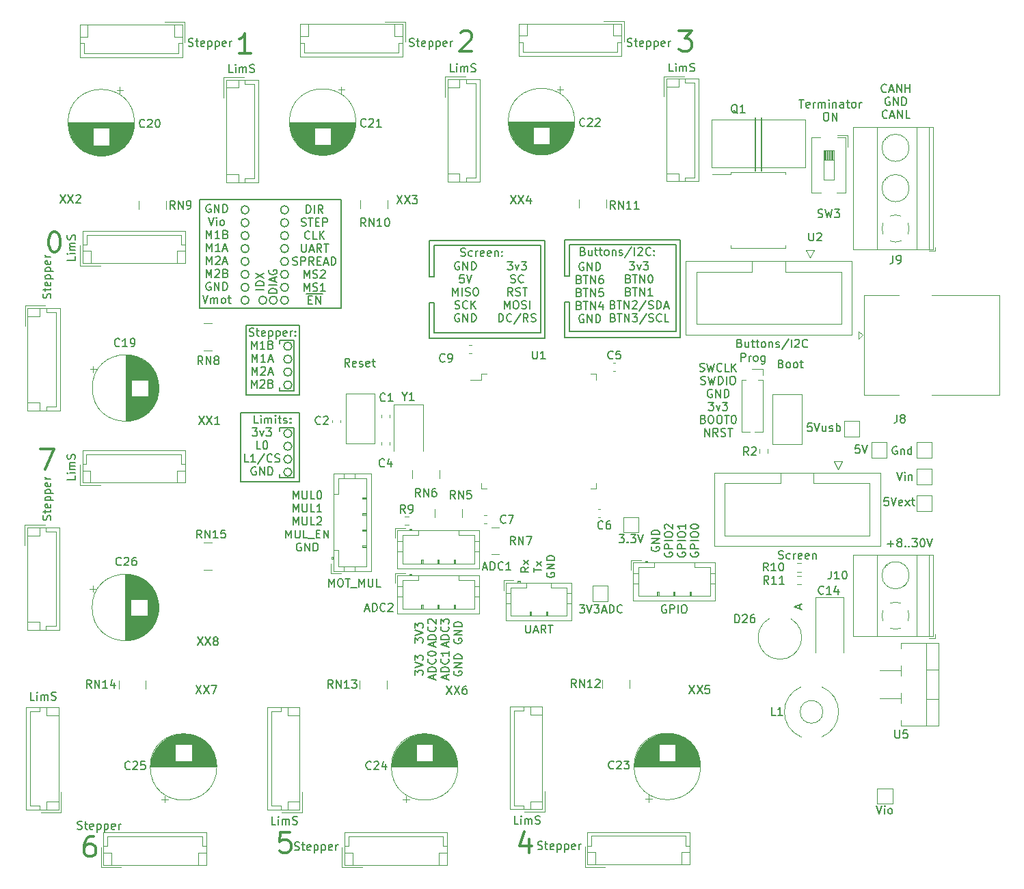
<source format=gbr>
%TF.GenerationSoftware,KiCad,Pcbnew,6.0.5*%
%TF.CreationDate,2022-11-27T13:32:37+03:00*%
%TF.ProjectId,multistepper,6d756c74-6973-4746-9570-7065722e6b69,rev?*%
%TF.SameCoordinates,Original*%
%TF.FileFunction,Legend,Top*%
%TF.FilePolarity,Positive*%
%FSLAX46Y46*%
G04 Gerber Fmt 4.6, Leading zero omitted, Abs format (unit mm)*
G04 Created by KiCad (PCBNEW 6.0.5) date 2022-11-27 13:32:37*
%MOMM*%
%LPD*%
G01*
G04 APERTURE LIST*
%ADD10C,0.350000*%
%ADD11C,0.150000*%
%ADD12C,0.120000*%
G04 APERTURE END LIST*
D10*
X57666666Y-91830952D02*
X59333333Y-91830952D01*
X58261904Y-94330952D01*
X64276190Y-139830952D02*
X63800000Y-139830952D01*
X63561904Y-139950000D01*
X63442857Y-140069047D01*
X63204761Y-140426190D01*
X63085714Y-140902380D01*
X63085714Y-141854761D01*
X63204761Y-142092857D01*
X63323809Y-142211904D01*
X63561904Y-142330952D01*
X64038095Y-142330952D01*
X64276190Y-142211904D01*
X64395238Y-142092857D01*
X64514285Y-141854761D01*
X64514285Y-141259523D01*
X64395238Y-141021428D01*
X64276190Y-140902380D01*
X64038095Y-140783333D01*
X63561904Y-140783333D01*
X63323809Y-140902380D01*
X63204761Y-141021428D01*
X63085714Y-141259523D01*
X88595238Y-139330952D02*
X87404761Y-139330952D01*
X87285714Y-140521428D01*
X87404761Y-140402380D01*
X87642857Y-140283333D01*
X88238095Y-140283333D01*
X88476190Y-140402380D01*
X88595238Y-140521428D01*
X88714285Y-140759523D01*
X88714285Y-141354761D01*
X88595238Y-141592857D01*
X88476190Y-141711904D01*
X88238095Y-141830952D01*
X87642857Y-141830952D01*
X87404761Y-141711904D01*
X87285714Y-141592857D01*
X118176190Y-140164285D02*
X118176190Y-141830952D01*
X117580952Y-139211904D02*
X116985714Y-140997619D01*
X118533333Y-140997619D01*
X136766666Y-40030952D02*
X138314285Y-40030952D01*
X137480952Y-40983333D01*
X137838095Y-40983333D01*
X138076190Y-41102380D01*
X138195238Y-41221428D01*
X138314285Y-41459523D01*
X138314285Y-42054761D01*
X138195238Y-42292857D01*
X138076190Y-42411904D01*
X137838095Y-42530952D01*
X137123809Y-42530952D01*
X136885714Y-42411904D01*
X136766666Y-42292857D01*
X109685714Y-40269047D02*
X109804761Y-40150000D01*
X110042857Y-40030952D01*
X110638095Y-40030952D01*
X110876190Y-40150000D01*
X110995238Y-40269047D01*
X111114285Y-40507142D01*
X111114285Y-40745238D01*
X110995238Y-41102380D01*
X109566666Y-42530952D01*
X111114285Y-42530952D01*
X59280952Y-64930952D02*
X59519047Y-64930952D01*
X59757142Y-65050000D01*
X59876190Y-65169047D01*
X59995238Y-65407142D01*
X60114285Y-65883333D01*
X60114285Y-66478571D01*
X59995238Y-66954761D01*
X59876190Y-67192857D01*
X59757142Y-67311904D01*
X59519047Y-67430952D01*
X59280952Y-67430952D01*
X59042857Y-67311904D01*
X58923809Y-67192857D01*
X58804761Y-66954761D01*
X58685714Y-66478571D01*
X58685714Y-65883333D01*
X58804761Y-65407142D01*
X58923809Y-65169047D01*
X59042857Y-65050000D01*
X59280952Y-64930952D01*
X83714285Y-42830952D02*
X82285714Y-42830952D01*
X83000000Y-42830952D02*
X83000000Y-40330952D01*
X82761904Y-40688095D01*
X82523809Y-40926190D01*
X82285714Y-41045238D01*
D11*
X162585714Y-103571428D02*
X163347619Y-103571428D01*
X162966666Y-103952380D02*
X162966666Y-103190476D01*
X163966666Y-103380952D02*
X163871428Y-103333333D01*
X163823809Y-103285714D01*
X163776190Y-103190476D01*
X163776190Y-103142857D01*
X163823809Y-103047619D01*
X163871428Y-103000000D01*
X163966666Y-102952380D01*
X164157142Y-102952380D01*
X164252380Y-103000000D01*
X164300000Y-103047619D01*
X164347619Y-103142857D01*
X164347619Y-103190476D01*
X164300000Y-103285714D01*
X164252380Y-103333333D01*
X164157142Y-103380952D01*
X163966666Y-103380952D01*
X163871428Y-103428571D01*
X163823809Y-103476190D01*
X163776190Y-103571428D01*
X163776190Y-103761904D01*
X163823809Y-103857142D01*
X163871428Y-103904761D01*
X163966666Y-103952380D01*
X164157142Y-103952380D01*
X164252380Y-103904761D01*
X164300000Y-103857142D01*
X164347619Y-103761904D01*
X164347619Y-103571428D01*
X164300000Y-103476190D01*
X164252380Y-103428571D01*
X164157142Y-103380952D01*
X164776190Y-103857142D02*
X164823809Y-103904761D01*
X164776190Y-103952380D01*
X164728571Y-103904761D01*
X164776190Y-103857142D01*
X164776190Y-103952380D01*
X165252380Y-103857142D02*
X165300000Y-103904761D01*
X165252380Y-103952380D01*
X165204761Y-103904761D01*
X165252380Y-103857142D01*
X165252380Y-103952380D01*
X165633333Y-102952380D02*
X166252380Y-102952380D01*
X165919047Y-103333333D01*
X166061904Y-103333333D01*
X166157142Y-103380952D01*
X166204761Y-103428571D01*
X166252380Y-103523809D01*
X166252380Y-103761904D01*
X166204761Y-103857142D01*
X166157142Y-103904761D01*
X166061904Y-103952380D01*
X165776190Y-103952380D01*
X165680952Y-103904761D01*
X165633333Y-103857142D01*
X166871428Y-102952380D02*
X166966666Y-102952380D01*
X167061904Y-103000000D01*
X167109523Y-103047619D01*
X167157142Y-103142857D01*
X167204761Y-103333333D01*
X167204761Y-103571428D01*
X167157142Y-103761904D01*
X167109523Y-103857142D01*
X167061904Y-103904761D01*
X166966666Y-103952380D01*
X166871428Y-103952380D01*
X166776190Y-103904761D01*
X166728571Y-103857142D01*
X166680952Y-103761904D01*
X166633333Y-103571428D01*
X166633333Y-103333333D01*
X166680952Y-103142857D01*
X166728571Y-103047619D01*
X166776190Y-103000000D01*
X166871428Y-102952380D01*
X167490476Y-102952380D02*
X167823809Y-103952380D01*
X168157142Y-102952380D01*
X120100000Y-66000000D02*
X120100000Y-78100000D01*
X120100000Y-78100000D02*
X105800000Y-78100000D01*
X119600000Y-77400000D02*
X106400000Y-77400000D01*
X106400000Y-66600000D02*
X119600000Y-66600000D01*
X105800000Y-70500000D02*
X105800000Y-66000000D01*
X106400000Y-70500000D02*
X106400000Y-66600000D01*
X105800000Y-66000000D02*
X120100000Y-66000000D01*
X106400000Y-77400000D02*
X106400000Y-73700000D01*
X119600000Y-66600000D02*
X119600000Y-77400000D01*
X109728571Y-67904761D02*
X109871428Y-67952380D01*
X110109523Y-67952380D01*
X110204761Y-67904761D01*
X110252380Y-67857142D01*
X110300000Y-67761904D01*
X110300000Y-67666666D01*
X110252380Y-67571428D01*
X110204761Y-67523809D01*
X110109523Y-67476190D01*
X109919047Y-67428571D01*
X109823809Y-67380952D01*
X109776190Y-67333333D01*
X109728571Y-67238095D01*
X109728571Y-67142857D01*
X109776190Y-67047619D01*
X109823809Y-67000000D01*
X109919047Y-66952380D01*
X110157142Y-66952380D01*
X110300000Y-67000000D01*
X111157142Y-67904761D02*
X111061904Y-67952380D01*
X110871428Y-67952380D01*
X110776190Y-67904761D01*
X110728571Y-67857142D01*
X110680952Y-67761904D01*
X110680952Y-67476190D01*
X110728571Y-67380952D01*
X110776190Y-67333333D01*
X110871428Y-67285714D01*
X111061904Y-67285714D01*
X111157142Y-67333333D01*
X111585714Y-67952380D02*
X111585714Y-67285714D01*
X111585714Y-67476190D02*
X111633333Y-67380952D01*
X111680952Y-67333333D01*
X111776190Y-67285714D01*
X111871428Y-67285714D01*
X112585714Y-67904761D02*
X112490476Y-67952380D01*
X112300000Y-67952380D01*
X112204761Y-67904761D01*
X112157142Y-67809523D01*
X112157142Y-67428571D01*
X112204761Y-67333333D01*
X112300000Y-67285714D01*
X112490476Y-67285714D01*
X112585714Y-67333333D01*
X112633333Y-67428571D01*
X112633333Y-67523809D01*
X112157142Y-67619047D01*
X113442857Y-67904761D02*
X113347619Y-67952380D01*
X113157142Y-67952380D01*
X113061904Y-67904761D01*
X113014285Y-67809523D01*
X113014285Y-67428571D01*
X113061904Y-67333333D01*
X113157142Y-67285714D01*
X113347619Y-67285714D01*
X113442857Y-67333333D01*
X113490476Y-67428571D01*
X113490476Y-67523809D01*
X113014285Y-67619047D01*
X113919047Y-67285714D02*
X113919047Y-67952380D01*
X113919047Y-67380952D02*
X113966666Y-67333333D01*
X114061904Y-67285714D01*
X114204761Y-67285714D01*
X114300000Y-67333333D01*
X114347619Y-67428571D01*
X114347619Y-67952380D01*
X114823809Y-67857142D02*
X114871428Y-67904761D01*
X114823809Y-67952380D01*
X114776190Y-67904761D01*
X114823809Y-67857142D01*
X114823809Y-67952380D01*
X114823809Y-67333333D02*
X114871428Y-67380952D01*
X114823809Y-67428571D01*
X114776190Y-67380952D01*
X114823809Y-67333333D01*
X114823809Y-67428571D01*
X115509523Y-68632380D02*
X116128571Y-68632380D01*
X115795238Y-69013333D01*
X115938095Y-69013333D01*
X116033333Y-69060952D01*
X116080952Y-69108571D01*
X116128571Y-69203809D01*
X116128571Y-69441904D01*
X116080952Y-69537142D01*
X116033333Y-69584761D01*
X115938095Y-69632380D01*
X115652380Y-69632380D01*
X115557142Y-69584761D01*
X115509523Y-69537142D01*
X116461904Y-68965714D02*
X116700000Y-69632380D01*
X116938095Y-68965714D01*
X117223809Y-68632380D02*
X117842857Y-68632380D01*
X117509523Y-69013333D01*
X117652380Y-69013333D01*
X117747619Y-69060952D01*
X117795238Y-69108571D01*
X117842857Y-69203809D01*
X117842857Y-69441904D01*
X117795238Y-69537142D01*
X117747619Y-69584761D01*
X117652380Y-69632380D01*
X117366666Y-69632380D01*
X117271428Y-69584761D01*
X117223809Y-69537142D01*
X115914285Y-71194761D02*
X116057142Y-71242380D01*
X116295238Y-71242380D01*
X116390476Y-71194761D01*
X116438095Y-71147142D01*
X116485714Y-71051904D01*
X116485714Y-70956666D01*
X116438095Y-70861428D01*
X116390476Y-70813809D01*
X116295238Y-70766190D01*
X116104761Y-70718571D01*
X116009523Y-70670952D01*
X115961904Y-70623333D01*
X115914285Y-70528095D01*
X115914285Y-70432857D01*
X115961904Y-70337619D01*
X116009523Y-70290000D01*
X116104761Y-70242380D01*
X116342857Y-70242380D01*
X116485714Y-70290000D01*
X117485714Y-71147142D02*
X117438095Y-71194761D01*
X117295238Y-71242380D01*
X117200000Y-71242380D01*
X117057142Y-71194761D01*
X116961904Y-71099523D01*
X116914285Y-71004285D01*
X116866666Y-70813809D01*
X116866666Y-70670952D01*
X116914285Y-70480476D01*
X116961904Y-70385238D01*
X117057142Y-70290000D01*
X117200000Y-70242380D01*
X117295238Y-70242380D01*
X117438095Y-70290000D01*
X117485714Y-70337619D01*
X116152380Y-72852380D02*
X115819047Y-72376190D01*
X115580952Y-72852380D02*
X115580952Y-71852380D01*
X115961904Y-71852380D01*
X116057142Y-71900000D01*
X116104761Y-71947619D01*
X116152380Y-72042857D01*
X116152380Y-72185714D01*
X116104761Y-72280952D01*
X116057142Y-72328571D01*
X115961904Y-72376190D01*
X115580952Y-72376190D01*
X116533333Y-72804761D02*
X116676190Y-72852380D01*
X116914285Y-72852380D01*
X117009523Y-72804761D01*
X117057142Y-72757142D01*
X117104761Y-72661904D01*
X117104761Y-72566666D01*
X117057142Y-72471428D01*
X117009523Y-72423809D01*
X116914285Y-72376190D01*
X116723809Y-72328571D01*
X116628571Y-72280952D01*
X116580952Y-72233333D01*
X116533333Y-72138095D01*
X116533333Y-72042857D01*
X116580952Y-71947619D01*
X116628571Y-71900000D01*
X116723809Y-71852380D01*
X116961904Y-71852380D01*
X117104761Y-71900000D01*
X117390476Y-71852380D02*
X117961904Y-71852380D01*
X117676190Y-72852380D02*
X117676190Y-71852380D01*
X115128571Y-74462380D02*
X115128571Y-73462380D01*
X115461904Y-74176666D01*
X115795238Y-73462380D01*
X115795238Y-74462380D01*
X116461904Y-73462380D02*
X116652380Y-73462380D01*
X116747619Y-73510000D01*
X116842857Y-73605238D01*
X116890476Y-73795714D01*
X116890476Y-74129047D01*
X116842857Y-74319523D01*
X116747619Y-74414761D01*
X116652380Y-74462380D01*
X116461904Y-74462380D01*
X116366666Y-74414761D01*
X116271428Y-74319523D01*
X116223809Y-74129047D01*
X116223809Y-73795714D01*
X116271428Y-73605238D01*
X116366666Y-73510000D01*
X116461904Y-73462380D01*
X117271428Y-74414761D02*
X117414285Y-74462380D01*
X117652380Y-74462380D01*
X117747619Y-74414761D01*
X117795238Y-74367142D01*
X117842857Y-74271904D01*
X117842857Y-74176666D01*
X117795238Y-74081428D01*
X117747619Y-74033809D01*
X117652380Y-73986190D01*
X117461904Y-73938571D01*
X117366666Y-73890952D01*
X117319047Y-73843333D01*
X117271428Y-73748095D01*
X117271428Y-73652857D01*
X117319047Y-73557619D01*
X117366666Y-73510000D01*
X117461904Y-73462380D01*
X117700000Y-73462380D01*
X117842857Y-73510000D01*
X118271428Y-74462380D02*
X118271428Y-73462380D01*
X114438095Y-76072380D02*
X114438095Y-75072380D01*
X114676190Y-75072380D01*
X114819047Y-75120000D01*
X114914285Y-75215238D01*
X114961904Y-75310476D01*
X115009523Y-75500952D01*
X115009523Y-75643809D01*
X114961904Y-75834285D01*
X114914285Y-75929523D01*
X114819047Y-76024761D01*
X114676190Y-76072380D01*
X114438095Y-76072380D01*
X116009523Y-75977142D02*
X115961904Y-76024761D01*
X115819047Y-76072380D01*
X115723809Y-76072380D01*
X115580952Y-76024761D01*
X115485714Y-75929523D01*
X115438095Y-75834285D01*
X115390476Y-75643809D01*
X115390476Y-75500952D01*
X115438095Y-75310476D01*
X115485714Y-75215238D01*
X115580952Y-75120000D01*
X115723809Y-75072380D01*
X115819047Y-75072380D01*
X115961904Y-75120000D01*
X116009523Y-75167619D01*
X117152380Y-75024761D02*
X116295238Y-76310476D01*
X118057142Y-76072380D02*
X117723809Y-75596190D01*
X117485714Y-76072380D02*
X117485714Y-75072380D01*
X117866666Y-75072380D01*
X117961904Y-75120000D01*
X118009523Y-75167619D01*
X118057142Y-75262857D01*
X118057142Y-75405714D01*
X118009523Y-75500952D01*
X117961904Y-75548571D01*
X117866666Y-75596190D01*
X117485714Y-75596190D01*
X118438095Y-76024761D02*
X118580952Y-76072380D01*
X118819047Y-76072380D01*
X118914285Y-76024761D01*
X118961904Y-75977142D01*
X119009523Y-75881904D01*
X119009523Y-75786666D01*
X118961904Y-75691428D01*
X118914285Y-75643809D01*
X118819047Y-75596190D01*
X118628571Y-75548571D01*
X118533333Y-75500952D01*
X118485714Y-75453333D01*
X118438095Y-75358095D01*
X118438095Y-75262857D01*
X118485714Y-75167619D01*
X118533333Y-75120000D01*
X118628571Y-75072380D01*
X118866666Y-75072380D01*
X119009523Y-75120000D01*
X109538095Y-68680000D02*
X109442857Y-68632380D01*
X109300000Y-68632380D01*
X109157142Y-68680000D01*
X109061904Y-68775238D01*
X109014285Y-68870476D01*
X108966666Y-69060952D01*
X108966666Y-69203809D01*
X109014285Y-69394285D01*
X109061904Y-69489523D01*
X109157142Y-69584761D01*
X109300000Y-69632380D01*
X109395238Y-69632380D01*
X109538095Y-69584761D01*
X109585714Y-69537142D01*
X109585714Y-69203809D01*
X109395238Y-69203809D01*
X110014285Y-69632380D02*
X110014285Y-68632380D01*
X110585714Y-69632380D01*
X110585714Y-68632380D01*
X111061904Y-69632380D02*
X111061904Y-68632380D01*
X111300000Y-68632380D01*
X111442857Y-68680000D01*
X111538095Y-68775238D01*
X111585714Y-68870476D01*
X111633333Y-69060952D01*
X111633333Y-69203809D01*
X111585714Y-69394285D01*
X111538095Y-69489523D01*
X111442857Y-69584761D01*
X111300000Y-69632380D01*
X111061904Y-69632380D01*
X110109523Y-70242380D02*
X109633333Y-70242380D01*
X109585714Y-70718571D01*
X109633333Y-70670952D01*
X109728571Y-70623333D01*
X109966666Y-70623333D01*
X110061904Y-70670952D01*
X110109523Y-70718571D01*
X110157142Y-70813809D01*
X110157142Y-71051904D01*
X110109523Y-71147142D01*
X110061904Y-71194761D01*
X109966666Y-71242380D01*
X109728571Y-71242380D01*
X109633333Y-71194761D01*
X109585714Y-71147142D01*
X110442857Y-70242380D02*
X110776190Y-71242380D01*
X111109523Y-70242380D01*
X108728571Y-72852380D02*
X108728571Y-71852380D01*
X109061904Y-72566666D01*
X109395238Y-71852380D01*
X109395238Y-72852380D01*
X109871428Y-72852380D02*
X109871428Y-71852380D01*
X110300000Y-72804761D02*
X110442857Y-72852380D01*
X110680952Y-72852380D01*
X110776190Y-72804761D01*
X110823809Y-72757142D01*
X110871428Y-72661904D01*
X110871428Y-72566666D01*
X110823809Y-72471428D01*
X110776190Y-72423809D01*
X110680952Y-72376190D01*
X110490476Y-72328571D01*
X110395238Y-72280952D01*
X110347619Y-72233333D01*
X110300000Y-72138095D01*
X110300000Y-72042857D01*
X110347619Y-71947619D01*
X110395238Y-71900000D01*
X110490476Y-71852380D01*
X110728571Y-71852380D01*
X110871428Y-71900000D01*
X111490476Y-71852380D02*
X111680952Y-71852380D01*
X111776190Y-71900000D01*
X111871428Y-71995238D01*
X111919047Y-72185714D01*
X111919047Y-72519047D01*
X111871428Y-72709523D01*
X111776190Y-72804761D01*
X111680952Y-72852380D01*
X111490476Y-72852380D01*
X111395238Y-72804761D01*
X111300000Y-72709523D01*
X111252380Y-72519047D01*
X111252380Y-72185714D01*
X111300000Y-71995238D01*
X111395238Y-71900000D01*
X111490476Y-71852380D01*
X109014285Y-74414761D02*
X109157142Y-74462380D01*
X109395238Y-74462380D01*
X109490476Y-74414761D01*
X109538095Y-74367142D01*
X109585714Y-74271904D01*
X109585714Y-74176666D01*
X109538095Y-74081428D01*
X109490476Y-74033809D01*
X109395238Y-73986190D01*
X109204761Y-73938571D01*
X109109523Y-73890952D01*
X109061904Y-73843333D01*
X109014285Y-73748095D01*
X109014285Y-73652857D01*
X109061904Y-73557619D01*
X109109523Y-73510000D01*
X109204761Y-73462380D01*
X109442857Y-73462380D01*
X109585714Y-73510000D01*
X110585714Y-74367142D02*
X110538095Y-74414761D01*
X110395238Y-74462380D01*
X110300000Y-74462380D01*
X110157142Y-74414761D01*
X110061904Y-74319523D01*
X110014285Y-74224285D01*
X109966666Y-74033809D01*
X109966666Y-73890952D01*
X110014285Y-73700476D01*
X110061904Y-73605238D01*
X110157142Y-73510000D01*
X110300000Y-73462380D01*
X110395238Y-73462380D01*
X110538095Y-73510000D01*
X110585714Y-73557619D01*
X111014285Y-74462380D02*
X111014285Y-73462380D01*
X111585714Y-74462380D02*
X111157142Y-73890952D01*
X111585714Y-73462380D02*
X111014285Y-74033809D01*
X109538095Y-75120000D02*
X109442857Y-75072380D01*
X109300000Y-75072380D01*
X109157142Y-75120000D01*
X109061904Y-75215238D01*
X109014285Y-75310476D01*
X108966666Y-75500952D01*
X108966666Y-75643809D01*
X109014285Y-75834285D01*
X109061904Y-75929523D01*
X109157142Y-76024761D01*
X109300000Y-76072380D01*
X109395238Y-76072380D01*
X109538095Y-76024761D01*
X109585714Y-75977142D01*
X109585714Y-75643809D01*
X109395238Y-75643809D01*
X110014285Y-76072380D02*
X110014285Y-75072380D01*
X110585714Y-76072380D01*
X110585714Y-75072380D01*
X111061904Y-76072380D02*
X111061904Y-75072380D01*
X111300000Y-75072380D01*
X111442857Y-75120000D01*
X111538095Y-75215238D01*
X111585714Y-75310476D01*
X111633333Y-75500952D01*
X111633333Y-75643809D01*
X111585714Y-75834285D01*
X111538095Y-75929523D01*
X111442857Y-76024761D01*
X111300000Y-76072380D01*
X111061904Y-76072380D01*
X105800000Y-73700000D02*
X106400000Y-73700000D01*
X106400000Y-70500000D02*
X105800000Y-70500000D01*
X105800000Y-78100000D02*
X105800000Y-73700000D01*
X122600000Y-73600000D02*
X123200000Y-73600000D01*
X122600000Y-78000000D02*
X122600000Y-73600000D01*
X136900000Y-78000000D02*
X122600000Y-78000000D01*
X136900000Y-65900000D02*
X136900000Y-78000000D01*
X122600000Y-65900000D02*
X136900000Y-65900000D01*
X122600000Y-70400000D02*
X122600000Y-65900000D01*
X123200000Y-70400000D02*
X122600000Y-70400000D01*
X123200000Y-77300000D02*
X123200000Y-73600000D01*
X136400000Y-77300000D02*
X123200000Y-77300000D01*
X136400000Y-66500000D02*
X136400000Y-77300000D01*
X123200000Y-66500000D02*
X136400000Y-66500000D01*
X123200000Y-70400000D02*
X123200000Y-66500000D01*
X124861904Y-67328571D02*
X125004761Y-67376190D01*
X125052380Y-67423809D01*
X125100000Y-67519047D01*
X125100000Y-67661904D01*
X125052380Y-67757142D01*
X125004761Y-67804761D01*
X124909523Y-67852380D01*
X124528571Y-67852380D01*
X124528571Y-66852380D01*
X124861904Y-66852380D01*
X124957142Y-66900000D01*
X125004761Y-66947619D01*
X125052380Y-67042857D01*
X125052380Y-67138095D01*
X125004761Y-67233333D01*
X124957142Y-67280952D01*
X124861904Y-67328571D01*
X124528571Y-67328571D01*
X125957142Y-67185714D02*
X125957142Y-67852380D01*
X125528571Y-67185714D02*
X125528571Y-67709523D01*
X125576190Y-67804761D01*
X125671428Y-67852380D01*
X125814285Y-67852380D01*
X125909523Y-67804761D01*
X125957142Y-67757142D01*
X126290476Y-67185714D02*
X126671428Y-67185714D01*
X126433333Y-66852380D02*
X126433333Y-67709523D01*
X126480952Y-67804761D01*
X126576190Y-67852380D01*
X126671428Y-67852380D01*
X126861904Y-67185714D02*
X127242857Y-67185714D01*
X127004761Y-66852380D02*
X127004761Y-67709523D01*
X127052380Y-67804761D01*
X127147619Y-67852380D01*
X127242857Y-67852380D01*
X127719047Y-67852380D02*
X127623809Y-67804761D01*
X127576190Y-67757142D01*
X127528571Y-67661904D01*
X127528571Y-67376190D01*
X127576190Y-67280952D01*
X127623809Y-67233333D01*
X127719047Y-67185714D01*
X127861904Y-67185714D01*
X127957142Y-67233333D01*
X128004761Y-67280952D01*
X128052380Y-67376190D01*
X128052380Y-67661904D01*
X128004761Y-67757142D01*
X127957142Y-67804761D01*
X127861904Y-67852380D01*
X127719047Y-67852380D01*
X128480952Y-67185714D02*
X128480952Y-67852380D01*
X128480952Y-67280952D02*
X128528571Y-67233333D01*
X128623809Y-67185714D01*
X128766666Y-67185714D01*
X128861904Y-67233333D01*
X128909523Y-67328571D01*
X128909523Y-67852380D01*
X129338095Y-67804761D02*
X129433333Y-67852380D01*
X129623809Y-67852380D01*
X129719047Y-67804761D01*
X129766666Y-67709523D01*
X129766666Y-67661904D01*
X129719047Y-67566666D01*
X129623809Y-67519047D01*
X129480952Y-67519047D01*
X129385714Y-67471428D01*
X129338095Y-67376190D01*
X129338095Y-67328571D01*
X129385714Y-67233333D01*
X129480952Y-67185714D01*
X129623809Y-67185714D01*
X129719047Y-67233333D01*
X130909523Y-66804761D02*
X130052380Y-68090476D01*
X131242857Y-67852380D02*
X131242857Y-66852380D01*
X131671428Y-66947619D02*
X131719047Y-66900000D01*
X131814285Y-66852380D01*
X132052380Y-66852380D01*
X132147619Y-66900000D01*
X132195238Y-66947619D01*
X132242857Y-67042857D01*
X132242857Y-67138095D01*
X132195238Y-67280952D01*
X131623809Y-67852380D01*
X132242857Y-67852380D01*
X133242857Y-67757142D02*
X133195238Y-67804761D01*
X133052380Y-67852380D01*
X132957142Y-67852380D01*
X132814285Y-67804761D01*
X132719047Y-67709523D01*
X132671428Y-67614285D01*
X132623809Y-67423809D01*
X132623809Y-67280952D01*
X132671428Y-67090476D01*
X132719047Y-66995238D01*
X132814285Y-66900000D01*
X132957142Y-66852380D01*
X133052380Y-66852380D01*
X133195238Y-66900000D01*
X133242857Y-66947619D01*
X133671428Y-67757142D02*
X133719047Y-67804761D01*
X133671428Y-67852380D01*
X133623809Y-67804761D01*
X133671428Y-67757142D01*
X133671428Y-67852380D01*
X133671428Y-67233333D02*
X133719047Y-67280952D01*
X133671428Y-67328571D01*
X133623809Y-67280952D01*
X133671428Y-67233333D01*
X133671428Y-67328571D01*
X130609523Y-68632380D02*
X131228571Y-68632380D01*
X130895238Y-69013333D01*
X131038095Y-69013333D01*
X131133333Y-69060952D01*
X131180952Y-69108571D01*
X131228571Y-69203809D01*
X131228571Y-69441904D01*
X131180952Y-69537142D01*
X131133333Y-69584761D01*
X131038095Y-69632380D01*
X130752380Y-69632380D01*
X130657142Y-69584761D01*
X130609523Y-69537142D01*
X131561904Y-68965714D02*
X131800000Y-69632380D01*
X132038095Y-68965714D01*
X132323809Y-68632380D02*
X132942857Y-68632380D01*
X132609523Y-69013333D01*
X132752380Y-69013333D01*
X132847619Y-69060952D01*
X132895238Y-69108571D01*
X132942857Y-69203809D01*
X132942857Y-69441904D01*
X132895238Y-69537142D01*
X132847619Y-69584761D01*
X132752380Y-69632380D01*
X132466666Y-69632380D01*
X132371428Y-69584761D01*
X132323809Y-69537142D01*
X130490476Y-70718571D02*
X130633333Y-70766190D01*
X130680952Y-70813809D01*
X130728571Y-70909047D01*
X130728571Y-71051904D01*
X130680952Y-71147142D01*
X130633333Y-71194761D01*
X130538095Y-71242380D01*
X130157142Y-71242380D01*
X130157142Y-70242380D01*
X130490476Y-70242380D01*
X130585714Y-70290000D01*
X130633333Y-70337619D01*
X130680952Y-70432857D01*
X130680952Y-70528095D01*
X130633333Y-70623333D01*
X130585714Y-70670952D01*
X130490476Y-70718571D01*
X130157142Y-70718571D01*
X131014285Y-70242380D02*
X131585714Y-70242380D01*
X131300000Y-71242380D02*
X131300000Y-70242380D01*
X131919047Y-71242380D02*
X131919047Y-70242380D01*
X132490476Y-71242380D01*
X132490476Y-70242380D01*
X133157142Y-70242380D02*
X133252380Y-70242380D01*
X133347619Y-70290000D01*
X133395238Y-70337619D01*
X133442857Y-70432857D01*
X133490476Y-70623333D01*
X133490476Y-70861428D01*
X133442857Y-71051904D01*
X133395238Y-71147142D01*
X133347619Y-71194761D01*
X133252380Y-71242380D01*
X133157142Y-71242380D01*
X133061904Y-71194761D01*
X133014285Y-71147142D01*
X132966666Y-71051904D01*
X132919047Y-70861428D01*
X132919047Y-70623333D01*
X132966666Y-70432857D01*
X133014285Y-70337619D01*
X133061904Y-70290000D01*
X133157142Y-70242380D01*
X130490476Y-72328571D02*
X130633333Y-72376190D01*
X130680952Y-72423809D01*
X130728571Y-72519047D01*
X130728571Y-72661904D01*
X130680952Y-72757142D01*
X130633333Y-72804761D01*
X130538095Y-72852380D01*
X130157142Y-72852380D01*
X130157142Y-71852380D01*
X130490476Y-71852380D01*
X130585714Y-71900000D01*
X130633333Y-71947619D01*
X130680952Y-72042857D01*
X130680952Y-72138095D01*
X130633333Y-72233333D01*
X130585714Y-72280952D01*
X130490476Y-72328571D01*
X130157142Y-72328571D01*
X131014285Y-71852380D02*
X131585714Y-71852380D01*
X131300000Y-72852380D02*
X131300000Y-71852380D01*
X131919047Y-72852380D02*
X131919047Y-71852380D01*
X132490476Y-72852380D01*
X132490476Y-71852380D01*
X133490476Y-72852380D02*
X132919047Y-72852380D01*
X133204761Y-72852380D02*
X133204761Y-71852380D01*
X133109523Y-71995238D01*
X133014285Y-72090476D01*
X132919047Y-72138095D01*
X128561904Y-73938571D02*
X128704761Y-73986190D01*
X128752380Y-74033809D01*
X128800000Y-74129047D01*
X128800000Y-74271904D01*
X128752380Y-74367142D01*
X128704761Y-74414761D01*
X128609523Y-74462380D01*
X128228571Y-74462380D01*
X128228571Y-73462380D01*
X128561904Y-73462380D01*
X128657142Y-73510000D01*
X128704761Y-73557619D01*
X128752380Y-73652857D01*
X128752380Y-73748095D01*
X128704761Y-73843333D01*
X128657142Y-73890952D01*
X128561904Y-73938571D01*
X128228571Y-73938571D01*
X129085714Y-73462380D02*
X129657142Y-73462380D01*
X129371428Y-74462380D02*
X129371428Y-73462380D01*
X129990476Y-74462380D02*
X129990476Y-73462380D01*
X130561904Y-74462380D01*
X130561904Y-73462380D01*
X130990476Y-73557619D02*
X131038095Y-73510000D01*
X131133333Y-73462380D01*
X131371428Y-73462380D01*
X131466666Y-73510000D01*
X131514285Y-73557619D01*
X131561904Y-73652857D01*
X131561904Y-73748095D01*
X131514285Y-73890952D01*
X130942857Y-74462380D01*
X131561904Y-74462380D01*
X132704761Y-73414761D02*
X131847619Y-74700476D01*
X132990476Y-74414761D02*
X133133333Y-74462380D01*
X133371428Y-74462380D01*
X133466666Y-74414761D01*
X133514285Y-74367142D01*
X133561904Y-74271904D01*
X133561904Y-74176666D01*
X133514285Y-74081428D01*
X133466666Y-74033809D01*
X133371428Y-73986190D01*
X133180952Y-73938571D01*
X133085714Y-73890952D01*
X133038095Y-73843333D01*
X132990476Y-73748095D01*
X132990476Y-73652857D01*
X133038095Y-73557619D01*
X133085714Y-73510000D01*
X133180952Y-73462380D01*
X133419047Y-73462380D01*
X133561904Y-73510000D01*
X133990476Y-74462380D02*
X133990476Y-73462380D01*
X134228571Y-73462380D01*
X134371428Y-73510000D01*
X134466666Y-73605238D01*
X134514285Y-73700476D01*
X134561904Y-73890952D01*
X134561904Y-74033809D01*
X134514285Y-74224285D01*
X134466666Y-74319523D01*
X134371428Y-74414761D01*
X134228571Y-74462380D01*
X133990476Y-74462380D01*
X134942857Y-74176666D02*
X135419047Y-74176666D01*
X134847619Y-74462380D02*
X135180952Y-73462380D01*
X135514285Y-74462380D01*
X128585714Y-75548571D02*
X128728571Y-75596190D01*
X128776190Y-75643809D01*
X128823809Y-75739047D01*
X128823809Y-75881904D01*
X128776190Y-75977142D01*
X128728571Y-76024761D01*
X128633333Y-76072380D01*
X128252380Y-76072380D01*
X128252380Y-75072380D01*
X128585714Y-75072380D01*
X128680952Y-75120000D01*
X128728571Y-75167619D01*
X128776190Y-75262857D01*
X128776190Y-75358095D01*
X128728571Y-75453333D01*
X128680952Y-75500952D01*
X128585714Y-75548571D01*
X128252380Y-75548571D01*
X129109523Y-75072380D02*
X129680952Y-75072380D01*
X129395238Y-76072380D02*
X129395238Y-75072380D01*
X130014285Y-76072380D02*
X130014285Y-75072380D01*
X130585714Y-76072380D01*
X130585714Y-75072380D01*
X130966666Y-75072380D02*
X131585714Y-75072380D01*
X131252380Y-75453333D01*
X131395238Y-75453333D01*
X131490476Y-75500952D01*
X131538095Y-75548571D01*
X131585714Y-75643809D01*
X131585714Y-75881904D01*
X131538095Y-75977142D01*
X131490476Y-76024761D01*
X131395238Y-76072380D01*
X131109523Y-76072380D01*
X131014285Y-76024761D01*
X130966666Y-75977142D01*
X132728571Y-75024761D02*
X131871428Y-76310476D01*
X133014285Y-76024761D02*
X133157142Y-76072380D01*
X133395238Y-76072380D01*
X133490476Y-76024761D01*
X133538095Y-75977142D01*
X133585714Y-75881904D01*
X133585714Y-75786666D01*
X133538095Y-75691428D01*
X133490476Y-75643809D01*
X133395238Y-75596190D01*
X133204761Y-75548571D01*
X133109523Y-75500952D01*
X133061904Y-75453333D01*
X133014285Y-75358095D01*
X133014285Y-75262857D01*
X133061904Y-75167619D01*
X133109523Y-75120000D01*
X133204761Y-75072380D01*
X133442857Y-75072380D01*
X133585714Y-75120000D01*
X134585714Y-75977142D02*
X134538095Y-76024761D01*
X134395238Y-76072380D01*
X134300000Y-76072380D01*
X134157142Y-76024761D01*
X134061904Y-75929523D01*
X134014285Y-75834285D01*
X133966666Y-75643809D01*
X133966666Y-75500952D01*
X134014285Y-75310476D01*
X134061904Y-75215238D01*
X134157142Y-75120000D01*
X134300000Y-75072380D01*
X134395238Y-75072380D01*
X134538095Y-75120000D01*
X134585714Y-75167619D01*
X135490476Y-76072380D02*
X135014285Y-76072380D01*
X135014285Y-75072380D01*
X124938095Y-68780000D02*
X124842857Y-68732380D01*
X124700000Y-68732380D01*
X124557142Y-68780000D01*
X124461904Y-68875238D01*
X124414285Y-68970476D01*
X124366666Y-69160952D01*
X124366666Y-69303809D01*
X124414285Y-69494285D01*
X124461904Y-69589523D01*
X124557142Y-69684761D01*
X124700000Y-69732380D01*
X124795238Y-69732380D01*
X124938095Y-69684761D01*
X124985714Y-69637142D01*
X124985714Y-69303809D01*
X124795238Y-69303809D01*
X125414285Y-69732380D02*
X125414285Y-68732380D01*
X125985714Y-69732380D01*
X125985714Y-68732380D01*
X126461904Y-69732380D02*
X126461904Y-68732380D01*
X126700000Y-68732380D01*
X126842857Y-68780000D01*
X126938095Y-68875238D01*
X126985714Y-68970476D01*
X127033333Y-69160952D01*
X127033333Y-69303809D01*
X126985714Y-69494285D01*
X126938095Y-69589523D01*
X126842857Y-69684761D01*
X126700000Y-69732380D01*
X126461904Y-69732380D01*
X124390476Y-70818571D02*
X124533333Y-70866190D01*
X124580952Y-70913809D01*
X124628571Y-71009047D01*
X124628571Y-71151904D01*
X124580952Y-71247142D01*
X124533333Y-71294761D01*
X124438095Y-71342380D01*
X124057142Y-71342380D01*
X124057142Y-70342380D01*
X124390476Y-70342380D01*
X124485714Y-70390000D01*
X124533333Y-70437619D01*
X124580952Y-70532857D01*
X124580952Y-70628095D01*
X124533333Y-70723333D01*
X124485714Y-70770952D01*
X124390476Y-70818571D01*
X124057142Y-70818571D01*
X124914285Y-70342380D02*
X125485714Y-70342380D01*
X125200000Y-71342380D02*
X125200000Y-70342380D01*
X125819047Y-71342380D02*
X125819047Y-70342380D01*
X126390476Y-71342380D01*
X126390476Y-70342380D01*
X127295238Y-70342380D02*
X127104761Y-70342380D01*
X127009523Y-70390000D01*
X126961904Y-70437619D01*
X126866666Y-70580476D01*
X126819047Y-70770952D01*
X126819047Y-71151904D01*
X126866666Y-71247142D01*
X126914285Y-71294761D01*
X127009523Y-71342380D01*
X127200000Y-71342380D01*
X127295238Y-71294761D01*
X127342857Y-71247142D01*
X127390476Y-71151904D01*
X127390476Y-70913809D01*
X127342857Y-70818571D01*
X127295238Y-70770952D01*
X127200000Y-70723333D01*
X127009523Y-70723333D01*
X126914285Y-70770952D01*
X126866666Y-70818571D01*
X126819047Y-70913809D01*
X124390476Y-72428571D02*
X124533333Y-72476190D01*
X124580952Y-72523809D01*
X124628571Y-72619047D01*
X124628571Y-72761904D01*
X124580952Y-72857142D01*
X124533333Y-72904761D01*
X124438095Y-72952380D01*
X124057142Y-72952380D01*
X124057142Y-71952380D01*
X124390476Y-71952380D01*
X124485714Y-72000000D01*
X124533333Y-72047619D01*
X124580952Y-72142857D01*
X124580952Y-72238095D01*
X124533333Y-72333333D01*
X124485714Y-72380952D01*
X124390476Y-72428571D01*
X124057142Y-72428571D01*
X124914285Y-71952380D02*
X125485714Y-71952380D01*
X125200000Y-72952380D02*
X125200000Y-71952380D01*
X125819047Y-72952380D02*
X125819047Y-71952380D01*
X126390476Y-72952380D01*
X126390476Y-71952380D01*
X127342857Y-71952380D02*
X126866666Y-71952380D01*
X126819047Y-72428571D01*
X126866666Y-72380952D01*
X126961904Y-72333333D01*
X127200000Y-72333333D01*
X127295238Y-72380952D01*
X127342857Y-72428571D01*
X127390476Y-72523809D01*
X127390476Y-72761904D01*
X127342857Y-72857142D01*
X127295238Y-72904761D01*
X127200000Y-72952380D01*
X126961904Y-72952380D01*
X126866666Y-72904761D01*
X126819047Y-72857142D01*
X124390476Y-74038571D02*
X124533333Y-74086190D01*
X124580952Y-74133809D01*
X124628571Y-74229047D01*
X124628571Y-74371904D01*
X124580952Y-74467142D01*
X124533333Y-74514761D01*
X124438095Y-74562380D01*
X124057142Y-74562380D01*
X124057142Y-73562380D01*
X124390476Y-73562380D01*
X124485714Y-73610000D01*
X124533333Y-73657619D01*
X124580952Y-73752857D01*
X124580952Y-73848095D01*
X124533333Y-73943333D01*
X124485714Y-73990952D01*
X124390476Y-74038571D01*
X124057142Y-74038571D01*
X124914285Y-73562380D02*
X125485714Y-73562380D01*
X125200000Y-74562380D02*
X125200000Y-73562380D01*
X125819047Y-74562380D02*
X125819047Y-73562380D01*
X126390476Y-74562380D01*
X126390476Y-73562380D01*
X127295238Y-73895714D02*
X127295238Y-74562380D01*
X127057142Y-73514761D02*
X126819047Y-74229047D01*
X127438095Y-74229047D01*
X124938095Y-75220000D02*
X124842857Y-75172380D01*
X124700000Y-75172380D01*
X124557142Y-75220000D01*
X124461904Y-75315238D01*
X124414285Y-75410476D01*
X124366666Y-75600952D01*
X124366666Y-75743809D01*
X124414285Y-75934285D01*
X124461904Y-76029523D01*
X124557142Y-76124761D01*
X124700000Y-76172380D01*
X124795238Y-76172380D01*
X124938095Y-76124761D01*
X124985714Y-76077142D01*
X124985714Y-75743809D01*
X124795238Y-75743809D01*
X125414285Y-76172380D02*
X125414285Y-75172380D01*
X125985714Y-76172380D01*
X125985714Y-75172380D01*
X126461904Y-76172380D02*
X126461904Y-75172380D01*
X126700000Y-75172380D01*
X126842857Y-75220000D01*
X126938095Y-75315238D01*
X126985714Y-75410476D01*
X127033333Y-75600952D01*
X127033333Y-75743809D01*
X126985714Y-75934285D01*
X126938095Y-76029523D01*
X126842857Y-76124761D01*
X126700000Y-76172380D01*
X126461904Y-76172380D01*
X151619047Y-48547380D02*
X152190476Y-48547380D01*
X151904761Y-49547380D02*
X151904761Y-48547380D01*
X152904761Y-49499761D02*
X152809523Y-49547380D01*
X152619047Y-49547380D01*
X152523809Y-49499761D01*
X152476190Y-49404523D01*
X152476190Y-49023571D01*
X152523809Y-48928333D01*
X152619047Y-48880714D01*
X152809523Y-48880714D01*
X152904761Y-48928333D01*
X152952380Y-49023571D01*
X152952380Y-49118809D01*
X152476190Y-49214047D01*
X153380952Y-49547380D02*
X153380952Y-48880714D01*
X153380952Y-49071190D02*
X153428571Y-48975952D01*
X153476190Y-48928333D01*
X153571428Y-48880714D01*
X153666666Y-48880714D01*
X154000000Y-49547380D02*
X154000000Y-48880714D01*
X154000000Y-48975952D02*
X154047619Y-48928333D01*
X154142857Y-48880714D01*
X154285714Y-48880714D01*
X154380952Y-48928333D01*
X154428571Y-49023571D01*
X154428571Y-49547380D01*
X154428571Y-49023571D02*
X154476190Y-48928333D01*
X154571428Y-48880714D01*
X154714285Y-48880714D01*
X154809523Y-48928333D01*
X154857142Y-49023571D01*
X154857142Y-49547380D01*
X155333333Y-49547380D02*
X155333333Y-48880714D01*
X155333333Y-48547380D02*
X155285714Y-48595000D01*
X155333333Y-48642619D01*
X155380952Y-48595000D01*
X155333333Y-48547380D01*
X155333333Y-48642619D01*
X155809523Y-48880714D02*
X155809523Y-49547380D01*
X155809523Y-48975952D02*
X155857142Y-48928333D01*
X155952380Y-48880714D01*
X156095238Y-48880714D01*
X156190476Y-48928333D01*
X156238095Y-49023571D01*
X156238095Y-49547380D01*
X157142857Y-49547380D02*
X157142857Y-49023571D01*
X157095238Y-48928333D01*
X157000000Y-48880714D01*
X156809523Y-48880714D01*
X156714285Y-48928333D01*
X157142857Y-49499761D02*
X157047619Y-49547380D01*
X156809523Y-49547380D01*
X156714285Y-49499761D01*
X156666666Y-49404523D01*
X156666666Y-49309285D01*
X156714285Y-49214047D01*
X156809523Y-49166428D01*
X157047619Y-49166428D01*
X157142857Y-49118809D01*
X157476190Y-48880714D02*
X157857142Y-48880714D01*
X157619047Y-48547380D02*
X157619047Y-49404523D01*
X157666666Y-49499761D01*
X157761904Y-49547380D01*
X157857142Y-49547380D01*
X158333333Y-49547380D02*
X158238095Y-49499761D01*
X158190476Y-49452142D01*
X158142857Y-49356904D01*
X158142857Y-49071190D01*
X158190476Y-48975952D01*
X158238095Y-48928333D01*
X158333333Y-48880714D01*
X158476190Y-48880714D01*
X158571428Y-48928333D01*
X158619047Y-48975952D01*
X158666666Y-49071190D01*
X158666666Y-49356904D01*
X158619047Y-49452142D01*
X158571428Y-49499761D01*
X158476190Y-49547380D01*
X158333333Y-49547380D01*
X159095238Y-49547380D02*
X159095238Y-48880714D01*
X159095238Y-49071190D02*
X159142857Y-48975952D01*
X159190476Y-48928333D01*
X159285714Y-48880714D01*
X159380952Y-48880714D01*
X154880952Y-50157380D02*
X155071428Y-50157380D01*
X155166666Y-50205000D01*
X155261904Y-50300238D01*
X155309523Y-50490714D01*
X155309523Y-50824047D01*
X155261904Y-51014523D01*
X155166666Y-51109761D01*
X155071428Y-51157380D01*
X154880952Y-51157380D01*
X154785714Y-51109761D01*
X154690476Y-51014523D01*
X154642857Y-50824047D01*
X154642857Y-50490714D01*
X154690476Y-50300238D01*
X154785714Y-50205000D01*
X154880952Y-50157380D01*
X155738095Y-51157380D02*
X155738095Y-50157380D01*
X156309523Y-51157380D01*
X156309523Y-50157380D01*
X162433333Y-47547142D02*
X162385714Y-47594761D01*
X162242857Y-47642380D01*
X162147619Y-47642380D01*
X162004761Y-47594761D01*
X161909523Y-47499523D01*
X161861904Y-47404285D01*
X161814285Y-47213809D01*
X161814285Y-47070952D01*
X161861904Y-46880476D01*
X161909523Y-46785238D01*
X162004761Y-46690000D01*
X162147619Y-46642380D01*
X162242857Y-46642380D01*
X162385714Y-46690000D01*
X162433333Y-46737619D01*
X162814285Y-47356666D02*
X163290476Y-47356666D01*
X162719047Y-47642380D02*
X163052380Y-46642380D01*
X163385714Y-47642380D01*
X163719047Y-47642380D02*
X163719047Y-46642380D01*
X164290476Y-47642380D01*
X164290476Y-46642380D01*
X164766666Y-47642380D02*
X164766666Y-46642380D01*
X164766666Y-47118571D02*
X165338095Y-47118571D01*
X165338095Y-47642380D02*
X165338095Y-46642380D01*
X162838095Y-48300000D02*
X162742857Y-48252380D01*
X162600000Y-48252380D01*
X162457142Y-48300000D01*
X162361904Y-48395238D01*
X162314285Y-48490476D01*
X162266666Y-48680952D01*
X162266666Y-48823809D01*
X162314285Y-49014285D01*
X162361904Y-49109523D01*
X162457142Y-49204761D01*
X162600000Y-49252380D01*
X162695238Y-49252380D01*
X162838095Y-49204761D01*
X162885714Y-49157142D01*
X162885714Y-48823809D01*
X162695238Y-48823809D01*
X163314285Y-49252380D02*
X163314285Y-48252380D01*
X163885714Y-49252380D01*
X163885714Y-48252380D01*
X164361904Y-49252380D02*
X164361904Y-48252380D01*
X164600000Y-48252380D01*
X164742857Y-48300000D01*
X164838095Y-48395238D01*
X164885714Y-48490476D01*
X164933333Y-48680952D01*
X164933333Y-48823809D01*
X164885714Y-49014285D01*
X164838095Y-49109523D01*
X164742857Y-49204761D01*
X164600000Y-49252380D01*
X164361904Y-49252380D01*
X162552380Y-50767142D02*
X162504761Y-50814761D01*
X162361904Y-50862380D01*
X162266666Y-50862380D01*
X162123809Y-50814761D01*
X162028571Y-50719523D01*
X161980952Y-50624285D01*
X161933333Y-50433809D01*
X161933333Y-50290952D01*
X161980952Y-50100476D01*
X162028571Y-50005238D01*
X162123809Y-49910000D01*
X162266666Y-49862380D01*
X162361904Y-49862380D01*
X162504761Y-49910000D01*
X162552380Y-49957619D01*
X162933333Y-50576666D02*
X163409523Y-50576666D01*
X162838095Y-50862380D02*
X163171428Y-49862380D01*
X163504761Y-50862380D01*
X163838095Y-50862380D02*
X163838095Y-49862380D01*
X164409523Y-50862380D01*
X164409523Y-49862380D01*
X165361904Y-50862380D02*
X164885714Y-50862380D01*
X164885714Y-49862380D01*
X87300000Y-89200000D02*
X89100000Y-89200000D01*
X87300000Y-89600000D02*
X87300000Y-89200000D01*
X89100000Y-95400000D02*
X87300000Y-95400000D01*
X87300000Y-95400000D02*
X87300000Y-95000000D01*
X84638095Y-88652380D02*
X84161904Y-88652380D01*
X84161904Y-87652380D01*
X84971428Y-88652380D02*
X84971428Y-87985714D01*
X84971428Y-87652380D02*
X84923809Y-87700000D01*
X84971428Y-87747619D01*
X85019047Y-87700000D01*
X84971428Y-87652380D01*
X84971428Y-87747619D01*
X85447619Y-88652380D02*
X85447619Y-87985714D01*
X85447619Y-88080952D02*
X85495238Y-88033333D01*
X85590476Y-87985714D01*
X85733333Y-87985714D01*
X85828571Y-88033333D01*
X85876190Y-88128571D01*
X85876190Y-88652380D01*
X85876190Y-88128571D02*
X85923809Y-88033333D01*
X86019047Y-87985714D01*
X86161904Y-87985714D01*
X86257142Y-88033333D01*
X86304761Y-88128571D01*
X86304761Y-88652380D01*
X86780952Y-88652380D02*
X86780952Y-87985714D01*
X86780952Y-87652380D02*
X86733333Y-87700000D01*
X86780952Y-87747619D01*
X86828571Y-87700000D01*
X86780952Y-87652380D01*
X86780952Y-87747619D01*
X87114285Y-87985714D02*
X87495238Y-87985714D01*
X87257142Y-87652380D02*
X87257142Y-88509523D01*
X87304761Y-88604761D01*
X87400000Y-88652380D01*
X87495238Y-88652380D01*
X87780952Y-88604761D02*
X87876190Y-88652380D01*
X88066666Y-88652380D01*
X88161904Y-88604761D01*
X88209523Y-88509523D01*
X88209523Y-88461904D01*
X88161904Y-88366666D01*
X88066666Y-88319047D01*
X87923809Y-88319047D01*
X87828571Y-88271428D01*
X87780952Y-88176190D01*
X87780952Y-88128571D01*
X87828571Y-88033333D01*
X87923809Y-87985714D01*
X88066666Y-87985714D01*
X88161904Y-88033333D01*
X88638095Y-88557142D02*
X88685714Y-88604761D01*
X88638095Y-88652380D01*
X88590476Y-88604761D01*
X88638095Y-88557142D01*
X88638095Y-88652380D01*
X88638095Y-88033333D02*
X88685714Y-88080952D01*
X88638095Y-88128571D01*
X88590476Y-88080952D01*
X88638095Y-88033333D01*
X88638095Y-88128571D01*
X88800000Y-94700000D02*
G75*
G03*
X88800000Y-94700000I-500000J0D01*
G01*
X88800000Y-91500000D02*
G75*
G03*
X88800000Y-91500000I-500000J0D01*
G01*
X88800000Y-89900000D02*
G75*
G03*
X88800000Y-89900000I-500000J0D01*
G01*
X82500000Y-87300000D02*
X89700000Y-87300000D01*
X89700000Y-87300000D02*
X89700000Y-95900000D01*
X89700000Y-95900000D02*
X82500000Y-95900000D01*
X82500000Y-95900000D02*
X82500000Y-87300000D01*
X89100000Y-89200000D02*
X89100000Y-95400000D01*
X83909523Y-89237380D02*
X84528571Y-89237380D01*
X84195238Y-89618333D01*
X84338095Y-89618333D01*
X84433333Y-89665952D01*
X84480952Y-89713571D01*
X84528571Y-89808809D01*
X84528571Y-90046904D01*
X84480952Y-90142142D01*
X84433333Y-90189761D01*
X84338095Y-90237380D01*
X84052380Y-90237380D01*
X83957142Y-90189761D01*
X83909523Y-90142142D01*
X84861904Y-89570714D02*
X85100000Y-90237380D01*
X85338095Y-89570714D01*
X85623809Y-89237380D02*
X86242857Y-89237380D01*
X85909523Y-89618333D01*
X86052380Y-89618333D01*
X86147619Y-89665952D01*
X86195238Y-89713571D01*
X86242857Y-89808809D01*
X86242857Y-90046904D01*
X86195238Y-90142142D01*
X86147619Y-90189761D01*
X86052380Y-90237380D01*
X85766666Y-90237380D01*
X85671428Y-90189761D01*
X85623809Y-90142142D01*
X84933333Y-91847380D02*
X84457142Y-91847380D01*
X84457142Y-90847380D01*
X85457142Y-90847380D02*
X85552380Y-90847380D01*
X85647619Y-90895000D01*
X85695238Y-90942619D01*
X85742857Y-91037857D01*
X85790476Y-91228333D01*
X85790476Y-91466428D01*
X85742857Y-91656904D01*
X85695238Y-91752142D01*
X85647619Y-91799761D01*
X85552380Y-91847380D01*
X85457142Y-91847380D01*
X85361904Y-91799761D01*
X85314285Y-91752142D01*
X85266666Y-91656904D01*
X85219047Y-91466428D01*
X85219047Y-91228333D01*
X85266666Y-91037857D01*
X85314285Y-90942619D01*
X85361904Y-90895000D01*
X85457142Y-90847380D01*
X83433333Y-93457380D02*
X82957142Y-93457380D01*
X82957142Y-92457380D01*
X84290476Y-93457380D02*
X83719047Y-93457380D01*
X84004761Y-93457380D02*
X84004761Y-92457380D01*
X83909523Y-92600238D01*
X83814285Y-92695476D01*
X83719047Y-92743095D01*
X85433333Y-92409761D02*
X84576190Y-93695476D01*
X86338095Y-93362142D02*
X86290476Y-93409761D01*
X86147619Y-93457380D01*
X86052380Y-93457380D01*
X85909523Y-93409761D01*
X85814285Y-93314523D01*
X85766666Y-93219285D01*
X85719047Y-93028809D01*
X85719047Y-92885952D01*
X85766666Y-92695476D01*
X85814285Y-92600238D01*
X85909523Y-92505000D01*
X86052380Y-92457380D01*
X86147619Y-92457380D01*
X86290476Y-92505000D01*
X86338095Y-92552619D01*
X86719047Y-93409761D02*
X86861904Y-93457380D01*
X87100000Y-93457380D01*
X87195238Y-93409761D01*
X87242857Y-93362142D01*
X87290476Y-93266904D01*
X87290476Y-93171666D01*
X87242857Y-93076428D01*
X87195238Y-93028809D01*
X87100000Y-92981190D01*
X86909523Y-92933571D01*
X86814285Y-92885952D01*
X86766666Y-92838333D01*
X86719047Y-92743095D01*
X86719047Y-92647857D01*
X86766666Y-92552619D01*
X86814285Y-92505000D01*
X86909523Y-92457380D01*
X87147619Y-92457380D01*
X87290476Y-92505000D01*
X84338095Y-94115000D02*
X84242857Y-94067380D01*
X84100000Y-94067380D01*
X83957142Y-94115000D01*
X83861904Y-94210238D01*
X83814285Y-94305476D01*
X83766666Y-94495952D01*
X83766666Y-94638809D01*
X83814285Y-94829285D01*
X83861904Y-94924523D01*
X83957142Y-95019761D01*
X84100000Y-95067380D01*
X84195238Y-95067380D01*
X84338095Y-95019761D01*
X84385714Y-94972142D01*
X84385714Y-94638809D01*
X84195238Y-94638809D01*
X84814285Y-95067380D02*
X84814285Y-94067380D01*
X85385714Y-95067380D01*
X85385714Y-94067380D01*
X85861904Y-95067380D02*
X85861904Y-94067380D01*
X86100000Y-94067380D01*
X86242857Y-94115000D01*
X86338095Y-94210238D01*
X86385714Y-94305476D01*
X86433333Y-94495952D01*
X86433333Y-94638809D01*
X86385714Y-94829285D01*
X86338095Y-94924523D01*
X86242857Y-95019761D01*
X86100000Y-95067380D01*
X85861904Y-95067380D01*
X88800000Y-93100000D02*
G75*
G03*
X88800000Y-93100000I-500000J0D01*
G01*
X83100000Y-76500000D02*
X89700000Y-76500000D01*
X89700000Y-76500000D02*
X89700000Y-85100000D01*
X89700000Y-85100000D02*
X83100000Y-85100000D01*
X83100000Y-85100000D02*
X83100000Y-76500000D01*
X87300000Y-84600000D02*
X87300000Y-84200000D01*
X89100000Y-84600000D02*
X87300000Y-84600000D01*
X89100000Y-78400000D02*
X89100000Y-84600000D01*
X87300000Y-78400000D02*
X89100000Y-78400000D01*
X87300000Y-78800000D02*
X87300000Y-78400000D01*
X88800000Y-82300000D02*
G75*
G03*
X88800000Y-82300000I-500000J0D01*
G01*
X88800000Y-83900000D02*
G75*
G03*
X88800000Y-83900000I-500000J0D01*
G01*
X88800000Y-80700000D02*
G75*
G03*
X88800000Y-80700000I-500000J0D01*
G01*
X88800000Y-79100000D02*
G75*
G03*
X88800000Y-79100000I-500000J0D01*
G01*
X83790476Y-79437380D02*
X83790476Y-78437380D01*
X84123809Y-79151666D01*
X84457142Y-78437380D01*
X84457142Y-79437380D01*
X85457142Y-79437380D02*
X84885714Y-79437380D01*
X85171428Y-79437380D02*
X85171428Y-78437380D01*
X85076190Y-78580238D01*
X84980952Y-78675476D01*
X84885714Y-78723095D01*
X86219047Y-78913571D02*
X86361904Y-78961190D01*
X86409523Y-79008809D01*
X86457142Y-79104047D01*
X86457142Y-79246904D01*
X86409523Y-79342142D01*
X86361904Y-79389761D01*
X86266666Y-79437380D01*
X85885714Y-79437380D01*
X85885714Y-78437380D01*
X86219047Y-78437380D01*
X86314285Y-78485000D01*
X86361904Y-78532619D01*
X86409523Y-78627857D01*
X86409523Y-78723095D01*
X86361904Y-78818333D01*
X86314285Y-78865952D01*
X86219047Y-78913571D01*
X85885714Y-78913571D01*
X83861904Y-81047380D02*
X83861904Y-80047380D01*
X84195238Y-80761666D01*
X84528571Y-80047380D01*
X84528571Y-81047380D01*
X85528571Y-81047380D02*
X84957142Y-81047380D01*
X85242857Y-81047380D02*
X85242857Y-80047380D01*
X85147619Y-80190238D01*
X85052380Y-80285476D01*
X84957142Y-80333095D01*
X85909523Y-80761666D02*
X86385714Y-80761666D01*
X85814285Y-81047380D02*
X86147619Y-80047380D01*
X86480952Y-81047380D01*
X83861904Y-82657380D02*
X83861904Y-81657380D01*
X84195238Y-82371666D01*
X84528571Y-81657380D01*
X84528571Y-82657380D01*
X84957142Y-81752619D02*
X85004761Y-81705000D01*
X85100000Y-81657380D01*
X85338095Y-81657380D01*
X85433333Y-81705000D01*
X85480952Y-81752619D01*
X85528571Y-81847857D01*
X85528571Y-81943095D01*
X85480952Y-82085952D01*
X84909523Y-82657380D01*
X85528571Y-82657380D01*
X85909523Y-82371666D02*
X86385714Y-82371666D01*
X85814285Y-82657380D02*
X86147619Y-81657380D01*
X86480952Y-82657380D01*
X83790476Y-84267380D02*
X83790476Y-83267380D01*
X84123809Y-83981666D01*
X84457142Y-83267380D01*
X84457142Y-84267380D01*
X84885714Y-83362619D02*
X84933333Y-83315000D01*
X85028571Y-83267380D01*
X85266666Y-83267380D01*
X85361904Y-83315000D01*
X85409523Y-83362619D01*
X85457142Y-83457857D01*
X85457142Y-83553095D01*
X85409523Y-83695952D01*
X84838095Y-84267380D01*
X85457142Y-84267380D01*
X86219047Y-83743571D02*
X86361904Y-83791190D01*
X86409523Y-83838809D01*
X86457142Y-83934047D01*
X86457142Y-84076904D01*
X86409523Y-84172142D01*
X86361904Y-84219761D01*
X86266666Y-84267380D01*
X85885714Y-84267380D01*
X85885714Y-83267380D01*
X86219047Y-83267380D01*
X86314285Y-83315000D01*
X86361904Y-83362619D01*
X86409523Y-83457857D01*
X86409523Y-83553095D01*
X86361904Y-83648333D01*
X86314285Y-83695952D01*
X86219047Y-83743571D01*
X85885714Y-83743571D01*
X83519047Y-77804761D02*
X83661904Y-77852380D01*
X83900000Y-77852380D01*
X83995238Y-77804761D01*
X84042857Y-77757142D01*
X84090476Y-77661904D01*
X84090476Y-77566666D01*
X84042857Y-77471428D01*
X83995238Y-77423809D01*
X83900000Y-77376190D01*
X83709523Y-77328571D01*
X83614285Y-77280952D01*
X83566666Y-77233333D01*
X83519047Y-77138095D01*
X83519047Y-77042857D01*
X83566666Y-76947619D01*
X83614285Y-76900000D01*
X83709523Y-76852380D01*
X83947619Y-76852380D01*
X84090476Y-76900000D01*
X84376190Y-77185714D02*
X84757142Y-77185714D01*
X84519047Y-76852380D02*
X84519047Y-77709523D01*
X84566666Y-77804761D01*
X84661904Y-77852380D01*
X84757142Y-77852380D01*
X85471428Y-77804761D02*
X85376190Y-77852380D01*
X85185714Y-77852380D01*
X85090476Y-77804761D01*
X85042857Y-77709523D01*
X85042857Y-77328571D01*
X85090476Y-77233333D01*
X85185714Y-77185714D01*
X85376190Y-77185714D01*
X85471428Y-77233333D01*
X85519047Y-77328571D01*
X85519047Y-77423809D01*
X85042857Y-77519047D01*
X85947619Y-77185714D02*
X85947619Y-78185714D01*
X85947619Y-77233333D02*
X86042857Y-77185714D01*
X86233333Y-77185714D01*
X86328571Y-77233333D01*
X86376190Y-77280952D01*
X86423809Y-77376190D01*
X86423809Y-77661904D01*
X86376190Y-77757142D01*
X86328571Y-77804761D01*
X86233333Y-77852380D01*
X86042857Y-77852380D01*
X85947619Y-77804761D01*
X86852380Y-77185714D02*
X86852380Y-78185714D01*
X86852380Y-77233333D02*
X86947619Y-77185714D01*
X87138095Y-77185714D01*
X87233333Y-77233333D01*
X87280952Y-77280952D01*
X87328571Y-77376190D01*
X87328571Y-77661904D01*
X87280952Y-77757142D01*
X87233333Y-77804761D01*
X87138095Y-77852380D01*
X86947619Y-77852380D01*
X86852380Y-77804761D01*
X88138095Y-77804761D02*
X88042857Y-77852380D01*
X87852380Y-77852380D01*
X87757142Y-77804761D01*
X87709523Y-77709523D01*
X87709523Y-77328571D01*
X87757142Y-77233333D01*
X87852380Y-77185714D01*
X88042857Y-77185714D01*
X88138095Y-77233333D01*
X88185714Y-77328571D01*
X88185714Y-77423809D01*
X87709523Y-77519047D01*
X88614285Y-77852380D02*
X88614285Y-77185714D01*
X88614285Y-77376190D02*
X88661904Y-77280952D01*
X88709523Y-77233333D01*
X88804761Y-77185714D01*
X88900000Y-77185714D01*
X89233333Y-77757142D02*
X89280952Y-77804761D01*
X89233333Y-77852380D01*
X89185714Y-77804761D01*
X89233333Y-77757142D01*
X89233333Y-77852380D01*
X89233333Y-77233333D02*
X89280952Y-77280952D01*
X89233333Y-77328571D01*
X89185714Y-77280952D01*
X89233333Y-77233333D01*
X89233333Y-77328571D01*
X77400000Y-60900000D02*
X94900000Y-60900000D01*
X94900000Y-60900000D02*
X94900000Y-74400000D01*
X94900000Y-74400000D02*
X77400000Y-74400000D01*
X77400000Y-74400000D02*
X77400000Y-60900000D01*
X85347380Y-72076190D02*
X84347380Y-72076190D01*
X85347380Y-71600000D02*
X84347380Y-71600000D01*
X84347380Y-71361904D01*
X84395000Y-71219047D01*
X84490238Y-71123809D01*
X84585476Y-71076190D01*
X84775952Y-71028571D01*
X84918809Y-71028571D01*
X85109285Y-71076190D01*
X85204523Y-71123809D01*
X85299761Y-71219047D01*
X85347380Y-71361904D01*
X85347380Y-71600000D01*
X84347380Y-70695238D02*
X85347380Y-70028571D01*
X84347380Y-70028571D02*
X85347380Y-70695238D01*
X86957380Y-72528571D02*
X85957380Y-72528571D01*
X85957380Y-72290476D01*
X86005000Y-72147619D01*
X86100238Y-72052380D01*
X86195476Y-72004761D01*
X86385952Y-71957142D01*
X86528809Y-71957142D01*
X86719285Y-72004761D01*
X86814523Y-72052380D01*
X86909761Y-72147619D01*
X86957380Y-72290476D01*
X86957380Y-72528571D01*
X86957380Y-71528571D02*
X85957380Y-71528571D01*
X86671666Y-71100000D02*
X86671666Y-70623809D01*
X86957380Y-71195238D02*
X85957380Y-70861904D01*
X86957380Y-70528571D01*
X86005000Y-69671428D02*
X85957380Y-69766666D01*
X85957380Y-69909523D01*
X86005000Y-70052380D01*
X86100238Y-70147619D01*
X86195476Y-70195238D01*
X86385952Y-70242857D01*
X86528809Y-70242857D01*
X86719285Y-70195238D01*
X86814523Y-70147619D01*
X86909761Y-70052380D01*
X86957380Y-69909523D01*
X86957380Y-69814285D01*
X86909761Y-69671428D01*
X86862142Y-69623809D01*
X86528809Y-69623809D01*
X86528809Y-69814285D01*
X90600000Y-62617380D02*
X90600000Y-61617380D01*
X90838095Y-61617380D01*
X90980952Y-61665000D01*
X91076190Y-61760238D01*
X91123809Y-61855476D01*
X91171428Y-62045952D01*
X91171428Y-62188809D01*
X91123809Y-62379285D01*
X91076190Y-62474523D01*
X90980952Y-62569761D01*
X90838095Y-62617380D01*
X90600000Y-62617380D01*
X91600000Y-62617380D02*
X91600000Y-61617380D01*
X92647619Y-62617380D02*
X92314285Y-62141190D01*
X92076190Y-62617380D02*
X92076190Y-61617380D01*
X92457142Y-61617380D01*
X92552380Y-61665000D01*
X92600000Y-61712619D01*
X92647619Y-61807857D01*
X92647619Y-61950714D01*
X92600000Y-62045952D01*
X92552380Y-62093571D01*
X92457142Y-62141190D01*
X92076190Y-62141190D01*
X89980952Y-64179761D02*
X90123809Y-64227380D01*
X90361904Y-64227380D01*
X90457142Y-64179761D01*
X90504761Y-64132142D01*
X90552380Y-64036904D01*
X90552380Y-63941666D01*
X90504761Y-63846428D01*
X90457142Y-63798809D01*
X90361904Y-63751190D01*
X90171428Y-63703571D01*
X90076190Y-63655952D01*
X90028571Y-63608333D01*
X89980952Y-63513095D01*
X89980952Y-63417857D01*
X90028571Y-63322619D01*
X90076190Y-63275000D01*
X90171428Y-63227380D01*
X90409523Y-63227380D01*
X90552380Y-63275000D01*
X90838095Y-63227380D02*
X91409523Y-63227380D01*
X91123809Y-64227380D02*
X91123809Y-63227380D01*
X91742857Y-63703571D02*
X92076190Y-63703571D01*
X92219047Y-64227380D02*
X91742857Y-64227380D01*
X91742857Y-63227380D01*
X92219047Y-63227380D01*
X92647619Y-64227380D02*
X92647619Y-63227380D01*
X93028571Y-63227380D01*
X93123809Y-63275000D01*
X93171428Y-63322619D01*
X93219047Y-63417857D01*
X93219047Y-63560714D01*
X93171428Y-63655952D01*
X93123809Y-63703571D01*
X93028571Y-63751190D01*
X92647619Y-63751190D01*
X91004761Y-65742142D02*
X90957142Y-65789761D01*
X90814285Y-65837380D01*
X90719047Y-65837380D01*
X90576190Y-65789761D01*
X90480952Y-65694523D01*
X90433333Y-65599285D01*
X90385714Y-65408809D01*
X90385714Y-65265952D01*
X90433333Y-65075476D01*
X90480952Y-64980238D01*
X90576190Y-64885000D01*
X90719047Y-64837380D01*
X90814285Y-64837380D01*
X90957142Y-64885000D01*
X91004761Y-64932619D01*
X91909523Y-65837380D02*
X91433333Y-65837380D01*
X91433333Y-64837380D01*
X92242857Y-65837380D02*
X92242857Y-64837380D01*
X92814285Y-65837380D02*
X92385714Y-65265952D01*
X92814285Y-64837380D02*
X92242857Y-65408809D01*
X90004761Y-66447380D02*
X90004761Y-67256904D01*
X90052380Y-67352142D01*
X90100000Y-67399761D01*
X90195238Y-67447380D01*
X90385714Y-67447380D01*
X90480952Y-67399761D01*
X90528571Y-67352142D01*
X90576190Y-67256904D01*
X90576190Y-66447380D01*
X91004761Y-67161666D02*
X91480952Y-67161666D01*
X90909523Y-67447380D02*
X91242857Y-66447380D01*
X91576190Y-67447380D01*
X92480952Y-67447380D02*
X92147619Y-66971190D01*
X91909523Y-67447380D02*
X91909523Y-66447380D01*
X92290476Y-66447380D01*
X92385714Y-66495000D01*
X92433333Y-66542619D01*
X92480952Y-66637857D01*
X92480952Y-66780714D01*
X92433333Y-66875952D01*
X92385714Y-66923571D01*
X92290476Y-66971190D01*
X91909523Y-66971190D01*
X92766666Y-66447380D02*
X93338095Y-66447380D01*
X93052380Y-67447380D02*
X93052380Y-66447380D01*
X88933333Y-69009761D02*
X89076190Y-69057380D01*
X89314285Y-69057380D01*
X89409523Y-69009761D01*
X89457142Y-68962142D01*
X89504761Y-68866904D01*
X89504761Y-68771666D01*
X89457142Y-68676428D01*
X89409523Y-68628809D01*
X89314285Y-68581190D01*
X89123809Y-68533571D01*
X89028571Y-68485952D01*
X88980952Y-68438333D01*
X88933333Y-68343095D01*
X88933333Y-68247857D01*
X88980952Y-68152619D01*
X89028571Y-68105000D01*
X89123809Y-68057380D01*
X89361904Y-68057380D01*
X89504761Y-68105000D01*
X89933333Y-69057380D02*
X89933333Y-68057380D01*
X90314285Y-68057380D01*
X90409523Y-68105000D01*
X90457142Y-68152619D01*
X90504761Y-68247857D01*
X90504761Y-68390714D01*
X90457142Y-68485952D01*
X90409523Y-68533571D01*
X90314285Y-68581190D01*
X89933333Y-68581190D01*
X91504761Y-69057380D02*
X91171428Y-68581190D01*
X90933333Y-69057380D02*
X90933333Y-68057380D01*
X91314285Y-68057380D01*
X91409523Y-68105000D01*
X91457142Y-68152619D01*
X91504761Y-68247857D01*
X91504761Y-68390714D01*
X91457142Y-68485952D01*
X91409523Y-68533571D01*
X91314285Y-68581190D01*
X90933333Y-68581190D01*
X91933333Y-68533571D02*
X92266666Y-68533571D01*
X92409523Y-69057380D02*
X91933333Y-69057380D01*
X91933333Y-68057380D01*
X92409523Y-68057380D01*
X92790476Y-68771666D02*
X93266666Y-68771666D01*
X92695238Y-69057380D02*
X93028571Y-68057380D01*
X93361904Y-69057380D01*
X93695238Y-69057380D02*
X93695238Y-68057380D01*
X93933333Y-68057380D01*
X94076190Y-68105000D01*
X94171428Y-68200238D01*
X94219047Y-68295476D01*
X94266666Y-68485952D01*
X94266666Y-68628809D01*
X94219047Y-68819285D01*
X94171428Y-68914523D01*
X94076190Y-69009761D01*
X93933333Y-69057380D01*
X93695238Y-69057380D01*
X90314285Y-70667380D02*
X90314285Y-69667380D01*
X90647619Y-70381666D01*
X90980952Y-69667380D01*
X90980952Y-70667380D01*
X91409523Y-70619761D02*
X91552380Y-70667380D01*
X91790476Y-70667380D01*
X91885714Y-70619761D01*
X91933333Y-70572142D01*
X91980952Y-70476904D01*
X91980952Y-70381666D01*
X91933333Y-70286428D01*
X91885714Y-70238809D01*
X91790476Y-70191190D01*
X91600000Y-70143571D01*
X91504761Y-70095952D01*
X91457142Y-70048333D01*
X91409523Y-69953095D01*
X91409523Y-69857857D01*
X91457142Y-69762619D01*
X91504761Y-69715000D01*
X91600000Y-69667380D01*
X91838095Y-69667380D01*
X91980952Y-69715000D01*
X92361904Y-69762619D02*
X92409523Y-69715000D01*
X92504761Y-69667380D01*
X92742857Y-69667380D01*
X92838095Y-69715000D01*
X92885714Y-69762619D01*
X92933333Y-69857857D01*
X92933333Y-69953095D01*
X92885714Y-70095952D01*
X92314285Y-70667380D01*
X92933333Y-70667380D01*
X90314285Y-72277380D02*
X90314285Y-71277380D01*
X90647619Y-71991666D01*
X90980952Y-71277380D01*
X90980952Y-72277380D01*
X91409523Y-72229761D02*
X91552380Y-72277380D01*
X91790476Y-72277380D01*
X91885714Y-72229761D01*
X91933333Y-72182142D01*
X91980952Y-72086904D01*
X91980952Y-71991666D01*
X91933333Y-71896428D01*
X91885714Y-71848809D01*
X91790476Y-71801190D01*
X91600000Y-71753571D01*
X91504761Y-71705952D01*
X91457142Y-71658333D01*
X91409523Y-71563095D01*
X91409523Y-71467857D01*
X91457142Y-71372619D01*
X91504761Y-71325000D01*
X91600000Y-71277380D01*
X91838095Y-71277380D01*
X91980952Y-71325000D01*
X92933333Y-72277380D02*
X92361904Y-72277380D01*
X92647619Y-72277380D02*
X92647619Y-71277380D01*
X92552380Y-71420238D01*
X92457142Y-71515476D01*
X92361904Y-71563095D01*
X90623809Y-72605000D02*
X91528571Y-72605000D01*
X90861904Y-73363571D02*
X91195238Y-73363571D01*
X91338095Y-73887380D02*
X90861904Y-73887380D01*
X90861904Y-72887380D01*
X91338095Y-72887380D01*
X91528571Y-72605000D02*
X92576190Y-72605000D01*
X91766666Y-73887380D02*
X91766666Y-72887380D01*
X92338095Y-73887380D01*
X92338095Y-72887380D01*
X85700000Y-73400000D02*
G75*
G03*
X85700000Y-73400000I-500000J0D01*
G01*
X87000000Y-73400000D02*
G75*
G03*
X87000000Y-73400000I-500000J0D01*
G01*
X88400000Y-67000000D02*
G75*
G03*
X88400000Y-67000000I-500000J0D01*
G01*
X88400000Y-65400000D02*
G75*
G03*
X88400000Y-65400000I-500000J0D01*
G01*
X88400000Y-70200000D02*
G75*
G03*
X88400000Y-70200000I-500000J0D01*
G01*
X88400000Y-71800000D02*
G75*
G03*
X88400000Y-71800000I-500000J0D01*
G01*
X88400000Y-73400000D02*
G75*
G03*
X88400000Y-73400000I-500000J0D01*
G01*
X88400000Y-62200000D02*
G75*
G03*
X88400000Y-62200000I-500000J0D01*
G01*
X88400000Y-68600000D02*
G75*
G03*
X88400000Y-68600000I-500000J0D01*
G01*
X88400000Y-63800000D02*
G75*
G03*
X88400000Y-63800000I-500000J0D01*
G01*
X83500000Y-73400000D02*
G75*
G03*
X83500000Y-73400000I-500000J0D01*
G01*
X83500000Y-71800000D02*
G75*
G03*
X83500000Y-71800000I-500000J0D01*
G01*
X83500000Y-70200000D02*
G75*
G03*
X83500000Y-70200000I-500000J0D01*
G01*
X83500000Y-68600000D02*
G75*
G03*
X83500000Y-68600000I-500000J0D01*
G01*
X83500000Y-67000000D02*
G75*
G03*
X83500000Y-67000000I-500000J0D01*
G01*
X83500000Y-65400000D02*
G75*
G03*
X83500000Y-65400000I-500000J0D01*
G01*
X83500000Y-63800000D02*
G75*
G03*
X83500000Y-63800000I-500000J0D01*
G01*
X78738095Y-61565000D02*
X78642857Y-61517380D01*
X78500000Y-61517380D01*
X78357142Y-61565000D01*
X78261904Y-61660238D01*
X78214285Y-61755476D01*
X78166666Y-61945952D01*
X78166666Y-62088809D01*
X78214285Y-62279285D01*
X78261904Y-62374523D01*
X78357142Y-62469761D01*
X78500000Y-62517380D01*
X78595238Y-62517380D01*
X78738095Y-62469761D01*
X78785714Y-62422142D01*
X78785714Y-62088809D01*
X78595238Y-62088809D01*
X79214285Y-62517380D02*
X79214285Y-61517380D01*
X79785714Y-62517380D01*
X79785714Y-61517380D01*
X80261904Y-62517380D02*
X80261904Y-61517380D01*
X80500000Y-61517380D01*
X80642857Y-61565000D01*
X80738095Y-61660238D01*
X80785714Y-61755476D01*
X80833333Y-61945952D01*
X80833333Y-62088809D01*
X80785714Y-62279285D01*
X80738095Y-62374523D01*
X80642857Y-62469761D01*
X80500000Y-62517380D01*
X80261904Y-62517380D01*
X78476190Y-63127380D02*
X78809523Y-64127380D01*
X79142857Y-63127380D01*
X79476190Y-64127380D02*
X79476190Y-63460714D01*
X79476190Y-63127380D02*
X79428571Y-63175000D01*
X79476190Y-63222619D01*
X79523809Y-63175000D01*
X79476190Y-63127380D01*
X79476190Y-63222619D01*
X80095238Y-64127380D02*
X80000000Y-64079761D01*
X79952380Y-64032142D01*
X79904761Y-63936904D01*
X79904761Y-63651190D01*
X79952380Y-63555952D01*
X80000000Y-63508333D01*
X80095238Y-63460714D01*
X80238095Y-63460714D01*
X80333333Y-63508333D01*
X80380952Y-63555952D01*
X80428571Y-63651190D01*
X80428571Y-63936904D01*
X80380952Y-64032142D01*
X80333333Y-64079761D01*
X80238095Y-64127380D01*
X80095238Y-64127380D01*
X78190476Y-65737380D02*
X78190476Y-64737380D01*
X78523809Y-65451666D01*
X78857142Y-64737380D01*
X78857142Y-65737380D01*
X79857142Y-65737380D02*
X79285714Y-65737380D01*
X79571428Y-65737380D02*
X79571428Y-64737380D01*
X79476190Y-64880238D01*
X79380952Y-64975476D01*
X79285714Y-65023095D01*
X80619047Y-65213571D02*
X80761904Y-65261190D01*
X80809523Y-65308809D01*
X80857142Y-65404047D01*
X80857142Y-65546904D01*
X80809523Y-65642142D01*
X80761904Y-65689761D01*
X80666666Y-65737380D01*
X80285714Y-65737380D01*
X80285714Y-64737380D01*
X80619047Y-64737380D01*
X80714285Y-64785000D01*
X80761904Y-64832619D01*
X80809523Y-64927857D01*
X80809523Y-65023095D01*
X80761904Y-65118333D01*
X80714285Y-65165952D01*
X80619047Y-65213571D01*
X80285714Y-65213571D01*
X78261904Y-67347380D02*
X78261904Y-66347380D01*
X78595238Y-67061666D01*
X78928571Y-66347380D01*
X78928571Y-67347380D01*
X79928571Y-67347380D02*
X79357142Y-67347380D01*
X79642857Y-67347380D02*
X79642857Y-66347380D01*
X79547619Y-66490238D01*
X79452380Y-66585476D01*
X79357142Y-66633095D01*
X80309523Y-67061666D02*
X80785714Y-67061666D01*
X80214285Y-67347380D02*
X80547619Y-66347380D01*
X80880952Y-67347380D01*
X78261904Y-68957380D02*
X78261904Y-67957380D01*
X78595238Y-68671666D01*
X78928571Y-67957380D01*
X78928571Y-68957380D01*
X79357142Y-68052619D02*
X79404761Y-68005000D01*
X79500000Y-67957380D01*
X79738095Y-67957380D01*
X79833333Y-68005000D01*
X79880952Y-68052619D01*
X79928571Y-68147857D01*
X79928571Y-68243095D01*
X79880952Y-68385952D01*
X79309523Y-68957380D01*
X79928571Y-68957380D01*
X80309523Y-68671666D02*
X80785714Y-68671666D01*
X80214285Y-68957380D02*
X80547619Y-67957380D01*
X80880952Y-68957380D01*
X78190476Y-70567380D02*
X78190476Y-69567380D01*
X78523809Y-70281666D01*
X78857142Y-69567380D01*
X78857142Y-70567380D01*
X79285714Y-69662619D02*
X79333333Y-69615000D01*
X79428571Y-69567380D01*
X79666666Y-69567380D01*
X79761904Y-69615000D01*
X79809523Y-69662619D01*
X79857142Y-69757857D01*
X79857142Y-69853095D01*
X79809523Y-69995952D01*
X79238095Y-70567380D01*
X79857142Y-70567380D01*
X80619047Y-70043571D02*
X80761904Y-70091190D01*
X80809523Y-70138809D01*
X80857142Y-70234047D01*
X80857142Y-70376904D01*
X80809523Y-70472142D01*
X80761904Y-70519761D01*
X80666666Y-70567380D01*
X80285714Y-70567380D01*
X80285714Y-69567380D01*
X80619047Y-69567380D01*
X80714285Y-69615000D01*
X80761904Y-69662619D01*
X80809523Y-69757857D01*
X80809523Y-69853095D01*
X80761904Y-69948333D01*
X80714285Y-69995952D01*
X80619047Y-70043571D01*
X80285714Y-70043571D01*
X78738095Y-71225000D02*
X78642857Y-71177380D01*
X78500000Y-71177380D01*
X78357142Y-71225000D01*
X78261904Y-71320238D01*
X78214285Y-71415476D01*
X78166666Y-71605952D01*
X78166666Y-71748809D01*
X78214285Y-71939285D01*
X78261904Y-72034523D01*
X78357142Y-72129761D01*
X78500000Y-72177380D01*
X78595238Y-72177380D01*
X78738095Y-72129761D01*
X78785714Y-72082142D01*
X78785714Y-71748809D01*
X78595238Y-71748809D01*
X79214285Y-72177380D02*
X79214285Y-71177380D01*
X79785714Y-72177380D01*
X79785714Y-71177380D01*
X80261904Y-72177380D02*
X80261904Y-71177380D01*
X80500000Y-71177380D01*
X80642857Y-71225000D01*
X80738095Y-71320238D01*
X80785714Y-71415476D01*
X80833333Y-71605952D01*
X80833333Y-71748809D01*
X80785714Y-71939285D01*
X80738095Y-72034523D01*
X80642857Y-72129761D01*
X80500000Y-72177380D01*
X80261904Y-72177380D01*
X77761904Y-72787380D02*
X78095238Y-73787380D01*
X78428571Y-72787380D01*
X78761904Y-73787380D02*
X78761904Y-73120714D01*
X78761904Y-73215952D02*
X78809523Y-73168333D01*
X78904761Y-73120714D01*
X79047619Y-73120714D01*
X79142857Y-73168333D01*
X79190476Y-73263571D01*
X79190476Y-73787380D01*
X79190476Y-73263571D02*
X79238095Y-73168333D01*
X79333333Y-73120714D01*
X79476190Y-73120714D01*
X79571428Y-73168333D01*
X79619047Y-73263571D01*
X79619047Y-73787380D01*
X80238095Y-73787380D02*
X80142857Y-73739761D01*
X80095238Y-73692142D01*
X80047619Y-73596904D01*
X80047619Y-73311190D01*
X80095238Y-73215952D01*
X80142857Y-73168333D01*
X80238095Y-73120714D01*
X80380952Y-73120714D01*
X80476190Y-73168333D01*
X80523809Y-73215952D01*
X80571428Y-73311190D01*
X80571428Y-73596904D01*
X80523809Y-73692142D01*
X80476190Y-73739761D01*
X80380952Y-73787380D01*
X80238095Y-73787380D01*
X80857142Y-73120714D02*
X81238095Y-73120714D01*
X81000000Y-72787380D02*
X81000000Y-73644523D01*
X81047619Y-73739761D01*
X81142857Y-73787380D01*
X81238095Y-73787380D01*
X83500000Y-62200000D02*
G75*
G03*
X83500000Y-62200000I-500000J0D01*
G01*
X88961904Y-98032380D02*
X88961904Y-97032380D01*
X89295238Y-97746666D01*
X89628571Y-97032380D01*
X89628571Y-98032380D01*
X90104761Y-97032380D02*
X90104761Y-97841904D01*
X90152380Y-97937142D01*
X90200000Y-97984761D01*
X90295238Y-98032380D01*
X90485714Y-98032380D01*
X90580952Y-97984761D01*
X90628571Y-97937142D01*
X90676190Y-97841904D01*
X90676190Y-97032380D01*
X91628571Y-98032380D02*
X91152380Y-98032380D01*
X91152380Y-97032380D01*
X92152380Y-97032380D02*
X92247619Y-97032380D01*
X92342857Y-97080000D01*
X92390476Y-97127619D01*
X92438095Y-97222857D01*
X92485714Y-97413333D01*
X92485714Y-97651428D01*
X92438095Y-97841904D01*
X92390476Y-97937142D01*
X92342857Y-97984761D01*
X92247619Y-98032380D01*
X92152380Y-98032380D01*
X92057142Y-97984761D01*
X92009523Y-97937142D01*
X91961904Y-97841904D01*
X91914285Y-97651428D01*
X91914285Y-97413333D01*
X91961904Y-97222857D01*
X92009523Y-97127619D01*
X92057142Y-97080000D01*
X92152380Y-97032380D01*
X88961904Y-99642380D02*
X88961904Y-98642380D01*
X89295238Y-99356666D01*
X89628571Y-98642380D01*
X89628571Y-99642380D01*
X90104761Y-98642380D02*
X90104761Y-99451904D01*
X90152380Y-99547142D01*
X90200000Y-99594761D01*
X90295238Y-99642380D01*
X90485714Y-99642380D01*
X90580952Y-99594761D01*
X90628571Y-99547142D01*
X90676190Y-99451904D01*
X90676190Y-98642380D01*
X91628571Y-99642380D02*
X91152380Y-99642380D01*
X91152380Y-98642380D01*
X92485714Y-99642380D02*
X91914285Y-99642380D01*
X92200000Y-99642380D02*
X92200000Y-98642380D01*
X92104761Y-98785238D01*
X92009523Y-98880476D01*
X91914285Y-98928095D01*
X88961904Y-101252380D02*
X88961904Y-100252380D01*
X89295238Y-100966666D01*
X89628571Y-100252380D01*
X89628571Y-101252380D01*
X90104761Y-100252380D02*
X90104761Y-101061904D01*
X90152380Y-101157142D01*
X90200000Y-101204761D01*
X90295238Y-101252380D01*
X90485714Y-101252380D01*
X90580952Y-101204761D01*
X90628571Y-101157142D01*
X90676190Y-101061904D01*
X90676190Y-100252380D01*
X91628571Y-101252380D02*
X91152380Y-101252380D01*
X91152380Y-100252380D01*
X91914285Y-100347619D02*
X91961904Y-100300000D01*
X92057142Y-100252380D01*
X92295238Y-100252380D01*
X92390476Y-100300000D01*
X92438095Y-100347619D01*
X92485714Y-100442857D01*
X92485714Y-100538095D01*
X92438095Y-100680952D01*
X91866666Y-101252380D01*
X92485714Y-101252380D01*
X88080952Y-102862380D02*
X88080952Y-101862380D01*
X88414285Y-102576666D01*
X88747619Y-101862380D01*
X88747619Y-102862380D01*
X89223809Y-101862380D02*
X89223809Y-102671904D01*
X89271428Y-102767142D01*
X89319047Y-102814761D01*
X89414285Y-102862380D01*
X89604761Y-102862380D01*
X89700000Y-102814761D01*
X89747619Y-102767142D01*
X89795238Y-102671904D01*
X89795238Y-101862380D01*
X90747619Y-102862380D02*
X90271428Y-102862380D01*
X90271428Y-101862380D01*
X90842857Y-102957619D02*
X91604761Y-102957619D01*
X91842857Y-102338571D02*
X92176190Y-102338571D01*
X92319047Y-102862380D02*
X91842857Y-102862380D01*
X91842857Y-101862380D01*
X92319047Y-101862380D01*
X92747619Y-102862380D02*
X92747619Y-101862380D01*
X93319047Y-102862380D01*
X93319047Y-101862380D01*
X89938095Y-103520000D02*
X89842857Y-103472380D01*
X89700000Y-103472380D01*
X89557142Y-103520000D01*
X89461904Y-103615238D01*
X89414285Y-103710476D01*
X89366666Y-103900952D01*
X89366666Y-104043809D01*
X89414285Y-104234285D01*
X89461904Y-104329523D01*
X89557142Y-104424761D01*
X89700000Y-104472380D01*
X89795238Y-104472380D01*
X89938095Y-104424761D01*
X89985714Y-104377142D01*
X89985714Y-104043809D01*
X89795238Y-104043809D01*
X90414285Y-104472380D02*
X90414285Y-103472380D01*
X90985714Y-104472380D01*
X90985714Y-103472380D01*
X91461904Y-104472380D02*
X91461904Y-103472380D01*
X91700000Y-103472380D01*
X91842857Y-103520000D01*
X91938095Y-103615238D01*
X91985714Y-103710476D01*
X92033333Y-103900952D01*
X92033333Y-104043809D01*
X91985714Y-104234285D01*
X91938095Y-104329523D01*
X91842857Y-104424761D01*
X91700000Y-104472380D01*
X91461904Y-104472380D01*
X104037380Y-119838095D02*
X104037380Y-119219047D01*
X104418333Y-119552380D01*
X104418333Y-119409523D01*
X104465952Y-119314285D01*
X104513571Y-119266666D01*
X104608809Y-119219047D01*
X104846904Y-119219047D01*
X104942142Y-119266666D01*
X104989761Y-119314285D01*
X105037380Y-119409523D01*
X105037380Y-119695238D01*
X104989761Y-119790476D01*
X104942142Y-119838095D01*
X104037380Y-118933333D02*
X105037380Y-118600000D01*
X104037380Y-118266666D01*
X104037380Y-118028571D02*
X104037380Y-117409523D01*
X104418333Y-117742857D01*
X104418333Y-117600000D01*
X104465952Y-117504761D01*
X104513571Y-117457142D01*
X104608809Y-117409523D01*
X104846904Y-117409523D01*
X104942142Y-117457142D01*
X104989761Y-117504761D01*
X105037380Y-117600000D01*
X105037380Y-117885714D01*
X104989761Y-117980952D01*
X104942142Y-118028571D01*
X106361666Y-120314285D02*
X106361666Y-119838095D01*
X106647380Y-120409523D02*
X105647380Y-120076190D01*
X106647380Y-119742857D01*
X106647380Y-119409523D02*
X105647380Y-119409523D01*
X105647380Y-119171428D01*
X105695000Y-119028571D01*
X105790238Y-118933333D01*
X105885476Y-118885714D01*
X106075952Y-118838095D01*
X106218809Y-118838095D01*
X106409285Y-118885714D01*
X106504523Y-118933333D01*
X106599761Y-119028571D01*
X106647380Y-119171428D01*
X106647380Y-119409523D01*
X106552142Y-117838095D02*
X106599761Y-117885714D01*
X106647380Y-118028571D01*
X106647380Y-118123809D01*
X106599761Y-118266666D01*
X106504523Y-118361904D01*
X106409285Y-118409523D01*
X106218809Y-118457142D01*
X106075952Y-118457142D01*
X105885476Y-118409523D01*
X105790238Y-118361904D01*
X105695000Y-118266666D01*
X105647380Y-118123809D01*
X105647380Y-118028571D01*
X105695000Y-117885714D01*
X105742619Y-117838095D01*
X105647380Y-117219047D02*
X105647380Y-117123809D01*
X105695000Y-117028571D01*
X105742619Y-116980952D01*
X105837857Y-116933333D01*
X106028333Y-116885714D01*
X106266428Y-116885714D01*
X106456904Y-116933333D01*
X106552142Y-116980952D01*
X106599761Y-117028571D01*
X106647380Y-117123809D01*
X106647380Y-117219047D01*
X106599761Y-117314285D01*
X106552142Y-117361904D01*
X106456904Y-117409523D01*
X106266428Y-117457142D01*
X106028333Y-117457142D01*
X105837857Y-117409523D01*
X105742619Y-117361904D01*
X105695000Y-117314285D01*
X105647380Y-117219047D01*
X107971666Y-120314285D02*
X107971666Y-119838095D01*
X108257380Y-120409523D02*
X107257380Y-120076190D01*
X108257380Y-119742857D01*
X108257380Y-119409523D02*
X107257380Y-119409523D01*
X107257380Y-119171428D01*
X107305000Y-119028571D01*
X107400238Y-118933333D01*
X107495476Y-118885714D01*
X107685952Y-118838095D01*
X107828809Y-118838095D01*
X108019285Y-118885714D01*
X108114523Y-118933333D01*
X108209761Y-119028571D01*
X108257380Y-119171428D01*
X108257380Y-119409523D01*
X108162142Y-117838095D02*
X108209761Y-117885714D01*
X108257380Y-118028571D01*
X108257380Y-118123809D01*
X108209761Y-118266666D01*
X108114523Y-118361904D01*
X108019285Y-118409523D01*
X107828809Y-118457142D01*
X107685952Y-118457142D01*
X107495476Y-118409523D01*
X107400238Y-118361904D01*
X107305000Y-118266666D01*
X107257380Y-118123809D01*
X107257380Y-118028571D01*
X107305000Y-117885714D01*
X107352619Y-117838095D01*
X108257380Y-116885714D02*
X108257380Y-117457142D01*
X108257380Y-117171428D02*
X107257380Y-117171428D01*
X107400238Y-117266666D01*
X107495476Y-117361904D01*
X107543095Y-117457142D01*
X108915000Y-119361904D02*
X108867380Y-119457142D01*
X108867380Y-119600000D01*
X108915000Y-119742857D01*
X109010238Y-119838095D01*
X109105476Y-119885714D01*
X109295952Y-119933333D01*
X109438809Y-119933333D01*
X109629285Y-119885714D01*
X109724523Y-119838095D01*
X109819761Y-119742857D01*
X109867380Y-119600000D01*
X109867380Y-119504761D01*
X109819761Y-119361904D01*
X109772142Y-119314285D01*
X109438809Y-119314285D01*
X109438809Y-119504761D01*
X109867380Y-118885714D02*
X108867380Y-118885714D01*
X109867380Y-118314285D01*
X108867380Y-118314285D01*
X109867380Y-117838095D02*
X108867380Y-117838095D01*
X108867380Y-117600000D01*
X108915000Y-117457142D01*
X109010238Y-117361904D01*
X109105476Y-117314285D01*
X109295952Y-117266666D01*
X109438809Y-117266666D01*
X109629285Y-117314285D01*
X109724523Y-117361904D01*
X109819761Y-117457142D01*
X109867380Y-117600000D01*
X109867380Y-117838095D01*
X104037380Y-115838095D02*
X104037380Y-115219047D01*
X104418333Y-115552380D01*
X104418333Y-115409523D01*
X104465952Y-115314285D01*
X104513571Y-115266666D01*
X104608809Y-115219047D01*
X104846904Y-115219047D01*
X104942142Y-115266666D01*
X104989761Y-115314285D01*
X105037380Y-115409523D01*
X105037380Y-115695238D01*
X104989761Y-115790476D01*
X104942142Y-115838095D01*
X104037380Y-114933333D02*
X105037380Y-114600000D01*
X104037380Y-114266666D01*
X104037380Y-114028571D02*
X104037380Y-113409523D01*
X104418333Y-113742857D01*
X104418333Y-113600000D01*
X104465952Y-113504761D01*
X104513571Y-113457142D01*
X104608809Y-113409523D01*
X104846904Y-113409523D01*
X104942142Y-113457142D01*
X104989761Y-113504761D01*
X105037380Y-113600000D01*
X105037380Y-113885714D01*
X104989761Y-113980952D01*
X104942142Y-114028571D01*
X106361666Y-116314285D02*
X106361666Y-115838095D01*
X106647380Y-116409523D02*
X105647380Y-116076190D01*
X106647380Y-115742857D01*
X106647380Y-115409523D02*
X105647380Y-115409523D01*
X105647380Y-115171428D01*
X105695000Y-115028571D01*
X105790238Y-114933333D01*
X105885476Y-114885714D01*
X106075952Y-114838095D01*
X106218809Y-114838095D01*
X106409285Y-114885714D01*
X106504523Y-114933333D01*
X106599761Y-115028571D01*
X106647380Y-115171428D01*
X106647380Y-115409523D01*
X106552142Y-113838095D02*
X106599761Y-113885714D01*
X106647380Y-114028571D01*
X106647380Y-114123809D01*
X106599761Y-114266666D01*
X106504523Y-114361904D01*
X106409285Y-114409523D01*
X106218809Y-114457142D01*
X106075952Y-114457142D01*
X105885476Y-114409523D01*
X105790238Y-114361904D01*
X105695000Y-114266666D01*
X105647380Y-114123809D01*
X105647380Y-114028571D01*
X105695000Y-113885714D01*
X105742619Y-113838095D01*
X105742619Y-113457142D02*
X105695000Y-113409523D01*
X105647380Y-113314285D01*
X105647380Y-113076190D01*
X105695000Y-112980952D01*
X105742619Y-112933333D01*
X105837857Y-112885714D01*
X105933095Y-112885714D01*
X106075952Y-112933333D01*
X106647380Y-113504761D01*
X106647380Y-112885714D01*
X107971666Y-116314285D02*
X107971666Y-115838095D01*
X108257380Y-116409523D02*
X107257380Y-116076190D01*
X108257380Y-115742857D01*
X108257380Y-115409523D02*
X107257380Y-115409523D01*
X107257380Y-115171428D01*
X107305000Y-115028571D01*
X107400238Y-114933333D01*
X107495476Y-114885714D01*
X107685952Y-114838095D01*
X107828809Y-114838095D01*
X108019285Y-114885714D01*
X108114523Y-114933333D01*
X108209761Y-115028571D01*
X108257380Y-115171428D01*
X108257380Y-115409523D01*
X108162142Y-113838095D02*
X108209761Y-113885714D01*
X108257380Y-114028571D01*
X108257380Y-114123809D01*
X108209761Y-114266666D01*
X108114523Y-114361904D01*
X108019285Y-114409523D01*
X107828809Y-114457142D01*
X107685952Y-114457142D01*
X107495476Y-114409523D01*
X107400238Y-114361904D01*
X107305000Y-114266666D01*
X107257380Y-114123809D01*
X107257380Y-114028571D01*
X107305000Y-113885714D01*
X107352619Y-113838095D01*
X107257380Y-113504761D02*
X107257380Y-112885714D01*
X107638333Y-113219047D01*
X107638333Y-113076190D01*
X107685952Y-112980952D01*
X107733571Y-112933333D01*
X107828809Y-112885714D01*
X108066904Y-112885714D01*
X108162142Y-112933333D01*
X108209761Y-112980952D01*
X108257380Y-113076190D01*
X108257380Y-113361904D01*
X108209761Y-113457142D01*
X108162142Y-113504761D01*
X108915000Y-115361904D02*
X108867380Y-115457142D01*
X108867380Y-115600000D01*
X108915000Y-115742857D01*
X109010238Y-115838095D01*
X109105476Y-115885714D01*
X109295952Y-115933333D01*
X109438809Y-115933333D01*
X109629285Y-115885714D01*
X109724523Y-115838095D01*
X109819761Y-115742857D01*
X109867380Y-115600000D01*
X109867380Y-115504761D01*
X109819761Y-115361904D01*
X109772142Y-115314285D01*
X109438809Y-115314285D01*
X109438809Y-115504761D01*
X109867380Y-114885714D02*
X108867380Y-114885714D01*
X109867380Y-114314285D01*
X108867380Y-114314285D01*
X109867380Y-113838095D02*
X108867380Y-113838095D01*
X108867380Y-113600000D01*
X108915000Y-113457142D01*
X109010238Y-113361904D01*
X109105476Y-113314285D01*
X109295952Y-113266666D01*
X109438809Y-113266666D01*
X109629285Y-113314285D01*
X109724523Y-113361904D01*
X109819761Y-113457142D01*
X109867380Y-113600000D01*
X109867380Y-113838095D01*
X118142380Y-106495238D02*
X117666190Y-106828571D01*
X118142380Y-107066666D02*
X117142380Y-107066666D01*
X117142380Y-106685714D01*
X117190000Y-106590476D01*
X117237619Y-106542857D01*
X117332857Y-106495238D01*
X117475714Y-106495238D01*
X117570952Y-106542857D01*
X117618571Y-106590476D01*
X117666190Y-106685714D01*
X117666190Y-107066666D01*
X118142380Y-106161904D02*
X117475714Y-105638095D01*
X117475714Y-106161904D02*
X118142380Y-105638095D01*
X118752380Y-107090476D02*
X118752380Y-106519047D01*
X119752380Y-106804761D02*
X118752380Y-106804761D01*
X119752380Y-106280952D02*
X119085714Y-105757142D01*
X119085714Y-106280952D02*
X119752380Y-105757142D01*
X120410000Y-107161904D02*
X120362380Y-107257142D01*
X120362380Y-107400000D01*
X120410000Y-107542857D01*
X120505238Y-107638095D01*
X120600476Y-107685714D01*
X120790952Y-107733333D01*
X120933809Y-107733333D01*
X121124285Y-107685714D01*
X121219523Y-107638095D01*
X121314761Y-107542857D01*
X121362380Y-107400000D01*
X121362380Y-107304761D01*
X121314761Y-107161904D01*
X121267142Y-107114285D01*
X120933809Y-107114285D01*
X120933809Y-107304761D01*
X121362380Y-106685714D02*
X120362380Y-106685714D01*
X121362380Y-106114285D01*
X120362380Y-106114285D01*
X121362380Y-105638095D02*
X120362380Y-105638095D01*
X120362380Y-105400000D01*
X120410000Y-105257142D01*
X120505238Y-105161904D01*
X120600476Y-105114285D01*
X120790952Y-105066666D01*
X120933809Y-105066666D01*
X121124285Y-105114285D01*
X121219523Y-105161904D01*
X121314761Y-105257142D01*
X121362380Y-105400000D01*
X121362380Y-105638095D01*
X133385000Y-103961904D02*
X133337380Y-104057142D01*
X133337380Y-104200000D01*
X133385000Y-104342857D01*
X133480238Y-104438095D01*
X133575476Y-104485714D01*
X133765952Y-104533333D01*
X133908809Y-104533333D01*
X134099285Y-104485714D01*
X134194523Y-104438095D01*
X134289761Y-104342857D01*
X134337380Y-104200000D01*
X134337380Y-104104761D01*
X134289761Y-103961904D01*
X134242142Y-103914285D01*
X133908809Y-103914285D01*
X133908809Y-104104761D01*
X134337380Y-103485714D02*
X133337380Y-103485714D01*
X134337380Y-102914285D01*
X133337380Y-102914285D01*
X134337380Y-102438095D02*
X133337380Y-102438095D01*
X133337380Y-102200000D01*
X133385000Y-102057142D01*
X133480238Y-101961904D01*
X133575476Y-101914285D01*
X133765952Y-101866666D01*
X133908809Y-101866666D01*
X134099285Y-101914285D01*
X134194523Y-101961904D01*
X134289761Y-102057142D01*
X134337380Y-102200000D01*
X134337380Y-102438095D01*
X134995000Y-104676190D02*
X134947380Y-104771428D01*
X134947380Y-104914285D01*
X134995000Y-105057142D01*
X135090238Y-105152380D01*
X135185476Y-105200000D01*
X135375952Y-105247619D01*
X135518809Y-105247619D01*
X135709285Y-105200000D01*
X135804523Y-105152380D01*
X135899761Y-105057142D01*
X135947380Y-104914285D01*
X135947380Y-104819047D01*
X135899761Y-104676190D01*
X135852142Y-104628571D01*
X135518809Y-104628571D01*
X135518809Y-104819047D01*
X135947380Y-104200000D02*
X134947380Y-104200000D01*
X134947380Y-103819047D01*
X134995000Y-103723809D01*
X135042619Y-103676190D01*
X135137857Y-103628571D01*
X135280714Y-103628571D01*
X135375952Y-103676190D01*
X135423571Y-103723809D01*
X135471190Y-103819047D01*
X135471190Y-104200000D01*
X135947380Y-103200000D02*
X134947380Y-103200000D01*
X134947380Y-102533333D02*
X134947380Y-102342857D01*
X134995000Y-102247619D01*
X135090238Y-102152380D01*
X135280714Y-102104761D01*
X135614047Y-102104761D01*
X135804523Y-102152380D01*
X135899761Y-102247619D01*
X135947380Y-102342857D01*
X135947380Y-102533333D01*
X135899761Y-102628571D01*
X135804523Y-102723809D01*
X135614047Y-102771428D01*
X135280714Y-102771428D01*
X135090238Y-102723809D01*
X134995000Y-102628571D01*
X134947380Y-102533333D01*
X135042619Y-101723809D02*
X134995000Y-101676190D01*
X134947380Y-101580952D01*
X134947380Y-101342857D01*
X134995000Y-101247619D01*
X135042619Y-101200000D01*
X135137857Y-101152380D01*
X135233095Y-101152380D01*
X135375952Y-101200000D01*
X135947380Y-101771428D01*
X135947380Y-101152380D01*
X136605000Y-104676190D02*
X136557380Y-104771428D01*
X136557380Y-104914285D01*
X136605000Y-105057142D01*
X136700238Y-105152380D01*
X136795476Y-105200000D01*
X136985952Y-105247619D01*
X137128809Y-105247619D01*
X137319285Y-105200000D01*
X137414523Y-105152380D01*
X137509761Y-105057142D01*
X137557380Y-104914285D01*
X137557380Y-104819047D01*
X137509761Y-104676190D01*
X137462142Y-104628571D01*
X137128809Y-104628571D01*
X137128809Y-104819047D01*
X137557380Y-104200000D02*
X136557380Y-104200000D01*
X136557380Y-103819047D01*
X136605000Y-103723809D01*
X136652619Y-103676190D01*
X136747857Y-103628571D01*
X136890714Y-103628571D01*
X136985952Y-103676190D01*
X137033571Y-103723809D01*
X137081190Y-103819047D01*
X137081190Y-104200000D01*
X137557380Y-103200000D02*
X136557380Y-103200000D01*
X136557380Y-102533333D02*
X136557380Y-102342857D01*
X136605000Y-102247619D01*
X136700238Y-102152380D01*
X136890714Y-102104761D01*
X137224047Y-102104761D01*
X137414523Y-102152380D01*
X137509761Y-102247619D01*
X137557380Y-102342857D01*
X137557380Y-102533333D01*
X137509761Y-102628571D01*
X137414523Y-102723809D01*
X137224047Y-102771428D01*
X136890714Y-102771428D01*
X136700238Y-102723809D01*
X136605000Y-102628571D01*
X136557380Y-102533333D01*
X137557380Y-101152380D02*
X137557380Y-101723809D01*
X137557380Y-101438095D02*
X136557380Y-101438095D01*
X136700238Y-101533333D01*
X136795476Y-101628571D01*
X136843095Y-101723809D01*
X138215000Y-104676190D02*
X138167380Y-104771428D01*
X138167380Y-104914285D01*
X138215000Y-105057142D01*
X138310238Y-105152380D01*
X138405476Y-105200000D01*
X138595952Y-105247619D01*
X138738809Y-105247619D01*
X138929285Y-105200000D01*
X139024523Y-105152380D01*
X139119761Y-105057142D01*
X139167380Y-104914285D01*
X139167380Y-104819047D01*
X139119761Y-104676190D01*
X139072142Y-104628571D01*
X138738809Y-104628571D01*
X138738809Y-104819047D01*
X139167380Y-104200000D02*
X138167380Y-104200000D01*
X138167380Y-103819047D01*
X138215000Y-103723809D01*
X138262619Y-103676190D01*
X138357857Y-103628571D01*
X138500714Y-103628571D01*
X138595952Y-103676190D01*
X138643571Y-103723809D01*
X138691190Y-103819047D01*
X138691190Y-104200000D01*
X139167380Y-103200000D02*
X138167380Y-103200000D01*
X138167380Y-102533333D02*
X138167380Y-102342857D01*
X138215000Y-102247619D01*
X138310238Y-102152380D01*
X138500714Y-102104761D01*
X138834047Y-102104761D01*
X139024523Y-102152380D01*
X139119761Y-102247619D01*
X139167380Y-102342857D01*
X139167380Y-102533333D01*
X139119761Y-102628571D01*
X139024523Y-102723809D01*
X138834047Y-102771428D01*
X138500714Y-102771428D01*
X138310238Y-102723809D01*
X138215000Y-102628571D01*
X138167380Y-102533333D01*
X138167380Y-101485714D02*
X138167380Y-101390476D01*
X138215000Y-101295238D01*
X138262619Y-101247619D01*
X138357857Y-101200000D01*
X138548333Y-101152380D01*
X138786428Y-101152380D01*
X138976904Y-101200000D01*
X139072142Y-101247619D01*
X139119761Y-101295238D01*
X139167380Y-101390476D01*
X139167380Y-101485714D01*
X139119761Y-101580952D01*
X139072142Y-101628571D01*
X138976904Y-101676190D01*
X138786428Y-101723809D01*
X138548333Y-101723809D01*
X138357857Y-101676190D01*
X138262619Y-101628571D01*
X138215000Y-101580952D01*
X138167380Y-101485714D01*
X139338095Y-82179761D02*
X139480952Y-82227380D01*
X139719047Y-82227380D01*
X139814285Y-82179761D01*
X139861904Y-82132142D01*
X139909523Y-82036904D01*
X139909523Y-81941666D01*
X139861904Y-81846428D01*
X139814285Y-81798809D01*
X139719047Y-81751190D01*
X139528571Y-81703571D01*
X139433333Y-81655952D01*
X139385714Y-81608333D01*
X139338095Y-81513095D01*
X139338095Y-81417857D01*
X139385714Y-81322619D01*
X139433333Y-81275000D01*
X139528571Y-81227380D01*
X139766666Y-81227380D01*
X139909523Y-81275000D01*
X140242857Y-81227380D02*
X140480952Y-82227380D01*
X140671428Y-81513095D01*
X140861904Y-82227380D01*
X141100000Y-81227380D01*
X142052380Y-82132142D02*
X142004761Y-82179761D01*
X141861904Y-82227380D01*
X141766666Y-82227380D01*
X141623809Y-82179761D01*
X141528571Y-82084523D01*
X141480952Y-81989285D01*
X141433333Y-81798809D01*
X141433333Y-81655952D01*
X141480952Y-81465476D01*
X141528571Y-81370238D01*
X141623809Y-81275000D01*
X141766666Y-81227380D01*
X141861904Y-81227380D01*
X142004761Y-81275000D01*
X142052380Y-81322619D01*
X142957142Y-82227380D02*
X142480952Y-82227380D01*
X142480952Y-81227380D01*
X143290476Y-82227380D02*
X143290476Y-81227380D01*
X143861904Y-82227380D02*
X143433333Y-81655952D01*
X143861904Y-81227380D02*
X143290476Y-81798809D01*
X139480952Y-83789761D02*
X139623809Y-83837380D01*
X139861904Y-83837380D01*
X139957142Y-83789761D01*
X140004761Y-83742142D01*
X140052380Y-83646904D01*
X140052380Y-83551666D01*
X140004761Y-83456428D01*
X139957142Y-83408809D01*
X139861904Y-83361190D01*
X139671428Y-83313571D01*
X139576190Y-83265952D01*
X139528571Y-83218333D01*
X139480952Y-83123095D01*
X139480952Y-83027857D01*
X139528571Y-82932619D01*
X139576190Y-82885000D01*
X139671428Y-82837380D01*
X139909523Y-82837380D01*
X140052380Y-82885000D01*
X140385714Y-82837380D02*
X140623809Y-83837380D01*
X140814285Y-83123095D01*
X141004761Y-83837380D01*
X141242857Y-82837380D01*
X141623809Y-83837380D02*
X141623809Y-82837380D01*
X141861904Y-82837380D01*
X142004761Y-82885000D01*
X142100000Y-82980238D01*
X142147619Y-83075476D01*
X142195238Y-83265952D01*
X142195238Y-83408809D01*
X142147619Y-83599285D01*
X142100000Y-83694523D01*
X142004761Y-83789761D01*
X141861904Y-83837380D01*
X141623809Y-83837380D01*
X142623809Y-83837380D02*
X142623809Y-82837380D01*
X143290476Y-82837380D02*
X143480952Y-82837380D01*
X143576190Y-82885000D01*
X143671428Y-82980238D01*
X143719047Y-83170714D01*
X143719047Y-83504047D01*
X143671428Y-83694523D01*
X143576190Y-83789761D01*
X143480952Y-83837380D01*
X143290476Y-83837380D01*
X143195238Y-83789761D01*
X143100000Y-83694523D01*
X143052380Y-83504047D01*
X143052380Y-83170714D01*
X143100000Y-82980238D01*
X143195238Y-82885000D01*
X143290476Y-82837380D01*
X140838095Y-84495000D02*
X140742857Y-84447380D01*
X140600000Y-84447380D01*
X140457142Y-84495000D01*
X140361904Y-84590238D01*
X140314285Y-84685476D01*
X140266666Y-84875952D01*
X140266666Y-85018809D01*
X140314285Y-85209285D01*
X140361904Y-85304523D01*
X140457142Y-85399761D01*
X140600000Y-85447380D01*
X140695238Y-85447380D01*
X140838095Y-85399761D01*
X140885714Y-85352142D01*
X140885714Y-85018809D01*
X140695238Y-85018809D01*
X141314285Y-85447380D02*
X141314285Y-84447380D01*
X141885714Y-85447380D01*
X141885714Y-84447380D01*
X142361904Y-85447380D02*
X142361904Y-84447380D01*
X142600000Y-84447380D01*
X142742857Y-84495000D01*
X142838095Y-84590238D01*
X142885714Y-84685476D01*
X142933333Y-84875952D01*
X142933333Y-85018809D01*
X142885714Y-85209285D01*
X142838095Y-85304523D01*
X142742857Y-85399761D01*
X142600000Y-85447380D01*
X142361904Y-85447380D01*
X140409523Y-86057380D02*
X141028571Y-86057380D01*
X140695238Y-86438333D01*
X140838095Y-86438333D01*
X140933333Y-86485952D01*
X140980952Y-86533571D01*
X141028571Y-86628809D01*
X141028571Y-86866904D01*
X140980952Y-86962142D01*
X140933333Y-87009761D01*
X140838095Y-87057380D01*
X140552380Y-87057380D01*
X140457142Y-87009761D01*
X140409523Y-86962142D01*
X141361904Y-86390714D02*
X141600000Y-87057380D01*
X141838095Y-86390714D01*
X142123809Y-86057380D02*
X142742857Y-86057380D01*
X142409523Y-86438333D01*
X142552380Y-86438333D01*
X142647619Y-86485952D01*
X142695238Y-86533571D01*
X142742857Y-86628809D01*
X142742857Y-86866904D01*
X142695238Y-86962142D01*
X142647619Y-87009761D01*
X142552380Y-87057380D01*
X142266666Y-87057380D01*
X142171428Y-87009761D01*
X142123809Y-86962142D01*
X139766666Y-88143571D02*
X139909523Y-88191190D01*
X139957142Y-88238809D01*
X140004761Y-88334047D01*
X140004761Y-88476904D01*
X139957142Y-88572142D01*
X139909523Y-88619761D01*
X139814285Y-88667380D01*
X139433333Y-88667380D01*
X139433333Y-87667380D01*
X139766666Y-87667380D01*
X139861904Y-87715000D01*
X139909523Y-87762619D01*
X139957142Y-87857857D01*
X139957142Y-87953095D01*
X139909523Y-88048333D01*
X139861904Y-88095952D01*
X139766666Y-88143571D01*
X139433333Y-88143571D01*
X140623809Y-87667380D02*
X140814285Y-87667380D01*
X140909523Y-87715000D01*
X141004761Y-87810238D01*
X141052380Y-88000714D01*
X141052380Y-88334047D01*
X141004761Y-88524523D01*
X140909523Y-88619761D01*
X140814285Y-88667380D01*
X140623809Y-88667380D01*
X140528571Y-88619761D01*
X140433333Y-88524523D01*
X140385714Y-88334047D01*
X140385714Y-88000714D01*
X140433333Y-87810238D01*
X140528571Y-87715000D01*
X140623809Y-87667380D01*
X141671428Y-87667380D02*
X141861904Y-87667380D01*
X141957142Y-87715000D01*
X142052380Y-87810238D01*
X142100000Y-88000714D01*
X142100000Y-88334047D01*
X142052380Y-88524523D01*
X141957142Y-88619761D01*
X141861904Y-88667380D01*
X141671428Y-88667380D01*
X141576190Y-88619761D01*
X141480952Y-88524523D01*
X141433333Y-88334047D01*
X141433333Y-88000714D01*
X141480952Y-87810238D01*
X141576190Y-87715000D01*
X141671428Y-87667380D01*
X142385714Y-87667380D02*
X142957142Y-87667380D01*
X142671428Y-88667380D02*
X142671428Y-87667380D01*
X143480952Y-87667380D02*
X143576190Y-87667380D01*
X143671428Y-87715000D01*
X143719047Y-87762619D01*
X143766666Y-87857857D01*
X143814285Y-88048333D01*
X143814285Y-88286428D01*
X143766666Y-88476904D01*
X143719047Y-88572142D01*
X143671428Y-88619761D01*
X143576190Y-88667380D01*
X143480952Y-88667380D01*
X143385714Y-88619761D01*
X143338095Y-88572142D01*
X143290476Y-88476904D01*
X143242857Y-88286428D01*
X143242857Y-88048333D01*
X143290476Y-87857857D01*
X143338095Y-87762619D01*
X143385714Y-87715000D01*
X143480952Y-87667380D01*
X139957142Y-90277380D02*
X139957142Y-89277380D01*
X140528571Y-90277380D01*
X140528571Y-89277380D01*
X141576190Y-90277380D02*
X141242857Y-89801190D01*
X141004761Y-90277380D02*
X141004761Y-89277380D01*
X141385714Y-89277380D01*
X141480952Y-89325000D01*
X141528571Y-89372619D01*
X141576190Y-89467857D01*
X141576190Y-89610714D01*
X141528571Y-89705952D01*
X141480952Y-89753571D01*
X141385714Y-89801190D01*
X141004761Y-89801190D01*
X141957142Y-90229761D02*
X142100000Y-90277380D01*
X142338095Y-90277380D01*
X142433333Y-90229761D01*
X142480952Y-90182142D01*
X142528571Y-90086904D01*
X142528571Y-89991666D01*
X142480952Y-89896428D01*
X142433333Y-89848809D01*
X142338095Y-89801190D01*
X142147619Y-89753571D01*
X142052380Y-89705952D01*
X142004761Y-89658333D01*
X141957142Y-89563095D01*
X141957142Y-89467857D01*
X142004761Y-89372619D01*
X142052380Y-89325000D01*
X142147619Y-89277380D01*
X142385714Y-89277380D01*
X142528571Y-89325000D01*
X142814285Y-89277380D02*
X143385714Y-89277380D01*
X143100000Y-90277380D02*
X143100000Y-89277380D01*
%TO.C,J15*%
X76001142Y-41904761D02*
X76144000Y-41952380D01*
X76382095Y-41952380D01*
X76477333Y-41904761D01*
X76524952Y-41857142D01*
X76572571Y-41761904D01*
X76572571Y-41666666D01*
X76524952Y-41571428D01*
X76477333Y-41523809D01*
X76382095Y-41476190D01*
X76191619Y-41428571D01*
X76096380Y-41380952D01*
X76048761Y-41333333D01*
X76001142Y-41238095D01*
X76001142Y-41142857D01*
X76048761Y-41047619D01*
X76096380Y-41000000D01*
X76191619Y-40952380D01*
X76429714Y-40952380D01*
X76572571Y-41000000D01*
X76858285Y-41285714D02*
X77239238Y-41285714D01*
X77001142Y-40952380D02*
X77001142Y-41809523D01*
X77048761Y-41904761D01*
X77144000Y-41952380D01*
X77239238Y-41952380D01*
X77953523Y-41904761D02*
X77858285Y-41952380D01*
X77667809Y-41952380D01*
X77572571Y-41904761D01*
X77524952Y-41809523D01*
X77524952Y-41428571D01*
X77572571Y-41333333D01*
X77667809Y-41285714D01*
X77858285Y-41285714D01*
X77953523Y-41333333D01*
X78001142Y-41428571D01*
X78001142Y-41523809D01*
X77524952Y-41619047D01*
X78429714Y-41285714D02*
X78429714Y-42285714D01*
X78429714Y-41333333D02*
X78524952Y-41285714D01*
X78715428Y-41285714D01*
X78810666Y-41333333D01*
X78858285Y-41380952D01*
X78905904Y-41476190D01*
X78905904Y-41761904D01*
X78858285Y-41857142D01*
X78810666Y-41904761D01*
X78715428Y-41952380D01*
X78524952Y-41952380D01*
X78429714Y-41904761D01*
X79334476Y-41285714D02*
X79334476Y-42285714D01*
X79334476Y-41333333D02*
X79429714Y-41285714D01*
X79620190Y-41285714D01*
X79715428Y-41333333D01*
X79763047Y-41380952D01*
X79810666Y-41476190D01*
X79810666Y-41761904D01*
X79763047Y-41857142D01*
X79715428Y-41904761D01*
X79620190Y-41952380D01*
X79429714Y-41952380D01*
X79334476Y-41904761D01*
X80620190Y-41904761D02*
X80524952Y-41952380D01*
X80334476Y-41952380D01*
X80239238Y-41904761D01*
X80191619Y-41809523D01*
X80191619Y-41428571D01*
X80239238Y-41333333D01*
X80334476Y-41285714D01*
X80524952Y-41285714D01*
X80620190Y-41333333D01*
X80667809Y-41428571D01*
X80667809Y-41523809D01*
X80191619Y-41619047D01*
X81096380Y-41952380D02*
X81096380Y-41285714D01*
X81096380Y-41476190D02*
X81144000Y-41380952D01*
X81191619Y-41333333D01*
X81286857Y-41285714D01*
X81382095Y-41285714D01*
%TO.C,TP8*%
X161231390Y-136025580D02*
X161564723Y-137025580D01*
X161898057Y-136025580D01*
X162231390Y-137025580D02*
X162231390Y-136358914D01*
X162231390Y-136025580D02*
X162183771Y-136073200D01*
X162231390Y-136120819D01*
X162279009Y-136073200D01*
X162231390Y-136025580D01*
X162231390Y-136120819D01*
X162850438Y-137025580D02*
X162755200Y-136977961D01*
X162707580Y-136930342D01*
X162659961Y-136835104D01*
X162659961Y-136549390D01*
X162707580Y-136454152D01*
X162755200Y-136406533D01*
X162850438Y-136358914D01*
X162993295Y-136358914D01*
X163088533Y-136406533D01*
X163136152Y-136454152D01*
X163183771Y-136549390D01*
X163183771Y-136835104D01*
X163136152Y-136930342D01*
X163088533Y-136977961D01*
X162993295Y-137025580D01*
X162850438Y-137025580D01*
%TO.C,C9*%
X107733333Y-80957142D02*
X107685714Y-81004761D01*
X107542857Y-81052380D01*
X107447619Y-81052380D01*
X107304761Y-81004761D01*
X107209523Y-80909523D01*
X107161904Y-80814285D01*
X107114285Y-80623809D01*
X107114285Y-80480952D01*
X107161904Y-80290476D01*
X107209523Y-80195238D01*
X107304761Y-80100000D01*
X107447619Y-80052380D01*
X107542857Y-80052380D01*
X107685714Y-80100000D01*
X107733333Y-80147619D01*
X108209523Y-81052380D02*
X108400000Y-81052380D01*
X108495238Y-81004761D01*
X108542857Y-80957142D01*
X108638095Y-80814285D01*
X108685714Y-80623809D01*
X108685714Y-80242857D01*
X108638095Y-80147619D01*
X108590476Y-80100000D01*
X108495238Y-80052380D01*
X108304761Y-80052380D01*
X108209523Y-80100000D01*
X108161904Y-80147619D01*
X108114285Y-80242857D01*
X108114285Y-80480952D01*
X108161904Y-80576190D01*
X108209523Y-80623809D01*
X108304761Y-80671428D01*
X108495238Y-80671428D01*
X108590476Y-80623809D01*
X108638095Y-80576190D01*
X108685714Y-80480952D01*
%TO.C,J17*%
X103357142Y-41904761D02*
X103500000Y-41952380D01*
X103738095Y-41952380D01*
X103833333Y-41904761D01*
X103880952Y-41857142D01*
X103928571Y-41761904D01*
X103928571Y-41666666D01*
X103880952Y-41571428D01*
X103833333Y-41523809D01*
X103738095Y-41476190D01*
X103547619Y-41428571D01*
X103452380Y-41380952D01*
X103404761Y-41333333D01*
X103357142Y-41238095D01*
X103357142Y-41142857D01*
X103404761Y-41047619D01*
X103452380Y-41000000D01*
X103547619Y-40952380D01*
X103785714Y-40952380D01*
X103928571Y-41000000D01*
X104214285Y-41285714D02*
X104595238Y-41285714D01*
X104357142Y-40952380D02*
X104357142Y-41809523D01*
X104404761Y-41904761D01*
X104500000Y-41952380D01*
X104595238Y-41952380D01*
X105309523Y-41904761D02*
X105214285Y-41952380D01*
X105023809Y-41952380D01*
X104928571Y-41904761D01*
X104880952Y-41809523D01*
X104880952Y-41428571D01*
X104928571Y-41333333D01*
X105023809Y-41285714D01*
X105214285Y-41285714D01*
X105309523Y-41333333D01*
X105357142Y-41428571D01*
X105357142Y-41523809D01*
X104880952Y-41619047D01*
X105785714Y-41285714D02*
X105785714Y-42285714D01*
X105785714Y-41333333D02*
X105880952Y-41285714D01*
X106071428Y-41285714D01*
X106166666Y-41333333D01*
X106214285Y-41380952D01*
X106261904Y-41476190D01*
X106261904Y-41761904D01*
X106214285Y-41857142D01*
X106166666Y-41904761D01*
X106071428Y-41952380D01*
X105880952Y-41952380D01*
X105785714Y-41904761D01*
X106690476Y-41285714D02*
X106690476Y-42285714D01*
X106690476Y-41333333D02*
X106785714Y-41285714D01*
X106976190Y-41285714D01*
X107071428Y-41333333D01*
X107119047Y-41380952D01*
X107166666Y-41476190D01*
X107166666Y-41761904D01*
X107119047Y-41857142D01*
X107071428Y-41904761D01*
X106976190Y-41952380D01*
X106785714Y-41952380D01*
X106690476Y-41904761D01*
X107976190Y-41904761D02*
X107880952Y-41952380D01*
X107690476Y-41952380D01*
X107595238Y-41904761D01*
X107547619Y-41809523D01*
X107547619Y-41428571D01*
X107595238Y-41333333D01*
X107690476Y-41285714D01*
X107880952Y-41285714D01*
X107976190Y-41333333D01*
X108023809Y-41428571D01*
X108023809Y-41523809D01*
X107547619Y-41619047D01*
X108452380Y-41952380D02*
X108452380Y-41285714D01*
X108452380Y-41476190D02*
X108500000Y-41380952D01*
X108547619Y-41333333D01*
X108642857Y-41285714D01*
X108738095Y-41285714D01*
%TO.C,J12*%
X58904761Y-73142857D02*
X58952380Y-73000000D01*
X58952380Y-72761904D01*
X58904761Y-72666666D01*
X58857142Y-72619047D01*
X58761904Y-72571428D01*
X58666666Y-72571428D01*
X58571428Y-72619047D01*
X58523809Y-72666666D01*
X58476190Y-72761904D01*
X58428571Y-72952380D01*
X58380952Y-73047619D01*
X58333333Y-73095238D01*
X58238095Y-73142857D01*
X58142857Y-73142857D01*
X58047619Y-73095238D01*
X58000000Y-73047619D01*
X57952380Y-72952380D01*
X57952380Y-72714285D01*
X58000000Y-72571428D01*
X58285714Y-72285714D02*
X58285714Y-71904761D01*
X57952380Y-72142857D02*
X58809523Y-72142857D01*
X58904761Y-72095238D01*
X58952380Y-72000000D01*
X58952380Y-71904761D01*
X58904761Y-71190476D02*
X58952380Y-71285714D01*
X58952380Y-71476190D01*
X58904761Y-71571428D01*
X58809523Y-71619047D01*
X58428571Y-71619047D01*
X58333333Y-71571428D01*
X58285714Y-71476190D01*
X58285714Y-71285714D01*
X58333333Y-71190476D01*
X58428571Y-71142857D01*
X58523809Y-71142857D01*
X58619047Y-71619047D01*
X58285714Y-70714285D02*
X59285714Y-70714285D01*
X58333333Y-70714285D02*
X58285714Y-70619047D01*
X58285714Y-70428571D01*
X58333333Y-70333333D01*
X58380952Y-70285714D01*
X58476190Y-70238095D01*
X58761904Y-70238095D01*
X58857142Y-70285714D01*
X58904761Y-70333333D01*
X58952380Y-70428571D01*
X58952380Y-70619047D01*
X58904761Y-70714285D01*
X58285714Y-69809523D02*
X59285714Y-69809523D01*
X58333333Y-69809523D02*
X58285714Y-69714285D01*
X58285714Y-69523809D01*
X58333333Y-69428571D01*
X58380952Y-69380952D01*
X58476190Y-69333333D01*
X58761904Y-69333333D01*
X58857142Y-69380952D01*
X58904761Y-69428571D01*
X58952380Y-69523809D01*
X58952380Y-69714285D01*
X58904761Y-69809523D01*
X58904761Y-68523809D02*
X58952380Y-68619047D01*
X58952380Y-68809523D01*
X58904761Y-68904761D01*
X58809523Y-68952380D01*
X58428571Y-68952380D01*
X58333333Y-68904761D01*
X58285714Y-68809523D01*
X58285714Y-68619047D01*
X58333333Y-68523809D01*
X58428571Y-68476190D01*
X58523809Y-68476190D01*
X58619047Y-68952380D01*
X58952380Y-68047619D02*
X58285714Y-68047619D01*
X58476190Y-68047619D02*
X58380952Y-68000000D01*
X58333333Y-67952380D01*
X58285714Y-67857142D01*
X58285714Y-67761904D01*
%TO.C,J6*%
X93400952Y-108910380D02*
X93400952Y-107910380D01*
X93734285Y-108624666D01*
X94067619Y-107910380D01*
X94067619Y-108910380D01*
X94734285Y-107910380D02*
X94924761Y-107910380D01*
X95020000Y-107958000D01*
X95115238Y-108053238D01*
X95162857Y-108243714D01*
X95162857Y-108577047D01*
X95115238Y-108767523D01*
X95020000Y-108862761D01*
X94924761Y-108910380D01*
X94734285Y-108910380D01*
X94639047Y-108862761D01*
X94543809Y-108767523D01*
X94496190Y-108577047D01*
X94496190Y-108243714D01*
X94543809Y-108053238D01*
X94639047Y-107958000D01*
X94734285Y-107910380D01*
X95448571Y-107910380D02*
X96020000Y-107910380D01*
X95734285Y-108910380D02*
X95734285Y-107910380D01*
X96115238Y-109005619D02*
X96877142Y-109005619D01*
X97115238Y-108910380D02*
X97115238Y-107910380D01*
X97448571Y-108624666D01*
X97781904Y-107910380D01*
X97781904Y-108910380D01*
X98258095Y-107910380D02*
X98258095Y-108719904D01*
X98305714Y-108815142D01*
X98353333Y-108862761D01*
X98448571Y-108910380D01*
X98639047Y-108910380D01*
X98734285Y-108862761D01*
X98781904Y-108815142D01*
X98829523Y-108719904D01*
X98829523Y-107910380D01*
X99781904Y-108910380D02*
X99305714Y-108910380D01*
X99305714Y-107910380D01*
%TO.C,J2*%
X144285200Y-78719371D02*
X144428057Y-78766990D01*
X144475676Y-78814609D01*
X144523295Y-78909847D01*
X144523295Y-79052704D01*
X144475676Y-79147942D01*
X144428057Y-79195561D01*
X144332819Y-79243180D01*
X143951866Y-79243180D01*
X143951866Y-78243180D01*
X144285200Y-78243180D01*
X144380438Y-78290800D01*
X144428057Y-78338419D01*
X144475676Y-78433657D01*
X144475676Y-78528895D01*
X144428057Y-78624133D01*
X144380438Y-78671752D01*
X144285200Y-78719371D01*
X143951866Y-78719371D01*
X145380438Y-78576514D02*
X145380438Y-79243180D01*
X144951866Y-78576514D02*
X144951866Y-79100323D01*
X144999485Y-79195561D01*
X145094723Y-79243180D01*
X145237580Y-79243180D01*
X145332819Y-79195561D01*
X145380438Y-79147942D01*
X145713771Y-78576514D02*
X146094723Y-78576514D01*
X145856628Y-78243180D02*
X145856628Y-79100323D01*
X145904247Y-79195561D01*
X145999485Y-79243180D01*
X146094723Y-79243180D01*
X146285200Y-78576514D02*
X146666152Y-78576514D01*
X146428057Y-78243180D02*
X146428057Y-79100323D01*
X146475676Y-79195561D01*
X146570914Y-79243180D01*
X146666152Y-79243180D01*
X147142342Y-79243180D02*
X147047104Y-79195561D01*
X146999485Y-79147942D01*
X146951866Y-79052704D01*
X146951866Y-78766990D01*
X146999485Y-78671752D01*
X147047104Y-78624133D01*
X147142342Y-78576514D01*
X147285200Y-78576514D01*
X147380438Y-78624133D01*
X147428057Y-78671752D01*
X147475676Y-78766990D01*
X147475676Y-79052704D01*
X147428057Y-79147942D01*
X147380438Y-79195561D01*
X147285200Y-79243180D01*
X147142342Y-79243180D01*
X147904247Y-78576514D02*
X147904247Y-79243180D01*
X147904247Y-78671752D02*
X147951866Y-78624133D01*
X148047104Y-78576514D01*
X148189961Y-78576514D01*
X148285200Y-78624133D01*
X148332819Y-78719371D01*
X148332819Y-79243180D01*
X148761390Y-79195561D02*
X148856628Y-79243180D01*
X149047104Y-79243180D01*
X149142342Y-79195561D01*
X149189961Y-79100323D01*
X149189961Y-79052704D01*
X149142342Y-78957466D01*
X149047104Y-78909847D01*
X148904247Y-78909847D01*
X148809009Y-78862228D01*
X148761390Y-78766990D01*
X148761390Y-78719371D01*
X148809009Y-78624133D01*
X148904247Y-78576514D01*
X149047104Y-78576514D01*
X149142342Y-78624133D01*
X150332819Y-78195561D02*
X149475676Y-79481276D01*
X150666152Y-79243180D02*
X150666152Y-78243180D01*
X151094723Y-78338419D02*
X151142342Y-78290800D01*
X151237580Y-78243180D01*
X151475676Y-78243180D01*
X151570914Y-78290800D01*
X151618533Y-78338419D01*
X151666152Y-78433657D01*
X151666152Y-78528895D01*
X151618533Y-78671752D01*
X151047104Y-79243180D01*
X151666152Y-79243180D01*
X152666152Y-79147942D02*
X152618533Y-79195561D01*
X152475676Y-79243180D01*
X152380438Y-79243180D01*
X152237580Y-79195561D01*
X152142342Y-79100323D01*
X152094723Y-79005085D01*
X152047104Y-78814609D01*
X152047104Y-78671752D01*
X152094723Y-78481276D01*
X152142342Y-78386038D01*
X152237580Y-78290800D01*
X152380438Y-78243180D01*
X152475676Y-78243180D01*
X152618533Y-78290800D01*
X152666152Y-78338419D01*
%TO.C,SW2*%
X149401352Y-81259371D02*
X149544209Y-81306990D01*
X149591828Y-81354609D01*
X149639447Y-81449847D01*
X149639447Y-81592704D01*
X149591828Y-81687942D01*
X149544209Y-81735561D01*
X149448971Y-81783180D01*
X149068019Y-81783180D01*
X149068019Y-80783180D01*
X149401352Y-80783180D01*
X149496590Y-80830800D01*
X149544209Y-80878419D01*
X149591828Y-80973657D01*
X149591828Y-81068895D01*
X149544209Y-81164133D01*
X149496590Y-81211752D01*
X149401352Y-81259371D01*
X149068019Y-81259371D01*
X150210876Y-81783180D02*
X150115638Y-81735561D01*
X150068019Y-81687942D01*
X150020400Y-81592704D01*
X150020400Y-81306990D01*
X150068019Y-81211752D01*
X150115638Y-81164133D01*
X150210876Y-81116514D01*
X150353733Y-81116514D01*
X150448971Y-81164133D01*
X150496590Y-81211752D01*
X150544209Y-81306990D01*
X150544209Y-81592704D01*
X150496590Y-81687942D01*
X150448971Y-81735561D01*
X150353733Y-81783180D01*
X150210876Y-81783180D01*
X151115638Y-81783180D02*
X151020400Y-81735561D01*
X150972780Y-81687942D01*
X150925161Y-81592704D01*
X150925161Y-81306990D01*
X150972780Y-81211752D01*
X151020400Y-81164133D01*
X151115638Y-81116514D01*
X151258495Y-81116514D01*
X151353733Y-81164133D01*
X151401352Y-81211752D01*
X151448971Y-81306990D01*
X151448971Y-81592704D01*
X151401352Y-81687942D01*
X151353733Y-81735561D01*
X151258495Y-81783180D01*
X151115638Y-81783180D01*
X151734685Y-81116514D02*
X152115638Y-81116514D01*
X151877542Y-80783180D02*
X151877542Y-81640323D01*
X151925161Y-81735561D01*
X152020400Y-81783180D01*
X152115638Y-81783180D01*
%TO.C,J22*%
X86800971Y-138357980D02*
X86324780Y-138357980D01*
X86324780Y-137357980D01*
X87134304Y-138357980D02*
X87134304Y-137691314D01*
X87134304Y-137357980D02*
X87086685Y-137405600D01*
X87134304Y-137453219D01*
X87181923Y-137405600D01*
X87134304Y-137357980D01*
X87134304Y-137453219D01*
X87610495Y-138357980D02*
X87610495Y-137691314D01*
X87610495Y-137786552D02*
X87658114Y-137738933D01*
X87753352Y-137691314D01*
X87896209Y-137691314D01*
X87991447Y-137738933D01*
X88039066Y-137834171D01*
X88039066Y-138357980D01*
X88039066Y-137834171D02*
X88086685Y-137738933D01*
X88181923Y-137691314D01*
X88324780Y-137691314D01*
X88420019Y-137738933D01*
X88467638Y-137834171D01*
X88467638Y-138357980D01*
X88896209Y-138310361D02*
X89039066Y-138357980D01*
X89277161Y-138357980D01*
X89372400Y-138310361D01*
X89420019Y-138262742D01*
X89467638Y-138167504D01*
X89467638Y-138072266D01*
X89420019Y-137977028D01*
X89372400Y-137929409D01*
X89277161Y-137881790D01*
X89086685Y-137834171D01*
X88991447Y-137786552D01*
X88943828Y-137738933D01*
X88896209Y-137643695D01*
X88896209Y-137548457D01*
X88943828Y-137453219D01*
X88991447Y-137405600D01*
X89086685Y-137357980D01*
X89324780Y-137357980D01*
X89467638Y-137405600D01*
%TO.C,TP7*%
X159109523Y-91352380D02*
X158633333Y-91352380D01*
X158585714Y-91828571D01*
X158633333Y-91780952D01*
X158728571Y-91733333D01*
X158966666Y-91733333D01*
X159061904Y-91780952D01*
X159109523Y-91828571D01*
X159157142Y-91923809D01*
X159157142Y-92161904D01*
X159109523Y-92257142D01*
X159061904Y-92304761D01*
X158966666Y-92352380D01*
X158728571Y-92352380D01*
X158633333Y-92304761D01*
X158585714Y-92257142D01*
X159442857Y-91352380D02*
X159776190Y-92352380D01*
X160109523Y-91352380D01*
%TO.C,SW3*%
X153966666Y-63104761D02*
X154109523Y-63152380D01*
X154347619Y-63152380D01*
X154442857Y-63104761D01*
X154490476Y-63057142D01*
X154538095Y-62961904D01*
X154538095Y-62866666D01*
X154490476Y-62771428D01*
X154442857Y-62723809D01*
X154347619Y-62676190D01*
X154157142Y-62628571D01*
X154061904Y-62580952D01*
X154014285Y-62533333D01*
X153966666Y-62438095D01*
X153966666Y-62342857D01*
X154014285Y-62247619D01*
X154061904Y-62200000D01*
X154157142Y-62152380D01*
X154395238Y-62152380D01*
X154538095Y-62200000D01*
X154871428Y-62152380D02*
X155109523Y-63152380D01*
X155300000Y-62438095D01*
X155490476Y-63152380D01*
X155728571Y-62152380D01*
X156014285Y-62152380D02*
X156633333Y-62152380D01*
X156300000Y-62533333D01*
X156442857Y-62533333D01*
X156538095Y-62580952D01*
X156585714Y-62628571D01*
X156633333Y-62723809D01*
X156633333Y-62961904D01*
X156585714Y-63057142D01*
X156538095Y-63104761D01*
X156442857Y-63152380D01*
X156157142Y-63152380D01*
X156061904Y-63104761D01*
X156014285Y-63057142D01*
%TO.C,C24*%
X98608742Y-131455542D02*
X98561123Y-131503161D01*
X98418266Y-131550780D01*
X98323028Y-131550780D01*
X98180171Y-131503161D01*
X98084933Y-131407923D01*
X98037314Y-131312685D01*
X97989695Y-131122209D01*
X97989695Y-130979352D01*
X98037314Y-130788876D01*
X98084933Y-130693638D01*
X98180171Y-130598400D01*
X98323028Y-130550780D01*
X98418266Y-130550780D01*
X98561123Y-130598400D01*
X98608742Y-130646019D01*
X98989695Y-130646019D02*
X99037314Y-130598400D01*
X99132552Y-130550780D01*
X99370647Y-130550780D01*
X99465885Y-130598400D01*
X99513504Y-130646019D01*
X99561123Y-130741257D01*
X99561123Y-130836495D01*
X99513504Y-130979352D01*
X98942076Y-131550780D01*
X99561123Y-131550780D01*
X100418266Y-130884114D02*
X100418266Y-131550780D01*
X100180171Y-130503161D02*
X99942076Y-131217447D01*
X100561123Y-131217447D01*
%TO.C,J5*%
X112484114Y-106541866D02*
X112960304Y-106541866D01*
X112388876Y-106827580D02*
X112722209Y-105827580D01*
X113055542Y-106827580D01*
X113388876Y-106827580D02*
X113388876Y-105827580D01*
X113626971Y-105827580D01*
X113769828Y-105875200D01*
X113865066Y-105970438D01*
X113912685Y-106065676D01*
X113960304Y-106256152D01*
X113960304Y-106399009D01*
X113912685Y-106589485D01*
X113865066Y-106684723D01*
X113769828Y-106779961D01*
X113626971Y-106827580D01*
X113388876Y-106827580D01*
X114960304Y-106732342D02*
X114912685Y-106779961D01*
X114769828Y-106827580D01*
X114674590Y-106827580D01*
X114531733Y-106779961D01*
X114436495Y-106684723D01*
X114388876Y-106589485D01*
X114341257Y-106399009D01*
X114341257Y-106256152D01*
X114388876Y-106065676D01*
X114436495Y-105970438D01*
X114531733Y-105875200D01*
X114674590Y-105827580D01*
X114769828Y-105827580D01*
X114912685Y-105875200D01*
X114960304Y-105922819D01*
X115912685Y-106827580D02*
X115341257Y-106827580D01*
X115626971Y-106827580D02*
X115626971Y-105827580D01*
X115531733Y-105970438D01*
X115436495Y-106065676D01*
X115341257Y-106113295D01*
%TO.C,J11*%
X61980780Y-67977828D02*
X61980780Y-68454019D01*
X60980780Y-68454019D01*
X61980780Y-67644495D02*
X61314114Y-67644495D01*
X60980780Y-67644495D02*
X61028400Y-67692114D01*
X61076019Y-67644495D01*
X61028400Y-67596876D01*
X60980780Y-67644495D01*
X61076019Y-67644495D01*
X61980780Y-67168304D02*
X61314114Y-67168304D01*
X61409352Y-67168304D02*
X61361733Y-67120685D01*
X61314114Y-67025447D01*
X61314114Y-66882590D01*
X61361733Y-66787352D01*
X61456971Y-66739733D01*
X61980780Y-66739733D01*
X61456971Y-66739733D02*
X61361733Y-66692114D01*
X61314114Y-66596876D01*
X61314114Y-66454019D01*
X61361733Y-66358780D01*
X61456971Y-66311161D01*
X61980780Y-66311161D01*
X61933161Y-65882590D02*
X61980780Y-65739733D01*
X61980780Y-65501638D01*
X61933161Y-65406400D01*
X61885542Y-65358780D01*
X61790304Y-65311161D01*
X61695066Y-65311161D01*
X61599828Y-65358780D01*
X61552209Y-65406400D01*
X61504590Y-65501638D01*
X61456971Y-65692114D01*
X61409352Y-65787352D01*
X61361733Y-65834971D01*
X61266495Y-65882590D01*
X61171257Y-65882590D01*
X61076019Y-65834971D01*
X61028400Y-65787352D01*
X60980780Y-65692114D01*
X60980780Y-65454019D01*
X61028400Y-65311161D01*
%TO.C,XX5*%
X138033485Y-121143580D02*
X138700152Y-122143580D01*
X138700152Y-121143580D02*
X138033485Y-122143580D01*
X138985866Y-121143580D02*
X139652533Y-122143580D01*
X139652533Y-121143580D02*
X138985866Y-122143580D01*
X140509676Y-121143580D02*
X140033485Y-121143580D01*
X139985866Y-121619771D01*
X140033485Y-121572152D01*
X140128723Y-121524533D01*
X140366819Y-121524533D01*
X140462057Y-121572152D01*
X140509676Y-121619771D01*
X140557295Y-121715009D01*
X140557295Y-121953104D01*
X140509676Y-122048342D01*
X140462057Y-122095961D01*
X140366819Y-122143580D01*
X140128723Y-122143580D01*
X140033485Y-122095961D01*
X139985866Y-122048342D01*
%TO.C,RN11*%
X128830533Y-62072780D02*
X128497200Y-61596590D01*
X128259104Y-62072780D02*
X128259104Y-61072780D01*
X128640057Y-61072780D01*
X128735295Y-61120400D01*
X128782914Y-61168019D01*
X128830533Y-61263257D01*
X128830533Y-61406114D01*
X128782914Y-61501352D01*
X128735295Y-61548971D01*
X128640057Y-61596590D01*
X128259104Y-61596590D01*
X129259104Y-62072780D02*
X129259104Y-61072780D01*
X129830533Y-62072780D01*
X129830533Y-61072780D01*
X130830533Y-62072780D02*
X130259104Y-62072780D01*
X130544819Y-62072780D02*
X130544819Y-61072780D01*
X130449580Y-61215638D01*
X130354342Y-61310876D01*
X130259104Y-61358495D01*
X131782914Y-62072780D02*
X131211485Y-62072780D01*
X131497200Y-62072780D02*
X131497200Y-61072780D01*
X131401961Y-61215638D01*
X131306723Y-61310876D01*
X131211485Y-61358495D01*
%TO.C,J13*%
X117784761Y-113646380D02*
X117784761Y-114455904D01*
X117832380Y-114551142D01*
X117880000Y-114598761D01*
X117975238Y-114646380D01*
X118165714Y-114646380D01*
X118260952Y-114598761D01*
X118308571Y-114551142D01*
X118356190Y-114455904D01*
X118356190Y-113646380D01*
X118784761Y-114360666D02*
X119260952Y-114360666D01*
X118689523Y-114646380D02*
X119022857Y-113646380D01*
X119356190Y-114646380D01*
X120260952Y-114646380D02*
X119927619Y-114170190D01*
X119689523Y-114646380D02*
X119689523Y-113646380D01*
X120070476Y-113646380D01*
X120165714Y-113694000D01*
X120213333Y-113741619D01*
X120260952Y-113836857D01*
X120260952Y-113979714D01*
X120213333Y-114074952D01*
X120165714Y-114122571D01*
X120070476Y-114170190D01*
X119689523Y-114170190D01*
X120546666Y-113646380D02*
X121118095Y-113646380D01*
X120832380Y-114646380D02*
X120832380Y-113646380D01*
%TO.C,XX8*%
X77114285Y-115152380D02*
X77780952Y-116152380D01*
X77780952Y-115152380D02*
X77114285Y-116152380D01*
X78066666Y-115152380D02*
X78733333Y-116152380D01*
X78733333Y-115152380D02*
X78066666Y-116152380D01*
X79257142Y-115580952D02*
X79161904Y-115533333D01*
X79114285Y-115485714D01*
X79066666Y-115390476D01*
X79066666Y-115342857D01*
X79114285Y-115247619D01*
X79161904Y-115200000D01*
X79257142Y-115152380D01*
X79447619Y-115152380D01*
X79542857Y-115200000D01*
X79590476Y-115247619D01*
X79638095Y-115342857D01*
X79638095Y-115390476D01*
X79590476Y-115485714D01*
X79542857Y-115533333D01*
X79447619Y-115580952D01*
X79257142Y-115580952D01*
X79161904Y-115628571D01*
X79114285Y-115676190D01*
X79066666Y-115771428D01*
X79066666Y-115961904D01*
X79114285Y-116057142D01*
X79161904Y-116104761D01*
X79257142Y-116152380D01*
X79447619Y-116152380D01*
X79542857Y-116104761D01*
X79590476Y-116057142D01*
X79638095Y-115961904D01*
X79638095Y-115771428D01*
X79590476Y-115676190D01*
X79542857Y-115628571D01*
X79447619Y-115580952D01*
%TO.C,XX3*%
X101814285Y-60452380D02*
X102480952Y-61452380D01*
X102480952Y-60452380D02*
X101814285Y-61452380D01*
X102766666Y-60452380D02*
X103433333Y-61452380D01*
X103433333Y-60452380D02*
X102766666Y-61452380D01*
X103719047Y-60452380D02*
X104338095Y-60452380D01*
X104004761Y-60833333D01*
X104147619Y-60833333D01*
X104242857Y-60880952D01*
X104290476Y-60928571D01*
X104338095Y-61023809D01*
X104338095Y-61261904D01*
X104290476Y-61357142D01*
X104242857Y-61404761D01*
X104147619Y-61452380D01*
X103861904Y-61452380D01*
X103766666Y-61404761D01*
X103719047Y-61357142D01*
%TO.C,RN7*%
X116454323Y-103677980D02*
X116120990Y-103201790D01*
X115882895Y-103677980D02*
X115882895Y-102677980D01*
X116263847Y-102677980D01*
X116359085Y-102725600D01*
X116406704Y-102773219D01*
X116454323Y-102868457D01*
X116454323Y-103011314D01*
X116406704Y-103106552D01*
X116359085Y-103154171D01*
X116263847Y-103201790D01*
X115882895Y-103201790D01*
X116882895Y-103677980D02*
X116882895Y-102677980D01*
X117454323Y-103677980D01*
X117454323Y-102677980D01*
X117835276Y-102677980D02*
X118501942Y-102677980D01*
X118073371Y-103677980D01*
%TO.C,J10*%
X155590476Y-106952380D02*
X155590476Y-107666666D01*
X155542857Y-107809523D01*
X155447619Y-107904761D01*
X155304761Y-107952380D01*
X155209523Y-107952380D01*
X156590476Y-107952380D02*
X156019047Y-107952380D01*
X156304761Y-107952380D02*
X156304761Y-106952380D01*
X156209523Y-107095238D01*
X156114285Y-107190476D01*
X156019047Y-107238095D01*
X157209523Y-106952380D02*
X157304761Y-106952380D01*
X157400000Y-107000000D01*
X157447619Y-107047619D01*
X157495238Y-107142857D01*
X157542857Y-107333333D01*
X157542857Y-107571428D01*
X157495238Y-107761904D01*
X157447619Y-107857142D01*
X157400000Y-107904761D01*
X157304761Y-107952380D01*
X157209523Y-107952380D01*
X157114285Y-107904761D01*
X157066666Y-107857142D01*
X157019047Y-107761904D01*
X156971428Y-107571428D01*
X156971428Y-107333333D01*
X157019047Y-107142857D01*
X157066666Y-107047619D01*
X157114285Y-107000000D01*
X157209523Y-106952380D01*
%TO.C,J3*%
X149101466Y-105408361D02*
X149244323Y-105455980D01*
X149482419Y-105455980D01*
X149577657Y-105408361D01*
X149625276Y-105360742D01*
X149672895Y-105265504D01*
X149672895Y-105170266D01*
X149625276Y-105075028D01*
X149577657Y-105027409D01*
X149482419Y-104979790D01*
X149291942Y-104932171D01*
X149196704Y-104884552D01*
X149149085Y-104836933D01*
X149101466Y-104741695D01*
X149101466Y-104646457D01*
X149149085Y-104551219D01*
X149196704Y-104503600D01*
X149291942Y-104455980D01*
X149530038Y-104455980D01*
X149672895Y-104503600D01*
X150530038Y-105408361D02*
X150434800Y-105455980D01*
X150244323Y-105455980D01*
X150149085Y-105408361D01*
X150101466Y-105360742D01*
X150053847Y-105265504D01*
X150053847Y-104979790D01*
X150101466Y-104884552D01*
X150149085Y-104836933D01*
X150244323Y-104789314D01*
X150434800Y-104789314D01*
X150530038Y-104836933D01*
X150958609Y-105455980D02*
X150958609Y-104789314D01*
X150958609Y-104979790D02*
X151006228Y-104884552D01*
X151053847Y-104836933D01*
X151149085Y-104789314D01*
X151244323Y-104789314D01*
X151958609Y-105408361D02*
X151863371Y-105455980D01*
X151672895Y-105455980D01*
X151577657Y-105408361D01*
X151530038Y-105313123D01*
X151530038Y-104932171D01*
X151577657Y-104836933D01*
X151672895Y-104789314D01*
X151863371Y-104789314D01*
X151958609Y-104836933D01*
X152006228Y-104932171D01*
X152006228Y-105027409D01*
X151530038Y-105122647D01*
X152815752Y-105408361D02*
X152720514Y-105455980D01*
X152530038Y-105455980D01*
X152434800Y-105408361D01*
X152387180Y-105313123D01*
X152387180Y-104932171D01*
X152434800Y-104836933D01*
X152530038Y-104789314D01*
X152720514Y-104789314D01*
X152815752Y-104836933D01*
X152863371Y-104932171D01*
X152863371Y-105027409D01*
X152387180Y-105122647D01*
X153291942Y-104789314D02*
X153291942Y-105455980D01*
X153291942Y-104884552D02*
X153339561Y-104836933D01*
X153434800Y-104789314D01*
X153577657Y-104789314D01*
X153672895Y-104836933D01*
X153720514Y-104932171D01*
X153720514Y-105455980D01*
%TO.C,TP3*%
X163745942Y-91549600D02*
X163650704Y-91501980D01*
X163507847Y-91501980D01*
X163364990Y-91549600D01*
X163269752Y-91644838D01*
X163222133Y-91740076D01*
X163174514Y-91930552D01*
X163174514Y-92073409D01*
X163222133Y-92263885D01*
X163269752Y-92359123D01*
X163364990Y-92454361D01*
X163507847Y-92501980D01*
X163603085Y-92501980D01*
X163745942Y-92454361D01*
X163793561Y-92406742D01*
X163793561Y-92073409D01*
X163603085Y-92073409D01*
X164222133Y-91835314D02*
X164222133Y-92501980D01*
X164222133Y-91930552D02*
X164269752Y-91882933D01*
X164364990Y-91835314D01*
X164507847Y-91835314D01*
X164603085Y-91882933D01*
X164650704Y-91978171D01*
X164650704Y-92501980D01*
X165555466Y-92501980D02*
X165555466Y-91501980D01*
X165555466Y-92454361D02*
X165460228Y-92501980D01*
X165269752Y-92501980D01*
X165174514Y-92454361D01*
X165126895Y-92406742D01*
X165079276Y-92311504D01*
X165079276Y-92025790D01*
X165126895Y-91930552D01*
X165174514Y-91882933D01*
X165269752Y-91835314D01*
X165460228Y-91835314D01*
X165555466Y-91882933D01*
%TO.C,J1*%
X144421409Y-80970380D02*
X144421409Y-79970380D01*
X144802361Y-79970380D01*
X144897600Y-80018000D01*
X144945219Y-80065619D01*
X144992838Y-80160857D01*
X144992838Y-80303714D01*
X144945219Y-80398952D01*
X144897600Y-80446571D01*
X144802361Y-80494190D01*
X144421409Y-80494190D01*
X145421409Y-80970380D02*
X145421409Y-80303714D01*
X145421409Y-80494190D02*
X145469028Y-80398952D01*
X145516647Y-80351333D01*
X145611885Y-80303714D01*
X145707123Y-80303714D01*
X146183314Y-80970380D02*
X146088076Y-80922761D01*
X146040457Y-80875142D01*
X145992838Y-80779904D01*
X145992838Y-80494190D01*
X146040457Y-80398952D01*
X146088076Y-80351333D01*
X146183314Y-80303714D01*
X146326171Y-80303714D01*
X146421409Y-80351333D01*
X146469028Y-80398952D01*
X146516647Y-80494190D01*
X146516647Y-80779904D01*
X146469028Y-80875142D01*
X146421409Y-80922761D01*
X146326171Y-80970380D01*
X146183314Y-80970380D01*
X147373790Y-80303714D02*
X147373790Y-81113238D01*
X147326171Y-81208476D01*
X147278552Y-81256095D01*
X147183314Y-81303714D01*
X147040457Y-81303714D01*
X146945219Y-81256095D01*
X147373790Y-80922761D02*
X147278552Y-80970380D01*
X147088076Y-80970380D01*
X146992838Y-80922761D01*
X146945219Y-80875142D01*
X146897600Y-80779904D01*
X146897600Y-80494190D01*
X146945219Y-80398952D01*
X146992838Y-80351333D01*
X147088076Y-80303714D01*
X147278552Y-80303714D01*
X147373790Y-80351333D01*
%TO.C,J24*%
X56928571Y-122952380D02*
X56452380Y-122952380D01*
X56452380Y-121952380D01*
X57261904Y-122952380D02*
X57261904Y-122285714D01*
X57261904Y-121952380D02*
X57214285Y-122000000D01*
X57261904Y-122047619D01*
X57309523Y-122000000D01*
X57261904Y-121952380D01*
X57261904Y-122047619D01*
X57738095Y-122952380D02*
X57738095Y-122285714D01*
X57738095Y-122380952D02*
X57785714Y-122333333D01*
X57880952Y-122285714D01*
X58023809Y-122285714D01*
X58119047Y-122333333D01*
X58166666Y-122428571D01*
X58166666Y-122952380D01*
X58166666Y-122428571D02*
X58214285Y-122333333D01*
X58309523Y-122285714D01*
X58452380Y-122285714D01*
X58547619Y-122333333D01*
X58595238Y-122428571D01*
X58595238Y-122952380D01*
X59023809Y-122904761D02*
X59166666Y-122952380D01*
X59404761Y-122952380D01*
X59500000Y-122904761D01*
X59547619Y-122857142D01*
X59595238Y-122761904D01*
X59595238Y-122666666D01*
X59547619Y-122571428D01*
X59500000Y-122523809D01*
X59404761Y-122476190D01*
X59214285Y-122428571D01*
X59119047Y-122380952D01*
X59071428Y-122333333D01*
X59023809Y-122238095D01*
X59023809Y-122142857D01*
X59071428Y-122047619D01*
X59119047Y-122000000D01*
X59214285Y-121952380D01*
X59452380Y-121952380D01*
X59595238Y-122000000D01*
%TO.C,U1*%
X118618095Y-79694380D02*
X118618095Y-80503904D01*
X118665714Y-80599142D01*
X118713333Y-80646761D01*
X118808571Y-80694380D01*
X118999047Y-80694380D01*
X119094285Y-80646761D01*
X119141904Y-80599142D01*
X119189523Y-80503904D01*
X119189523Y-79694380D01*
X120189523Y-80694380D02*
X119618095Y-80694380D01*
X119903809Y-80694380D02*
X119903809Y-79694380D01*
X119808571Y-79837238D01*
X119713333Y-79932476D01*
X119618095Y-79980095D01*
%TO.C,C23*%
X128668742Y-131395542D02*
X128621123Y-131443161D01*
X128478266Y-131490780D01*
X128383028Y-131490780D01*
X128240171Y-131443161D01*
X128144933Y-131347923D01*
X128097314Y-131252685D01*
X128049695Y-131062209D01*
X128049695Y-130919352D01*
X128097314Y-130728876D01*
X128144933Y-130633638D01*
X128240171Y-130538400D01*
X128383028Y-130490780D01*
X128478266Y-130490780D01*
X128621123Y-130538400D01*
X128668742Y-130586019D01*
X129049695Y-130586019D02*
X129097314Y-130538400D01*
X129192552Y-130490780D01*
X129430647Y-130490780D01*
X129525885Y-130538400D01*
X129573504Y-130586019D01*
X129621123Y-130681257D01*
X129621123Y-130776495D01*
X129573504Y-130919352D01*
X129002076Y-131490780D01*
X129621123Y-131490780D01*
X129954457Y-130490780D02*
X130573504Y-130490780D01*
X130240171Y-130871733D01*
X130383028Y-130871733D01*
X130478266Y-130919352D01*
X130525885Y-130966971D01*
X130573504Y-131062209D01*
X130573504Y-131300304D01*
X130525885Y-131395542D01*
X130478266Y-131443161D01*
X130383028Y-131490780D01*
X130097314Y-131490780D01*
X130002076Y-131443161D01*
X129954457Y-131395542D01*
%TO.C,C4*%
X100250683Y-93955042D02*
X100203064Y-94002661D01*
X100060207Y-94050280D01*
X99964969Y-94050280D01*
X99822111Y-94002661D01*
X99726873Y-93907423D01*
X99679254Y-93812185D01*
X99631635Y-93621709D01*
X99631635Y-93478852D01*
X99679254Y-93288376D01*
X99726873Y-93193138D01*
X99822111Y-93097900D01*
X99964969Y-93050280D01*
X100060207Y-93050280D01*
X100203064Y-93097900D01*
X100250683Y-93145519D01*
X101107826Y-93383614D02*
X101107826Y-94050280D01*
X100869730Y-93002661D02*
X100631635Y-93716947D01*
X101250683Y-93716947D01*
%TO.C,J19*%
X130357142Y-41904761D02*
X130500000Y-41952380D01*
X130738095Y-41952380D01*
X130833333Y-41904761D01*
X130880952Y-41857142D01*
X130928571Y-41761904D01*
X130928571Y-41666666D01*
X130880952Y-41571428D01*
X130833333Y-41523809D01*
X130738095Y-41476190D01*
X130547619Y-41428571D01*
X130452380Y-41380952D01*
X130404761Y-41333333D01*
X130357142Y-41238095D01*
X130357142Y-41142857D01*
X130404761Y-41047619D01*
X130452380Y-41000000D01*
X130547619Y-40952380D01*
X130785714Y-40952380D01*
X130928571Y-41000000D01*
X131214285Y-41285714D02*
X131595238Y-41285714D01*
X131357142Y-40952380D02*
X131357142Y-41809523D01*
X131404761Y-41904761D01*
X131500000Y-41952380D01*
X131595238Y-41952380D01*
X132309523Y-41904761D02*
X132214285Y-41952380D01*
X132023809Y-41952380D01*
X131928571Y-41904761D01*
X131880952Y-41809523D01*
X131880952Y-41428571D01*
X131928571Y-41333333D01*
X132023809Y-41285714D01*
X132214285Y-41285714D01*
X132309523Y-41333333D01*
X132357142Y-41428571D01*
X132357142Y-41523809D01*
X131880952Y-41619047D01*
X132785714Y-41285714D02*
X132785714Y-42285714D01*
X132785714Y-41333333D02*
X132880952Y-41285714D01*
X133071428Y-41285714D01*
X133166666Y-41333333D01*
X133214285Y-41380952D01*
X133261904Y-41476190D01*
X133261904Y-41761904D01*
X133214285Y-41857142D01*
X133166666Y-41904761D01*
X133071428Y-41952380D01*
X132880952Y-41952380D01*
X132785714Y-41904761D01*
X133690476Y-41285714D02*
X133690476Y-42285714D01*
X133690476Y-41333333D02*
X133785714Y-41285714D01*
X133976190Y-41285714D01*
X134071428Y-41333333D01*
X134119047Y-41380952D01*
X134166666Y-41476190D01*
X134166666Y-41761904D01*
X134119047Y-41857142D01*
X134071428Y-41904761D01*
X133976190Y-41952380D01*
X133785714Y-41952380D01*
X133690476Y-41904761D01*
X134976190Y-41904761D02*
X134880952Y-41952380D01*
X134690476Y-41952380D01*
X134595238Y-41904761D01*
X134547619Y-41809523D01*
X134547619Y-41428571D01*
X134595238Y-41333333D01*
X134690476Y-41285714D01*
X134880952Y-41285714D01*
X134976190Y-41333333D01*
X135023809Y-41428571D01*
X135023809Y-41523809D01*
X134547619Y-41619047D01*
X135452380Y-41952380D02*
X135452380Y-41285714D01*
X135452380Y-41476190D02*
X135500000Y-41380952D01*
X135547619Y-41333333D01*
X135642857Y-41285714D01*
X135738095Y-41285714D01*
%TO.C,TP2*%
X163720590Y-94702380D02*
X164053923Y-95702380D01*
X164387257Y-94702380D01*
X164720590Y-95702380D02*
X164720590Y-95035714D01*
X164720590Y-94702380D02*
X164672971Y-94750000D01*
X164720590Y-94797619D01*
X164768209Y-94750000D01*
X164720590Y-94702380D01*
X164720590Y-94797619D01*
X165196780Y-95035714D02*
X165196780Y-95702380D01*
X165196780Y-95130952D02*
X165244400Y-95083333D01*
X165339638Y-95035714D01*
X165482495Y-95035714D01*
X165577733Y-95083333D01*
X165625352Y-95178571D01*
X165625352Y-95702380D01*
%TO.C,J14*%
X81496171Y-45170434D02*
X81019980Y-45170434D01*
X81019980Y-44170434D01*
X81829504Y-45170434D02*
X81829504Y-44503768D01*
X81829504Y-44170434D02*
X81781885Y-44218054D01*
X81829504Y-44265673D01*
X81877123Y-44218054D01*
X81829504Y-44170434D01*
X81829504Y-44265673D01*
X82305695Y-45170434D02*
X82305695Y-44503768D01*
X82305695Y-44599006D02*
X82353314Y-44551387D01*
X82448552Y-44503768D01*
X82591409Y-44503768D01*
X82686647Y-44551387D01*
X82734266Y-44646625D01*
X82734266Y-45170434D01*
X82734266Y-44646625D02*
X82781885Y-44551387D01*
X82877123Y-44503768D01*
X83019980Y-44503768D01*
X83115219Y-44551387D01*
X83162838Y-44646625D01*
X83162838Y-45170434D01*
X83591409Y-45122815D02*
X83734266Y-45170434D01*
X83972361Y-45170434D01*
X84067600Y-45122815D01*
X84115219Y-45075196D01*
X84162838Y-44979958D01*
X84162838Y-44884720D01*
X84115219Y-44789482D01*
X84067600Y-44741863D01*
X83972361Y-44694244D01*
X83781885Y-44646625D01*
X83686647Y-44599006D01*
X83639028Y-44551387D01*
X83591409Y-44456149D01*
X83591409Y-44360911D01*
X83639028Y-44265673D01*
X83686647Y-44218054D01*
X83781885Y-44170434D01*
X84019980Y-44170434D01*
X84162838Y-44218054D01*
%TO.C,J23*%
X89157142Y-141504761D02*
X89300000Y-141552380D01*
X89538095Y-141552380D01*
X89633333Y-141504761D01*
X89680952Y-141457142D01*
X89728571Y-141361904D01*
X89728571Y-141266666D01*
X89680952Y-141171428D01*
X89633333Y-141123809D01*
X89538095Y-141076190D01*
X89347619Y-141028571D01*
X89252380Y-140980952D01*
X89204761Y-140933333D01*
X89157142Y-140838095D01*
X89157142Y-140742857D01*
X89204761Y-140647619D01*
X89252380Y-140600000D01*
X89347619Y-140552380D01*
X89585714Y-140552380D01*
X89728571Y-140600000D01*
X90014285Y-140885714D02*
X90395238Y-140885714D01*
X90157142Y-140552380D02*
X90157142Y-141409523D01*
X90204761Y-141504761D01*
X90300000Y-141552380D01*
X90395238Y-141552380D01*
X91109523Y-141504761D02*
X91014285Y-141552380D01*
X90823809Y-141552380D01*
X90728571Y-141504761D01*
X90680952Y-141409523D01*
X90680952Y-141028571D01*
X90728571Y-140933333D01*
X90823809Y-140885714D01*
X91014285Y-140885714D01*
X91109523Y-140933333D01*
X91157142Y-141028571D01*
X91157142Y-141123809D01*
X90680952Y-141219047D01*
X91585714Y-140885714D02*
X91585714Y-141885714D01*
X91585714Y-140933333D02*
X91680952Y-140885714D01*
X91871428Y-140885714D01*
X91966666Y-140933333D01*
X92014285Y-140980952D01*
X92061904Y-141076190D01*
X92061904Y-141361904D01*
X92014285Y-141457142D01*
X91966666Y-141504761D01*
X91871428Y-141552380D01*
X91680952Y-141552380D01*
X91585714Y-141504761D01*
X92490476Y-140885714D02*
X92490476Y-141885714D01*
X92490476Y-140933333D02*
X92585714Y-140885714D01*
X92776190Y-140885714D01*
X92871428Y-140933333D01*
X92919047Y-140980952D01*
X92966666Y-141076190D01*
X92966666Y-141361904D01*
X92919047Y-141457142D01*
X92871428Y-141504761D01*
X92776190Y-141552380D01*
X92585714Y-141552380D01*
X92490476Y-141504761D01*
X93776190Y-141504761D02*
X93680952Y-141552380D01*
X93490476Y-141552380D01*
X93395238Y-141504761D01*
X93347619Y-141409523D01*
X93347619Y-141028571D01*
X93395238Y-140933333D01*
X93490476Y-140885714D01*
X93680952Y-140885714D01*
X93776190Y-140933333D01*
X93823809Y-141028571D01*
X93823809Y-141123809D01*
X93347619Y-141219047D01*
X94252380Y-141552380D02*
X94252380Y-140885714D01*
X94252380Y-141076190D02*
X94300000Y-140980952D01*
X94347619Y-140933333D01*
X94442857Y-140885714D01*
X94538095Y-140885714D01*
%TO.C,Y1*%
X102749409Y-85320190D02*
X102749409Y-85796380D01*
X102416076Y-84796380D02*
X102749409Y-85320190D01*
X103082742Y-84796380D01*
X103939885Y-85796380D02*
X103368457Y-85796380D01*
X103654171Y-85796380D02*
X103654171Y-84796380D01*
X103558933Y-84939238D01*
X103463695Y-85034476D01*
X103368457Y-85082095D01*
%TO.C,J25*%
X62257142Y-138904761D02*
X62400000Y-138952380D01*
X62638095Y-138952380D01*
X62733333Y-138904761D01*
X62780952Y-138857142D01*
X62828571Y-138761904D01*
X62828571Y-138666666D01*
X62780952Y-138571428D01*
X62733333Y-138523809D01*
X62638095Y-138476190D01*
X62447619Y-138428571D01*
X62352380Y-138380952D01*
X62304761Y-138333333D01*
X62257142Y-138238095D01*
X62257142Y-138142857D01*
X62304761Y-138047619D01*
X62352380Y-138000000D01*
X62447619Y-137952380D01*
X62685714Y-137952380D01*
X62828571Y-138000000D01*
X63114285Y-138285714D02*
X63495238Y-138285714D01*
X63257142Y-137952380D02*
X63257142Y-138809523D01*
X63304761Y-138904761D01*
X63400000Y-138952380D01*
X63495238Y-138952380D01*
X64209523Y-138904761D02*
X64114285Y-138952380D01*
X63923809Y-138952380D01*
X63828571Y-138904761D01*
X63780952Y-138809523D01*
X63780952Y-138428571D01*
X63828571Y-138333333D01*
X63923809Y-138285714D01*
X64114285Y-138285714D01*
X64209523Y-138333333D01*
X64257142Y-138428571D01*
X64257142Y-138523809D01*
X63780952Y-138619047D01*
X64685714Y-138285714D02*
X64685714Y-139285714D01*
X64685714Y-138333333D02*
X64780952Y-138285714D01*
X64971428Y-138285714D01*
X65066666Y-138333333D01*
X65114285Y-138380952D01*
X65161904Y-138476190D01*
X65161904Y-138761904D01*
X65114285Y-138857142D01*
X65066666Y-138904761D01*
X64971428Y-138952380D01*
X64780952Y-138952380D01*
X64685714Y-138904761D01*
X65590476Y-138285714D02*
X65590476Y-139285714D01*
X65590476Y-138333333D02*
X65685714Y-138285714D01*
X65876190Y-138285714D01*
X65971428Y-138333333D01*
X66019047Y-138380952D01*
X66066666Y-138476190D01*
X66066666Y-138761904D01*
X66019047Y-138857142D01*
X65971428Y-138904761D01*
X65876190Y-138952380D01*
X65685714Y-138952380D01*
X65590476Y-138904761D01*
X66876190Y-138904761D02*
X66780952Y-138952380D01*
X66590476Y-138952380D01*
X66495238Y-138904761D01*
X66447619Y-138809523D01*
X66447619Y-138428571D01*
X66495238Y-138333333D01*
X66590476Y-138285714D01*
X66780952Y-138285714D01*
X66876190Y-138333333D01*
X66923809Y-138428571D01*
X66923809Y-138523809D01*
X66447619Y-138619047D01*
X67352380Y-138952380D02*
X67352380Y-138285714D01*
X67352380Y-138476190D02*
X67400000Y-138380952D01*
X67447619Y-138333333D01*
X67542857Y-138285714D01*
X67638095Y-138285714D01*
%TO.C,XX4*%
X115914285Y-60452380D02*
X116580952Y-61452380D01*
X116580952Y-60452380D02*
X115914285Y-61452380D01*
X116866666Y-60452380D02*
X117533333Y-61452380D01*
X117533333Y-60452380D02*
X116866666Y-61452380D01*
X118342857Y-60785714D02*
X118342857Y-61452380D01*
X118104761Y-60404761D02*
X117866666Y-61119047D01*
X118485714Y-61119047D01*
%TO.C,RN6*%
X104719523Y-97734380D02*
X104386190Y-97258190D01*
X104148095Y-97734380D02*
X104148095Y-96734380D01*
X104529047Y-96734380D01*
X104624285Y-96782000D01*
X104671904Y-96829619D01*
X104719523Y-96924857D01*
X104719523Y-97067714D01*
X104671904Y-97162952D01*
X104624285Y-97210571D01*
X104529047Y-97258190D01*
X104148095Y-97258190D01*
X105148095Y-97734380D02*
X105148095Y-96734380D01*
X105719523Y-97734380D01*
X105719523Y-96734380D01*
X106624285Y-96734380D02*
X106433809Y-96734380D01*
X106338571Y-96782000D01*
X106290952Y-96829619D01*
X106195714Y-96972476D01*
X106148095Y-97162952D01*
X106148095Y-97543904D01*
X106195714Y-97639142D01*
X106243333Y-97686761D01*
X106338571Y-97734380D01*
X106529047Y-97734380D01*
X106624285Y-97686761D01*
X106671904Y-97639142D01*
X106719523Y-97543904D01*
X106719523Y-97305809D01*
X106671904Y-97210571D01*
X106624285Y-97162952D01*
X106529047Y-97115333D01*
X106338571Y-97115333D01*
X106243333Y-97162952D01*
X106195714Y-97210571D01*
X106148095Y-97305809D01*
%TO.C,R2*%
X145375333Y-92603580D02*
X145042000Y-92127390D01*
X144803904Y-92603580D02*
X144803904Y-91603580D01*
X145184857Y-91603580D01*
X145280095Y-91651200D01*
X145327714Y-91698819D01*
X145375333Y-91794057D01*
X145375333Y-91936914D01*
X145327714Y-92032152D01*
X145280095Y-92079771D01*
X145184857Y-92127390D01*
X144803904Y-92127390D01*
X145756285Y-91698819D02*
X145803904Y-91651200D01*
X145899142Y-91603580D01*
X146137238Y-91603580D01*
X146232476Y-91651200D01*
X146280095Y-91698819D01*
X146327714Y-91794057D01*
X146327714Y-91889295D01*
X146280095Y-92032152D01*
X145708666Y-92603580D01*
X146327714Y-92603580D01*
%TO.C,C5*%
X128584833Y-80588142D02*
X128537214Y-80635761D01*
X128394357Y-80683380D01*
X128299119Y-80683380D01*
X128156261Y-80635761D01*
X128061023Y-80540523D01*
X128013404Y-80445285D01*
X127965785Y-80254809D01*
X127965785Y-80111952D01*
X128013404Y-79921476D01*
X128061023Y-79826238D01*
X128156261Y-79731000D01*
X128299119Y-79683380D01*
X128394357Y-79683380D01*
X128537214Y-79731000D01*
X128584833Y-79778619D01*
X129489595Y-79683380D02*
X129013404Y-79683380D01*
X128965785Y-80159571D01*
X129013404Y-80111952D01*
X129108642Y-80064333D01*
X129346738Y-80064333D01*
X129441976Y-80111952D01*
X129489595Y-80159571D01*
X129537214Y-80254809D01*
X129537214Y-80492904D01*
X129489595Y-80588142D01*
X129441976Y-80635761D01*
X129346738Y-80683380D01*
X129108642Y-80683380D01*
X129013404Y-80635761D01*
X128965785Y-80588142D01*
%TO.C,C2*%
X92340133Y-88698342D02*
X92292514Y-88745961D01*
X92149657Y-88793580D01*
X92054419Y-88793580D01*
X91911561Y-88745961D01*
X91816323Y-88650723D01*
X91768704Y-88555485D01*
X91721085Y-88365009D01*
X91721085Y-88222152D01*
X91768704Y-88031676D01*
X91816323Y-87936438D01*
X91911561Y-87841200D01*
X92054419Y-87793580D01*
X92149657Y-87793580D01*
X92292514Y-87841200D01*
X92340133Y-87888819D01*
X92721085Y-87888819D02*
X92768704Y-87841200D01*
X92863942Y-87793580D01*
X93102038Y-87793580D01*
X93197276Y-87841200D01*
X93244895Y-87888819D01*
X93292514Y-87984057D01*
X93292514Y-88079295D01*
X93244895Y-88222152D01*
X92673466Y-88793580D01*
X93292514Y-88793580D01*
%TO.C,J21*%
X119257142Y-141404761D02*
X119400000Y-141452380D01*
X119638095Y-141452380D01*
X119733333Y-141404761D01*
X119780952Y-141357142D01*
X119828571Y-141261904D01*
X119828571Y-141166666D01*
X119780952Y-141071428D01*
X119733333Y-141023809D01*
X119638095Y-140976190D01*
X119447619Y-140928571D01*
X119352380Y-140880952D01*
X119304761Y-140833333D01*
X119257142Y-140738095D01*
X119257142Y-140642857D01*
X119304761Y-140547619D01*
X119352380Y-140500000D01*
X119447619Y-140452380D01*
X119685714Y-140452380D01*
X119828571Y-140500000D01*
X120114285Y-140785714D02*
X120495238Y-140785714D01*
X120257142Y-140452380D02*
X120257142Y-141309523D01*
X120304761Y-141404761D01*
X120400000Y-141452380D01*
X120495238Y-141452380D01*
X121209523Y-141404761D02*
X121114285Y-141452380D01*
X120923809Y-141452380D01*
X120828571Y-141404761D01*
X120780952Y-141309523D01*
X120780952Y-140928571D01*
X120828571Y-140833333D01*
X120923809Y-140785714D01*
X121114285Y-140785714D01*
X121209523Y-140833333D01*
X121257142Y-140928571D01*
X121257142Y-141023809D01*
X120780952Y-141119047D01*
X121685714Y-140785714D02*
X121685714Y-141785714D01*
X121685714Y-140833333D02*
X121780952Y-140785714D01*
X121971428Y-140785714D01*
X122066666Y-140833333D01*
X122114285Y-140880952D01*
X122161904Y-140976190D01*
X122161904Y-141261904D01*
X122114285Y-141357142D01*
X122066666Y-141404761D01*
X121971428Y-141452380D01*
X121780952Y-141452380D01*
X121685714Y-141404761D01*
X122590476Y-140785714D02*
X122590476Y-141785714D01*
X122590476Y-140833333D02*
X122685714Y-140785714D01*
X122876190Y-140785714D01*
X122971428Y-140833333D01*
X123019047Y-140880952D01*
X123066666Y-140976190D01*
X123066666Y-141261904D01*
X123019047Y-141357142D01*
X122971428Y-141404761D01*
X122876190Y-141452380D01*
X122685714Y-141452380D01*
X122590476Y-141404761D01*
X123876190Y-141404761D02*
X123780952Y-141452380D01*
X123590476Y-141452380D01*
X123495238Y-141404761D01*
X123447619Y-141309523D01*
X123447619Y-140928571D01*
X123495238Y-140833333D01*
X123590476Y-140785714D01*
X123780952Y-140785714D01*
X123876190Y-140833333D01*
X123923809Y-140928571D01*
X123923809Y-141023809D01*
X123447619Y-141119047D01*
X124352380Y-141452380D02*
X124352380Y-140785714D01*
X124352380Y-140976190D02*
X124400000Y-140880952D01*
X124447619Y-140833333D01*
X124542857Y-140785714D01*
X124638095Y-140785714D01*
%TO.C,C21*%
X97966617Y-51820569D02*
X97918998Y-51868188D01*
X97776141Y-51915807D01*
X97680903Y-51915807D01*
X97538046Y-51868188D01*
X97442808Y-51772950D01*
X97395189Y-51677712D01*
X97347570Y-51487236D01*
X97347570Y-51344379D01*
X97395189Y-51153903D01*
X97442808Y-51058665D01*
X97538046Y-50963427D01*
X97680903Y-50915807D01*
X97776141Y-50915807D01*
X97918998Y-50963427D01*
X97966617Y-51011046D01*
X98347570Y-51011046D02*
X98395189Y-50963427D01*
X98490427Y-50915807D01*
X98728522Y-50915807D01*
X98823760Y-50963427D01*
X98871379Y-51011046D01*
X98918998Y-51106284D01*
X98918998Y-51201522D01*
X98871379Y-51344379D01*
X98299951Y-51915807D01*
X98918998Y-51915807D01*
X99871379Y-51915807D02*
X99299951Y-51915807D01*
X99585665Y-51915807D02*
X99585665Y-50915807D01*
X99490427Y-51058665D01*
X99395189Y-51153903D01*
X99299951Y-51201522D01*
%TO.C,RN10*%
X97933333Y-64252380D02*
X97600000Y-63776190D01*
X97361904Y-64252380D02*
X97361904Y-63252380D01*
X97742857Y-63252380D01*
X97838095Y-63300000D01*
X97885714Y-63347619D01*
X97933333Y-63442857D01*
X97933333Y-63585714D01*
X97885714Y-63680952D01*
X97838095Y-63728571D01*
X97742857Y-63776190D01*
X97361904Y-63776190D01*
X98361904Y-64252380D02*
X98361904Y-63252380D01*
X98933333Y-64252380D01*
X98933333Y-63252380D01*
X99933333Y-64252380D02*
X99361904Y-64252380D01*
X99647619Y-64252380D02*
X99647619Y-63252380D01*
X99552380Y-63395238D01*
X99457142Y-63490476D01*
X99361904Y-63538095D01*
X100552380Y-63252380D02*
X100647619Y-63252380D01*
X100742857Y-63300000D01*
X100790476Y-63347619D01*
X100838095Y-63442857D01*
X100885714Y-63633333D01*
X100885714Y-63871428D01*
X100838095Y-64061904D01*
X100790476Y-64157142D01*
X100742857Y-64204761D01*
X100647619Y-64252380D01*
X100552380Y-64252380D01*
X100457142Y-64204761D01*
X100409523Y-64157142D01*
X100361904Y-64061904D01*
X100314285Y-63871428D01*
X100314285Y-63633333D01*
X100361904Y-63442857D01*
X100409523Y-63347619D01*
X100457142Y-63300000D01*
X100552380Y-63252380D01*
%TO.C,C22*%
X125071992Y-51758742D02*
X125024373Y-51806361D01*
X124881516Y-51853980D01*
X124786278Y-51853980D01*
X124643421Y-51806361D01*
X124548183Y-51711123D01*
X124500564Y-51615885D01*
X124452945Y-51425409D01*
X124452945Y-51282552D01*
X124500564Y-51092076D01*
X124548183Y-50996838D01*
X124643421Y-50901600D01*
X124786278Y-50853980D01*
X124881516Y-50853980D01*
X125024373Y-50901600D01*
X125071992Y-50949219D01*
X125452945Y-50949219D02*
X125500564Y-50901600D01*
X125595802Y-50853980D01*
X125833897Y-50853980D01*
X125929135Y-50901600D01*
X125976754Y-50949219D01*
X126024373Y-51044457D01*
X126024373Y-51139695D01*
X125976754Y-51282552D01*
X125405326Y-51853980D01*
X126024373Y-51853980D01*
X126405326Y-50949219D02*
X126452945Y-50901600D01*
X126548183Y-50853980D01*
X126786278Y-50853980D01*
X126881516Y-50901600D01*
X126929135Y-50949219D01*
X126976754Y-51044457D01*
X126976754Y-51139695D01*
X126929135Y-51282552D01*
X126357707Y-51853980D01*
X126976754Y-51853980D01*
%TO.C,RN5*%
X109037523Y-97988380D02*
X108704190Y-97512190D01*
X108466095Y-97988380D02*
X108466095Y-96988380D01*
X108847047Y-96988380D01*
X108942285Y-97036000D01*
X108989904Y-97083619D01*
X109037523Y-97178857D01*
X109037523Y-97321714D01*
X108989904Y-97416952D01*
X108942285Y-97464571D01*
X108847047Y-97512190D01*
X108466095Y-97512190D01*
X109466095Y-97988380D02*
X109466095Y-96988380D01*
X110037523Y-97988380D01*
X110037523Y-96988380D01*
X110989904Y-96988380D02*
X110513714Y-96988380D01*
X110466095Y-97464571D01*
X110513714Y-97416952D01*
X110608952Y-97369333D01*
X110847047Y-97369333D01*
X110942285Y-97416952D01*
X110989904Y-97464571D01*
X111037523Y-97559809D01*
X111037523Y-97797904D01*
X110989904Y-97893142D01*
X110942285Y-97940761D01*
X110847047Y-97988380D01*
X110608952Y-97988380D01*
X110513714Y-97940761D01*
X110466095Y-97893142D01*
%TO.C,J18*%
X136022621Y-45046780D02*
X135546430Y-45046780D01*
X135546430Y-44046780D01*
X136355954Y-45046780D02*
X136355954Y-44380114D01*
X136355954Y-44046780D02*
X136308335Y-44094400D01*
X136355954Y-44142019D01*
X136403573Y-44094400D01*
X136355954Y-44046780D01*
X136355954Y-44142019D01*
X136832145Y-45046780D02*
X136832145Y-44380114D01*
X136832145Y-44475352D02*
X136879764Y-44427733D01*
X136975002Y-44380114D01*
X137117859Y-44380114D01*
X137213097Y-44427733D01*
X137260716Y-44522971D01*
X137260716Y-45046780D01*
X137260716Y-44522971D02*
X137308335Y-44427733D01*
X137403573Y-44380114D01*
X137546430Y-44380114D01*
X137641669Y-44427733D01*
X137689288Y-44522971D01*
X137689288Y-45046780D01*
X138117859Y-44999161D02*
X138260716Y-45046780D01*
X138498811Y-45046780D01*
X138594050Y-44999161D01*
X138641669Y-44951542D01*
X138689288Y-44856304D01*
X138689288Y-44761066D01*
X138641669Y-44665828D01*
X138594050Y-44618209D01*
X138498811Y-44570590D01*
X138308335Y-44522971D01*
X138213097Y-44475352D01*
X138165478Y-44427733D01*
X138117859Y-44332495D01*
X138117859Y-44237257D01*
X138165478Y-44142019D01*
X138213097Y-44094400D01*
X138308335Y-44046780D01*
X138546430Y-44046780D01*
X138689288Y-44094400D01*
%TO.C,Q1*%
X144004761Y-50247619D02*
X143909523Y-50200000D01*
X143814285Y-50104761D01*
X143671428Y-49961904D01*
X143576190Y-49914285D01*
X143480952Y-49914285D01*
X143528571Y-50152380D02*
X143433333Y-50104761D01*
X143338095Y-50009523D01*
X143290476Y-49819047D01*
X143290476Y-49485714D01*
X143338095Y-49295238D01*
X143433333Y-49200000D01*
X143528571Y-49152380D01*
X143719047Y-49152380D01*
X143814285Y-49200000D01*
X143909523Y-49295238D01*
X143957142Y-49485714D01*
X143957142Y-49819047D01*
X143909523Y-50009523D01*
X143814285Y-50104761D01*
X143719047Y-50152380D01*
X143528571Y-50152380D01*
X144909523Y-50152380D02*
X144338095Y-50152380D01*
X144623809Y-50152380D02*
X144623809Y-49152380D01*
X144528571Y-49295238D01*
X144433333Y-49390476D01*
X144338095Y-49438095D01*
%TO.C,C1*%
X100352283Y-85827042D02*
X100304664Y-85874661D01*
X100161807Y-85922280D01*
X100066569Y-85922280D01*
X99923711Y-85874661D01*
X99828473Y-85779423D01*
X99780854Y-85684185D01*
X99733235Y-85493709D01*
X99733235Y-85350852D01*
X99780854Y-85160376D01*
X99828473Y-85065138D01*
X99923711Y-84969900D01*
X100066569Y-84922280D01*
X100161807Y-84922280D01*
X100304664Y-84969900D01*
X100352283Y-85017519D01*
X101304664Y-85922280D02*
X100733235Y-85922280D01*
X101018950Y-85922280D02*
X101018950Y-84922280D01*
X100923711Y-85065138D01*
X100828473Y-85160376D01*
X100733235Y-85207995D01*
%TO.C,XX6*%
X107973485Y-121203580D02*
X108640152Y-122203580D01*
X108640152Y-121203580D02*
X107973485Y-122203580D01*
X108925866Y-121203580D02*
X109592533Y-122203580D01*
X109592533Y-121203580D02*
X108925866Y-122203580D01*
X110402057Y-121203580D02*
X110211580Y-121203580D01*
X110116342Y-121251200D01*
X110068723Y-121298819D01*
X109973485Y-121441676D01*
X109925866Y-121632152D01*
X109925866Y-122013104D01*
X109973485Y-122108342D01*
X110021104Y-122155961D01*
X110116342Y-122203580D01*
X110306819Y-122203580D01*
X110402057Y-122155961D01*
X110449676Y-122108342D01*
X110497295Y-122013104D01*
X110497295Y-121775009D01*
X110449676Y-121679771D01*
X110402057Y-121632152D01*
X110306819Y-121584533D01*
X110116342Y-121584533D01*
X110021104Y-121632152D01*
X109973485Y-121679771D01*
X109925866Y-121775009D01*
%TO.C,D26*%
X143685714Y-113352380D02*
X143685714Y-112352380D01*
X143923809Y-112352380D01*
X144066666Y-112400000D01*
X144161904Y-112495238D01*
X144209523Y-112590476D01*
X144257142Y-112780952D01*
X144257142Y-112923809D01*
X144209523Y-113114285D01*
X144161904Y-113209523D01*
X144066666Y-113304761D01*
X143923809Y-113352380D01*
X143685714Y-113352380D01*
X144638095Y-112447619D02*
X144685714Y-112400000D01*
X144780952Y-112352380D01*
X145019047Y-112352380D01*
X145114285Y-112400000D01*
X145161904Y-112447619D01*
X145209523Y-112542857D01*
X145209523Y-112638095D01*
X145161904Y-112780952D01*
X144590476Y-113352380D01*
X145209523Y-113352380D01*
X146066666Y-112352380D02*
X145876190Y-112352380D01*
X145780952Y-112400000D01*
X145733333Y-112447619D01*
X145638095Y-112590476D01*
X145590476Y-112780952D01*
X145590476Y-113161904D01*
X145638095Y-113257142D01*
X145685714Y-113304761D01*
X145780952Y-113352380D01*
X145971428Y-113352380D01*
X146066666Y-113304761D01*
X146114285Y-113257142D01*
X146161904Y-113161904D01*
X146161904Y-112923809D01*
X146114285Y-112828571D01*
X146066666Y-112780952D01*
X145971428Y-112733333D01*
X145780952Y-112733333D01*
X145685714Y-112780952D01*
X145638095Y-112828571D01*
X145590476Y-112923809D01*
X151717066Y-111622495D02*
X151717066Y-111146304D01*
X152002780Y-111717733D02*
X151002780Y-111384400D01*
X152002780Y-111051066D01*
%TO.C,U2*%
X152857295Y-65035180D02*
X152857295Y-65844704D01*
X152904914Y-65939942D01*
X152952533Y-65987561D01*
X153047771Y-66035180D01*
X153238247Y-66035180D01*
X153333485Y-65987561D01*
X153381104Y-65939942D01*
X153428723Y-65844704D01*
X153428723Y-65035180D01*
X153857295Y-65130419D02*
X153904914Y-65082800D01*
X154000152Y-65035180D01*
X154238247Y-65035180D01*
X154333485Y-65082800D01*
X154381104Y-65130419D01*
X154428723Y-65225657D01*
X154428723Y-65320895D01*
X154381104Y-65463752D01*
X153809676Y-66035180D01*
X154428723Y-66035180D01*
%TO.C,TP6*%
X124433333Y-111152380D02*
X125052380Y-111152380D01*
X124719047Y-111533333D01*
X124861904Y-111533333D01*
X124957142Y-111580952D01*
X125004761Y-111628571D01*
X125052380Y-111723809D01*
X125052380Y-111961904D01*
X125004761Y-112057142D01*
X124957142Y-112104761D01*
X124861904Y-112152380D01*
X124576190Y-112152380D01*
X124480952Y-112104761D01*
X124433333Y-112057142D01*
X125338095Y-111152380D02*
X125671428Y-112152380D01*
X126004761Y-111152380D01*
X126242857Y-111152380D02*
X126861904Y-111152380D01*
X126528571Y-111533333D01*
X126671428Y-111533333D01*
X126766666Y-111580952D01*
X126814285Y-111628571D01*
X126861904Y-111723809D01*
X126861904Y-111961904D01*
X126814285Y-112057142D01*
X126766666Y-112104761D01*
X126671428Y-112152380D01*
X126385714Y-112152380D01*
X126290476Y-112104761D01*
X126242857Y-112057142D01*
X127242857Y-111866666D02*
X127719047Y-111866666D01*
X127147619Y-112152380D02*
X127480952Y-111152380D01*
X127814285Y-112152380D01*
X128147619Y-112152380D02*
X128147619Y-111152380D01*
X128385714Y-111152380D01*
X128528571Y-111200000D01*
X128623809Y-111295238D01*
X128671428Y-111390476D01*
X128719047Y-111580952D01*
X128719047Y-111723809D01*
X128671428Y-111914285D01*
X128623809Y-112009523D01*
X128528571Y-112104761D01*
X128385714Y-112152380D01*
X128147619Y-112152380D01*
X129719047Y-112057142D02*
X129671428Y-112104761D01*
X129528571Y-112152380D01*
X129433333Y-112152380D01*
X129290476Y-112104761D01*
X129195238Y-112009523D01*
X129147619Y-111914285D01*
X129100000Y-111723809D01*
X129100000Y-111580952D01*
X129147619Y-111390476D01*
X129195238Y-111295238D01*
X129290476Y-111200000D01*
X129433333Y-111152380D01*
X129528571Y-111152380D01*
X129671428Y-111200000D01*
X129719047Y-111247619D01*
%TO.C,C19*%
X67457142Y-79057142D02*
X67409523Y-79104761D01*
X67266666Y-79152380D01*
X67171428Y-79152380D01*
X67028571Y-79104761D01*
X66933333Y-79009523D01*
X66885714Y-78914285D01*
X66838095Y-78723809D01*
X66838095Y-78580952D01*
X66885714Y-78390476D01*
X66933333Y-78295238D01*
X67028571Y-78200000D01*
X67171428Y-78152380D01*
X67266666Y-78152380D01*
X67409523Y-78200000D01*
X67457142Y-78247619D01*
X68409523Y-79152380D02*
X67838095Y-79152380D01*
X68123809Y-79152380D02*
X68123809Y-78152380D01*
X68028571Y-78295238D01*
X67933333Y-78390476D01*
X67838095Y-78438095D01*
X68885714Y-79152380D02*
X69076190Y-79152380D01*
X69171428Y-79104761D01*
X69219047Y-79057142D01*
X69314285Y-78914285D01*
X69361904Y-78723809D01*
X69361904Y-78342857D01*
X69314285Y-78247619D01*
X69266666Y-78200000D01*
X69171428Y-78152380D01*
X68980952Y-78152380D01*
X68885714Y-78200000D01*
X68838095Y-78247619D01*
X68790476Y-78342857D01*
X68790476Y-78580952D01*
X68838095Y-78676190D01*
X68885714Y-78723809D01*
X68980952Y-78771428D01*
X69171428Y-78771428D01*
X69266666Y-78723809D01*
X69314285Y-78676190D01*
X69361904Y-78580952D01*
%TO.C,U5*%
X163525295Y-126655580D02*
X163525295Y-127465104D01*
X163572914Y-127560342D01*
X163620533Y-127607961D01*
X163715771Y-127655580D01*
X163906247Y-127655580D01*
X164001485Y-127607961D01*
X164049104Y-127560342D01*
X164096723Y-127465104D01*
X164096723Y-126655580D01*
X165049104Y-126655580D02*
X164572914Y-126655580D01*
X164525295Y-127131771D01*
X164572914Y-127084152D01*
X164668152Y-127036533D01*
X164906247Y-127036533D01*
X165001485Y-127084152D01*
X165049104Y-127131771D01*
X165096723Y-127227009D01*
X165096723Y-127465104D01*
X165049104Y-127560342D01*
X165001485Y-127607961D01*
X164906247Y-127655580D01*
X164668152Y-127655580D01*
X164572914Y-127607961D01*
X164525295Y-127560342D01*
%TO.C,RN13*%
X93880133Y-121457980D02*
X93546800Y-120981790D01*
X93308704Y-121457980D02*
X93308704Y-120457980D01*
X93689657Y-120457980D01*
X93784895Y-120505600D01*
X93832514Y-120553219D01*
X93880133Y-120648457D01*
X93880133Y-120791314D01*
X93832514Y-120886552D01*
X93784895Y-120934171D01*
X93689657Y-120981790D01*
X93308704Y-120981790D01*
X94308704Y-121457980D02*
X94308704Y-120457980D01*
X94880133Y-121457980D01*
X94880133Y-120457980D01*
X95880133Y-121457980D02*
X95308704Y-121457980D01*
X95594419Y-121457980D02*
X95594419Y-120457980D01*
X95499180Y-120600838D01*
X95403942Y-120696076D01*
X95308704Y-120743695D01*
X96213466Y-120457980D02*
X96832514Y-120457980D01*
X96499180Y-120838933D01*
X96642038Y-120838933D01*
X96737276Y-120886552D01*
X96784895Y-120934171D01*
X96832514Y-121029409D01*
X96832514Y-121267504D01*
X96784895Y-121362742D01*
X96737276Y-121410361D01*
X96642038Y-121457980D01*
X96356323Y-121457980D01*
X96261085Y-121410361D01*
X96213466Y-121362742D01*
%TO.C,J27*%
X58904761Y-100642857D02*
X58952380Y-100500000D01*
X58952380Y-100261904D01*
X58904761Y-100166666D01*
X58857142Y-100119047D01*
X58761904Y-100071428D01*
X58666666Y-100071428D01*
X58571428Y-100119047D01*
X58523809Y-100166666D01*
X58476190Y-100261904D01*
X58428571Y-100452380D01*
X58380952Y-100547619D01*
X58333333Y-100595238D01*
X58238095Y-100642857D01*
X58142857Y-100642857D01*
X58047619Y-100595238D01*
X58000000Y-100547619D01*
X57952380Y-100452380D01*
X57952380Y-100214285D01*
X58000000Y-100071428D01*
X58285714Y-99785714D02*
X58285714Y-99404761D01*
X57952380Y-99642857D02*
X58809523Y-99642857D01*
X58904761Y-99595238D01*
X58952380Y-99500000D01*
X58952380Y-99404761D01*
X58904761Y-98690476D02*
X58952380Y-98785714D01*
X58952380Y-98976190D01*
X58904761Y-99071428D01*
X58809523Y-99119047D01*
X58428571Y-99119047D01*
X58333333Y-99071428D01*
X58285714Y-98976190D01*
X58285714Y-98785714D01*
X58333333Y-98690476D01*
X58428571Y-98642857D01*
X58523809Y-98642857D01*
X58619047Y-99119047D01*
X58285714Y-98214285D02*
X59285714Y-98214285D01*
X58333333Y-98214285D02*
X58285714Y-98119047D01*
X58285714Y-97928571D01*
X58333333Y-97833333D01*
X58380952Y-97785714D01*
X58476190Y-97738095D01*
X58761904Y-97738095D01*
X58857142Y-97785714D01*
X58904761Y-97833333D01*
X58952380Y-97928571D01*
X58952380Y-98119047D01*
X58904761Y-98214285D01*
X58285714Y-97309523D02*
X59285714Y-97309523D01*
X58333333Y-97309523D02*
X58285714Y-97214285D01*
X58285714Y-97023809D01*
X58333333Y-96928571D01*
X58380952Y-96880952D01*
X58476190Y-96833333D01*
X58761904Y-96833333D01*
X58857142Y-96880952D01*
X58904761Y-96928571D01*
X58952380Y-97023809D01*
X58952380Y-97214285D01*
X58904761Y-97309523D01*
X58904761Y-96023809D02*
X58952380Y-96119047D01*
X58952380Y-96309523D01*
X58904761Y-96404761D01*
X58809523Y-96452380D01*
X58428571Y-96452380D01*
X58333333Y-96404761D01*
X58285714Y-96309523D01*
X58285714Y-96119047D01*
X58333333Y-96023809D01*
X58428571Y-95976190D01*
X58523809Y-95976190D01*
X58619047Y-96452380D01*
X58952380Y-95547619D02*
X58285714Y-95547619D01*
X58476190Y-95547619D02*
X58380952Y-95500000D01*
X58333333Y-95452380D01*
X58285714Y-95357142D01*
X58285714Y-95261904D01*
%TO.C,J7*%
X135144000Y-111204800D02*
X135048761Y-111157180D01*
X134905904Y-111157180D01*
X134763047Y-111204800D01*
X134667809Y-111300038D01*
X134620190Y-111395276D01*
X134572571Y-111585752D01*
X134572571Y-111728609D01*
X134620190Y-111919085D01*
X134667809Y-112014323D01*
X134763047Y-112109561D01*
X134905904Y-112157180D01*
X135001142Y-112157180D01*
X135144000Y-112109561D01*
X135191619Y-112061942D01*
X135191619Y-111728609D01*
X135001142Y-111728609D01*
X135620190Y-112157180D02*
X135620190Y-111157180D01*
X136001142Y-111157180D01*
X136096380Y-111204800D01*
X136144000Y-111252419D01*
X136191619Y-111347657D01*
X136191619Y-111490514D01*
X136144000Y-111585752D01*
X136096380Y-111633371D01*
X136001142Y-111680990D01*
X135620190Y-111680990D01*
X136620190Y-112157180D02*
X136620190Y-111157180D01*
X137286857Y-111157180D02*
X137477333Y-111157180D01*
X137572571Y-111204800D01*
X137667809Y-111300038D01*
X137715428Y-111490514D01*
X137715428Y-111823847D01*
X137667809Y-112014323D01*
X137572571Y-112109561D01*
X137477333Y-112157180D01*
X137286857Y-112157180D01*
X137191619Y-112109561D01*
X137096380Y-112014323D01*
X137048761Y-111823847D01*
X137048761Y-111490514D01*
X137096380Y-111300038D01*
X137191619Y-111204800D01*
X137286857Y-111157180D01*
%TO.C,RN9*%
X74307923Y-62086834D02*
X73974590Y-61610644D01*
X73736495Y-62086834D02*
X73736495Y-61086834D01*
X74117447Y-61086834D01*
X74212685Y-61134454D01*
X74260304Y-61182073D01*
X74307923Y-61277311D01*
X74307923Y-61420168D01*
X74260304Y-61515406D01*
X74212685Y-61563025D01*
X74117447Y-61610644D01*
X73736495Y-61610644D01*
X74736495Y-62086834D02*
X74736495Y-61086834D01*
X75307923Y-62086834D01*
X75307923Y-61086834D01*
X75831733Y-62086834D02*
X76022209Y-62086834D01*
X76117447Y-62039215D01*
X76165066Y-61991596D01*
X76260304Y-61848739D01*
X76307923Y-61658263D01*
X76307923Y-61277311D01*
X76260304Y-61182073D01*
X76212685Y-61134454D01*
X76117447Y-61086834D01*
X75926971Y-61086834D01*
X75831733Y-61134454D01*
X75784114Y-61182073D01*
X75736495Y-61277311D01*
X75736495Y-61515406D01*
X75784114Y-61610644D01*
X75831733Y-61658263D01*
X75926971Y-61705882D01*
X76117447Y-61705882D01*
X76212685Y-61658263D01*
X76260304Y-61610644D01*
X76307923Y-61515406D01*
%TO.C,TP4*%
X162690476Y-97852380D02*
X162214285Y-97852380D01*
X162166666Y-98328571D01*
X162214285Y-98280952D01*
X162309523Y-98233333D01*
X162547619Y-98233333D01*
X162642857Y-98280952D01*
X162690476Y-98328571D01*
X162738095Y-98423809D01*
X162738095Y-98661904D01*
X162690476Y-98757142D01*
X162642857Y-98804761D01*
X162547619Y-98852380D01*
X162309523Y-98852380D01*
X162214285Y-98804761D01*
X162166666Y-98757142D01*
X163023809Y-97852380D02*
X163357142Y-98852380D01*
X163690476Y-97852380D01*
X164404761Y-98804761D02*
X164309523Y-98852380D01*
X164119047Y-98852380D01*
X164023809Y-98804761D01*
X163976190Y-98709523D01*
X163976190Y-98328571D01*
X164023809Y-98233333D01*
X164119047Y-98185714D01*
X164309523Y-98185714D01*
X164404761Y-98233333D01*
X164452380Y-98328571D01*
X164452380Y-98423809D01*
X163976190Y-98519047D01*
X164785714Y-98852380D02*
X165309523Y-98185714D01*
X164785714Y-98185714D02*
X165309523Y-98852380D01*
X165547619Y-98185714D02*
X165928571Y-98185714D01*
X165690476Y-97852380D02*
X165690476Y-98709523D01*
X165738095Y-98804761D01*
X165833333Y-98852380D01*
X165928571Y-98852380D01*
%TO.C,RN15*%
X77624133Y-102865180D02*
X77290800Y-102388990D01*
X77052704Y-102865180D02*
X77052704Y-101865180D01*
X77433657Y-101865180D01*
X77528895Y-101912800D01*
X77576514Y-101960419D01*
X77624133Y-102055657D01*
X77624133Y-102198514D01*
X77576514Y-102293752D01*
X77528895Y-102341371D01*
X77433657Y-102388990D01*
X77052704Y-102388990D01*
X78052704Y-102865180D02*
X78052704Y-101865180D01*
X78624133Y-102865180D01*
X78624133Y-101865180D01*
X79624133Y-102865180D02*
X79052704Y-102865180D01*
X79338419Y-102865180D02*
X79338419Y-101865180D01*
X79243180Y-102008038D01*
X79147942Y-102103276D01*
X79052704Y-102150895D01*
X80528895Y-101865180D02*
X80052704Y-101865180D01*
X80005085Y-102341371D01*
X80052704Y-102293752D01*
X80147942Y-102246133D01*
X80386038Y-102246133D01*
X80481276Y-102293752D01*
X80528895Y-102341371D01*
X80576514Y-102436609D01*
X80576514Y-102674704D01*
X80528895Y-102769942D01*
X80481276Y-102817561D01*
X80386038Y-102865180D01*
X80147942Y-102865180D01*
X80052704Y-102817561D01*
X80005085Y-102769942D01*
%TO.C,C6*%
X127333333Y-101657142D02*
X127285714Y-101704761D01*
X127142857Y-101752380D01*
X127047619Y-101752380D01*
X126904761Y-101704761D01*
X126809523Y-101609523D01*
X126761904Y-101514285D01*
X126714285Y-101323809D01*
X126714285Y-101180952D01*
X126761904Y-100990476D01*
X126809523Y-100895238D01*
X126904761Y-100800000D01*
X127047619Y-100752380D01*
X127142857Y-100752380D01*
X127285714Y-100800000D01*
X127333333Y-100847619D01*
X128190476Y-100752380D02*
X128000000Y-100752380D01*
X127904761Y-100800000D01*
X127857142Y-100847619D01*
X127761904Y-100990476D01*
X127714285Y-101180952D01*
X127714285Y-101561904D01*
X127761904Y-101657142D01*
X127809523Y-101704761D01*
X127904761Y-101752380D01*
X128095238Y-101752380D01*
X128190476Y-101704761D01*
X128238095Y-101657142D01*
X128285714Y-101561904D01*
X128285714Y-101323809D01*
X128238095Y-101228571D01*
X128190476Y-101180952D01*
X128095238Y-101133333D01*
X127904761Y-101133333D01*
X127809523Y-101180952D01*
X127761904Y-101228571D01*
X127714285Y-101323809D01*
%TO.C,L1*%
X148728133Y-124810780D02*
X148251942Y-124810780D01*
X148251942Y-123810780D01*
X149585276Y-124810780D02*
X149013847Y-124810780D01*
X149299561Y-124810780D02*
X149299561Y-123810780D01*
X149204323Y-123953638D01*
X149109085Y-124048876D01*
X149013847Y-124096495D01*
%TO.C,C20*%
X70545542Y-51882396D02*
X70497923Y-51930015D01*
X70355066Y-51977634D01*
X70259828Y-51977634D01*
X70116971Y-51930015D01*
X70021733Y-51834777D01*
X69974114Y-51739539D01*
X69926495Y-51549063D01*
X69926495Y-51406206D01*
X69974114Y-51215730D01*
X70021733Y-51120492D01*
X70116971Y-51025254D01*
X70259828Y-50977634D01*
X70355066Y-50977634D01*
X70497923Y-51025254D01*
X70545542Y-51072873D01*
X70926495Y-51072873D02*
X70974114Y-51025254D01*
X71069352Y-50977634D01*
X71307447Y-50977634D01*
X71402685Y-51025254D01*
X71450304Y-51072873D01*
X71497923Y-51168111D01*
X71497923Y-51263349D01*
X71450304Y-51406206D01*
X70878876Y-51977634D01*
X71497923Y-51977634D01*
X72116971Y-50977634D02*
X72212209Y-50977634D01*
X72307447Y-51025254D01*
X72355066Y-51072873D01*
X72402685Y-51168111D01*
X72450304Y-51358587D01*
X72450304Y-51596682D01*
X72402685Y-51787158D01*
X72355066Y-51882396D01*
X72307447Y-51930015D01*
X72212209Y-51977634D01*
X72116971Y-51977634D01*
X72021733Y-51930015D01*
X71974114Y-51882396D01*
X71926495Y-51787158D01*
X71878876Y-51596682D01*
X71878876Y-51358587D01*
X71926495Y-51168111D01*
X71974114Y-51072873D01*
X72021733Y-51025254D01*
X72116971Y-50977634D01*
%TO.C,SW1*%
X95942304Y-81630780D02*
X95608971Y-81154590D01*
X95370876Y-81630780D02*
X95370876Y-80630780D01*
X95751828Y-80630780D01*
X95847066Y-80678400D01*
X95894685Y-80726019D01*
X95942304Y-80821257D01*
X95942304Y-80964114D01*
X95894685Y-81059352D01*
X95847066Y-81106971D01*
X95751828Y-81154590D01*
X95370876Y-81154590D01*
X96751828Y-81583161D02*
X96656590Y-81630780D01*
X96466114Y-81630780D01*
X96370876Y-81583161D01*
X96323257Y-81487923D01*
X96323257Y-81106971D01*
X96370876Y-81011733D01*
X96466114Y-80964114D01*
X96656590Y-80964114D01*
X96751828Y-81011733D01*
X96799447Y-81106971D01*
X96799447Y-81202209D01*
X96323257Y-81297447D01*
X97180400Y-81583161D02*
X97275638Y-81630780D01*
X97466114Y-81630780D01*
X97561352Y-81583161D01*
X97608971Y-81487923D01*
X97608971Y-81440304D01*
X97561352Y-81345066D01*
X97466114Y-81297447D01*
X97323257Y-81297447D01*
X97228019Y-81249828D01*
X97180400Y-81154590D01*
X97180400Y-81106971D01*
X97228019Y-81011733D01*
X97323257Y-80964114D01*
X97466114Y-80964114D01*
X97561352Y-81011733D01*
X98418495Y-81583161D02*
X98323257Y-81630780D01*
X98132780Y-81630780D01*
X98037542Y-81583161D01*
X97989923Y-81487923D01*
X97989923Y-81106971D01*
X98037542Y-81011733D01*
X98132780Y-80964114D01*
X98323257Y-80964114D01*
X98418495Y-81011733D01*
X98466114Y-81106971D01*
X98466114Y-81202209D01*
X97989923Y-81297447D01*
X98751828Y-80964114D02*
X99132780Y-80964114D01*
X98894685Y-80630780D02*
X98894685Y-81487923D01*
X98942304Y-81583161D01*
X99037542Y-81630780D01*
X99132780Y-81630780D01*
%TO.C,XX2*%
X60114285Y-60352380D02*
X60780952Y-61352380D01*
X60780952Y-60352380D02*
X60114285Y-61352380D01*
X61066666Y-60352380D02*
X61733333Y-61352380D01*
X61733333Y-60352380D02*
X61066666Y-61352380D01*
X62066666Y-60447619D02*
X62114285Y-60400000D01*
X62209523Y-60352380D01*
X62447619Y-60352380D01*
X62542857Y-60400000D01*
X62590476Y-60447619D01*
X62638095Y-60542857D01*
X62638095Y-60638095D01*
X62590476Y-60780952D01*
X62019047Y-61352380D01*
X62638095Y-61352380D01*
%TO.C,J9*%
X163266666Y-67852380D02*
X163266666Y-68566666D01*
X163219047Y-68709523D01*
X163123809Y-68804761D01*
X162980952Y-68852380D01*
X162885714Y-68852380D01*
X163790476Y-68852380D02*
X163980952Y-68852380D01*
X164076190Y-68804761D01*
X164123809Y-68757142D01*
X164219047Y-68614285D01*
X164266666Y-68423809D01*
X164266666Y-68042857D01*
X164219047Y-67947619D01*
X164171428Y-67900000D01*
X164076190Y-67852380D01*
X163885714Y-67852380D01*
X163790476Y-67900000D01*
X163742857Y-67947619D01*
X163695238Y-68042857D01*
X163695238Y-68280952D01*
X163742857Y-68376190D01*
X163790476Y-68423809D01*
X163885714Y-68471428D01*
X164076190Y-68471428D01*
X164171428Y-68423809D01*
X164219047Y-68376190D01*
X164266666Y-68280952D01*
%TO.C,C25*%
X68747667Y-131455542D02*
X68700048Y-131503161D01*
X68557191Y-131550780D01*
X68461953Y-131550780D01*
X68319096Y-131503161D01*
X68223858Y-131407923D01*
X68176239Y-131312685D01*
X68128620Y-131122209D01*
X68128620Y-130979352D01*
X68176239Y-130788876D01*
X68223858Y-130693638D01*
X68319096Y-130598400D01*
X68461953Y-130550780D01*
X68557191Y-130550780D01*
X68700048Y-130598400D01*
X68747667Y-130646019D01*
X69128620Y-130646019D02*
X69176239Y-130598400D01*
X69271477Y-130550780D01*
X69509572Y-130550780D01*
X69604810Y-130598400D01*
X69652429Y-130646019D01*
X69700048Y-130741257D01*
X69700048Y-130836495D01*
X69652429Y-130979352D01*
X69081001Y-131550780D01*
X69700048Y-131550780D01*
X70604810Y-130550780D02*
X70128620Y-130550780D01*
X70081001Y-131026971D01*
X70128620Y-130979352D01*
X70223858Y-130931733D01*
X70461953Y-130931733D01*
X70557191Y-130979352D01*
X70604810Y-131026971D01*
X70652429Y-131122209D01*
X70652429Y-131360304D01*
X70604810Y-131455542D01*
X70557191Y-131503161D01*
X70461953Y-131550780D01*
X70223858Y-131550780D01*
X70128620Y-131503161D01*
X70081001Y-131455542D01*
%TO.C,R11*%
X147857142Y-108552380D02*
X147523809Y-108076190D01*
X147285714Y-108552380D02*
X147285714Y-107552380D01*
X147666666Y-107552380D01*
X147761904Y-107600000D01*
X147809523Y-107647619D01*
X147857142Y-107742857D01*
X147857142Y-107885714D01*
X147809523Y-107980952D01*
X147761904Y-108028571D01*
X147666666Y-108076190D01*
X147285714Y-108076190D01*
X148809523Y-108552380D02*
X148238095Y-108552380D01*
X148523809Y-108552380D02*
X148523809Y-107552380D01*
X148428571Y-107695238D01*
X148333333Y-107790476D01*
X148238095Y-107838095D01*
X149761904Y-108552380D02*
X149190476Y-108552380D01*
X149476190Y-108552380D02*
X149476190Y-107552380D01*
X149380952Y-107695238D01*
X149285714Y-107790476D01*
X149190476Y-107838095D01*
%TO.C,XX7*%
X76914285Y-121152380D02*
X77580952Y-122152380D01*
X77580952Y-121152380D02*
X76914285Y-122152380D01*
X77866666Y-121152380D02*
X78533333Y-122152380D01*
X78533333Y-121152380D02*
X77866666Y-122152380D01*
X78819047Y-121152380D02*
X79485714Y-121152380D01*
X79057142Y-122152380D01*
%TO.C,RN14*%
X63958933Y-121441580D02*
X63625600Y-120965390D01*
X63387504Y-121441580D02*
X63387504Y-120441580D01*
X63768457Y-120441580D01*
X63863695Y-120489200D01*
X63911314Y-120536819D01*
X63958933Y-120632057D01*
X63958933Y-120774914D01*
X63911314Y-120870152D01*
X63863695Y-120917771D01*
X63768457Y-120965390D01*
X63387504Y-120965390D01*
X64387504Y-121441580D02*
X64387504Y-120441580D01*
X64958933Y-121441580D01*
X64958933Y-120441580D01*
X65958933Y-121441580D02*
X65387504Y-121441580D01*
X65673219Y-121441580D02*
X65673219Y-120441580D01*
X65577980Y-120584438D01*
X65482742Y-120679676D01*
X65387504Y-120727295D01*
X66816076Y-120774914D02*
X66816076Y-121441580D01*
X66577980Y-120393961D02*
X66339885Y-121108247D01*
X66958933Y-121108247D01*
%TO.C,J26*%
X61952780Y-95165428D02*
X61952780Y-95641619D01*
X60952780Y-95641619D01*
X61952780Y-94832095D02*
X61286114Y-94832095D01*
X60952780Y-94832095D02*
X61000400Y-94879714D01*
X61048019Y-94832095D01*
X61000400Y-94784476D01*
X60952780Y-94832095D01*
X61048019Y-94832095D01*
X61952780Y-94355904D02*
X61286114Y-94355904D01*
X61381352Y-94355904D02*
X61333733Y-94308285D01*
X61286114Y-94213047D01*
X61286114Y-94070190D01*
X61333733Y-93974952D01*
X61428971Y-93927333D01*
X61952780Y-93927333D01*
X61428971Y-93927333D02*
X61333733Y-93879714D01*
X61286114Y-93784476D01*
X61286114Y-93641619D01*
X61333733Y-93546380D01*
X61428971Y-93498761D01*
X61952780Y-93498761D01*
X61905161Y-93070190D02*
X61952780Y-92927333D01*
X61952780Y-92689238D01*
X61905161Y-92594000D01*
X61857542Y-92546380D01*
X61762304Y-92498761D01*
X61667066Y-92498761D01*
X61571828Y-92546380D01*
X61524209Y-92594000D01*
X61476590Y-92689238D01*
X61428971Y-92879714D01*
X61381352Y-92974952D01*
X61333733Y-93022571D01*
X61238495Y-93070190D01*
X61143257Y-93070190D01*
X61048019Y-93022571D01*
X61000400Y-92974952D01*
X60952780Y-92879714D01*
X60952780Y-92641619D01*
X61000400Y-92498761D01*
%TO.C,R10*%
X147794742Y-106929180D02*
X147461409Y-106452990D01*
X147223314Y-106929180D02*
X147223314Y-105929180D01*
X147604266Y-105929180D01*
X147699504Y-105976800D01*
X147747123Y-106024419D01*
X147794742Y-106119657D01*
X147794742Y-106262514D01*
X147747123Y-106357752D01*
X147699504Y-106405371D01*
X147604266Y-106452990D01*
X147223314Y-106452990D01*
X148747123Y-106929180D02*
X148175695Y-106929180D01*
X148461409Y-106929180D02*
X148461409Y-105929180D01*
X148366171Y-106072038D01*
X148270933Y-106167276D01*
X148175695Y-106214895D01*
X149366171Y-105929180D02*
X149461409Y-105929180D01*
X149556647Y-105976800D01*
X149604266Y-106024419D01*
X149651885Y-106119657D01*
X149699504Y-106310133D01*
X149699504Y-106548228D01*
X149651885Y-106738704D01*
X149604266Y-106833942D01*
X149556647Y-106881561D01*
X149461409Y-106929180D01*
X149366171Y-106929180D01*
X149270933Y-106881561D01*
X149223314Y-106833942D01*
X149175695Y-106738704D01*
X149128076Y-106548228D01*
X149128076Y-106310133D01*
X149175695Y-106119657D01*
X149223314Y-106024419D01*
X149270933Y-105976800D01*
X149366171Y-105929180D01*
%TO.C,C7*%
X115276333Y-100941142D02*
X115228714Y-100988761D01*
X115085857Y-101036380D01*
X114990619Y-101036380D01*
X114847761Y-100988761D01*
X114752523Y-100893523D01*
X114704904Y-100798285D01*
X114657285Y-100607809D01*
X114657285Y-100464952D01*
X114704904Y-100274476D01*
X114752523Y-100179238D01*
X114847761Y-100084000D01*
X114990619Y-100036380D01*
X115085857Y-100036380D01*
X115228714Y-100084000D01*
X115276333Y-100131619D01*
X115609666Y-100036380D02*
X116276333Y-100036380D01*
X115847761Y-101036380D01*
%TO.C,C14*%
X154652742Y-109729542D02*
X154605123Y-109777161D01*
X154462266Y-109824780D01*
X154367028Y-109824780D01*
X154224171Y-109777161D01*
X154128933Y-109681923D01*
X154081314Y-109586685D01*
X154033695Y-109396209D01*
X154033695Y-109253352D01*
X154081314Y-109062876D01*
X154128933Y-108967638D01*
X154224171Y-108872400D01*
X154367028Y-108824780D01*
X154462266Y-108824780D01*
X154605123Y-108872400D01*
X154652742Y-108920019D01*
X155605123Y-109824780D02*
X155033695Y-109824780D01*
X155319409Y-109824780D02*
X155319409Y-108824780D01*
X155224171Y-108967638D01*
X155128933Y-109062876D01*
X155033695Y-109110495D01*
X156462266Y-109158114D02*
X156462266Y-109824780D01*
X156224171Y-108777161D02*
X155986076Y-109491447D01*
X156605123Y-109491447D01*
%TO.C,J4*%
X97885714Y-111666666D02*
X98361904Y-111666666D01*
X97790476Y-111952380D02*
X98123809Y-110952380D01*
X98457142Y-111952380D01*
X98790476Y-111952380D02*
X98790476Y-110952380D01*
X99028571Y-110952380D01*
X99171428Y-111000000D01*
X99266666Y-111095238D01*
X99314285Y-111190476D01*
X99361904Y-111380952D01*
X99361904Y-111523809D01*
X99314285Y-111714285D01*
X99266666Y-111809523D01*
X99171428Y-111904761D01*
X99028571Y-111952380D01*
X98790476Y-111952380D01*
X100361904Y-111857142D02*
X100314285Y-111904761D01*
X100171428Y-111952380D01*
X100076190Y-111952380D01*
X99933333Y-111904761D01*
X99838095Y-111809523D01*
X99790476Y-111714285D01*
X99742857Y-111523809D01*
X99742857Y-111380952D01*
X99790476Y-111190476D01*
X99838095Y-111095238D01*
X99933333Y-111000000D01*
X100076190Y-110952380D01*
X100171428Y-110952380D01*
X100314285Y-111000000D01*
X100361904Y-111047619D01*
X100742857Y-111047619D02*
X100790476Y-111000000D01*
X100885714Y-110952380D01*
X101123809Y-110952380D01*
X101219047Y-111000000D01*
X101266666Y-111047619D01*
X101314285Y-111142857D01*
X101314285Y-111238095D01*
X101266666Y-111380952D01*
X100695238Y-111952380D01*
X101314285Y-111952380D01*
%TO.C,R9*%
X102855733Y-99758780D02*
X102522400Y-99282590D01*
X102284304Y-99758780D02*
X102284304Y-98758780D01*
X102665257Y-98758780D01*
X102760495Y-98806400D01*
X102808114Y-98854019D01*
X102855733Y-98949257D01*
X102855733Y-99092114D01*
X102808114Y-99187352D01*
X102760495Y-99234971D01*
X102665257Y-99282590D01*
X102284304Y-99282590D01*
X103331923Y-99758780D02*
X103522400Y-99758780D01*
X103617638Y-99711161D01*
X103665257Y-99663542D01*
X103760495Y-99520685D01*
X103808114Y-99330209D01*
X103808114Y-98949257D01*
X103760495Y-98854019D01*
X103712876Y-98806400D01*
X103617638Y-98758780D01*
X103427161Y-98758780D01*
X103331923Y-98806400D01*
X103284304Y-98854019D01*
X103236685Y-98949257D01*
X103236685Y-99187352D01*
X103284304Y-99282590D01*
X103331923Y-99330209D01*
X103427161Y-99377828D01*
X103617638Y-99377828D01*
X103712876Y-99330209D01*
X103760495Y-99282590D01*
X103808114Y-99187352D01*
%TO.C,RN12*%
X124004533Y-121381580D02*
X123671200Y-120905390D01*
X123433104Y-121381580D02*
X123433104Y-120381580D01*
X123814057Y-120381580D01*
X123909295Y-120429200D01*
X123956914Y-120476819D01*
X124004533Y-120572057D01*
X124004533Y-120714914D01*
X123956914Y-120810152D01*
X123909295Y-120857771D01*
X123814057Y-120905390D01*
X123433104Y-120905390D01*
X124433104Y-121381580D02*
X124433104Y-120381580D01*
X125004533Y-121381580D01*
X125004533Y-120381580D01*
X126004533Y-121381580D02*
X125433104Y-121381580D01*
X125718819Y-121381580D02*
X125718819Y-120381580D01*
X125623580Y-120524438D01*
X125528342Y-120619676D01*
X125433104Y-120667295D01*
X126385485Y-120476819D02*
X126433104Y-120429200D01*
X126528342Y-120381580D01*
X126766438Y-120381580D01*
X126861676Y-120429200D01*
X126909295Y-120476819D01*
X126956914Y-120572057D01*
X126956914Y-120667295D01*
X126909295Y-120810152D01*
X126337866Y-121381580D01*
X126956914Y-121381580D01*
%TO.C,J20*%
X116860971Y-138297980D02*
X116384780Y-138297980D01*
X116384780Y-137297980D01*
X117194304Y-138297980D02*
X117194304Y-137631314D01*
X117194304Y-137297980D02*
X117146685Y-137345600D01*
X117194304Y-137393219D01*
X117241923Y-137345600D01*
X117194304Y-137297980D01*
X117194304Y-137393219D01*
X117670495Y-138297980D02*
X117670495Y-137631314D01*
X117670495Y-137726552D02*
X117718114Y-137678933D01*
X117813352Y-137631314D01*
X117956209Y-137631314D01*
X118051447Y-137678933D01*
X118099066Y-137774171D01*
X118099066Y-138297980D01*
X118099066Y-137774171D02*
X118146685Y-137678933D01*
X118241923Y-137631314D01*
X118384780Y-137631314D01*
X118480019Y-137678933D01*
X118527638Y-137774171D01*
X118527638Y-138297980D01*
X118956209Y-138250361D02*
X119099066Y-138297980D01*
X119337161Y-138297980D01*
X119432400Y-138250361D01*
X119480019Y-138202742D01*
X119527638Y-138107504D01*
X119527638Y-138012266D01*
X119480019Y-137917028D01*
X119432400Y-137869409D01*
X119337161Y-137821790D01*
X119146685Y-137774171D01*
X119051447Y-137726552D01*
X119003828Y-137678933D01*
X118956209Y-137583695D01*
X118956209Y-137488457D01*
X119003828Y-137393219D01*
X119051447Y-137345600D01*
X119146685Y-137297980D01*
X119384780Y-137297980D01*
X119527638Y-137345600D01*
%TO.C,J16*%
X108917246Y-45108607D02*
X108441055Y-45108607D01*
X108441055Y-44108607D01*
X109250579Y-45108607D02*
X109250579Y-44441941D01*
X109250579Y-44108607D02*
X109202960Y-44156227D01*
X109250579Y-44203846D01*
X109298198Y-44156227D01*
X109250579Y-44108607D01*
X109250579Y-44203846D01*
X109726770Y-45108607D02*
X109726770Y-44441941D01*
X109726770Y-44537179D02*
X109774389Y-44489560D01*
X109869627Y-44441941D01*
X110012484Y-44441941D01*
X110107722Y-44489560D01*
X110155341Y-44584798D01*
X110155341Y-45108607D01*
X110155341Y-44584798D02*
X110202960Y-44489560D01*
X110298198Y-44441941D01*
X110441055Y-44441941D01*
X110536294Y-44489560D01*
X110583913Y-44584798D01*
X110583913Y-45108607D01*
X111012484Y-45060988D02*
X111155341Y-45108607D01*
X111393436Y-45108607D01*
X111488675Y-45060988D01*
X111536294Y-45013369D01*
X111583913Y-44918131D01*
X111583913Y-44822893D01*
X111536294Y-44727655D01*
X111488675Y-44680036D01*
X111393436Y-44632417D01*
X111202960Y-44584798D01*
X111107722Y-44537179D01*
X111060103Y-44489560D01*
X111012484Y-44394322D01*
X111012484Y-44299084D01*
X111060103Y-44203846D01*
X111107722Y-44156227D01*
X111202960Y-44108607D01*
X111441055Y-44108607D01*
X111583913Y-44156227D01*
%TO.C,RN8*%
X77754323Y-81352380D02*
X77420990Y-80876190D01*
X77182895Y-81352380D02*
X77182895Y-80352380D01*
X77563847Y-80352380D01*
X77659085Y-80400000D01*
X77706704Y-80447619D01*
X77754323Y-80542857D01*
X77754323Y-80685714D01*
X77706704Y-80780952D01*
X77659085Y-80828571D01*
X77563847Y-80876190D01*
X77182895Y-80876190D01*
X78182895Y-81352380D02*
X78182895Y-80352380D01*
X78754323Y-81352380D01*
X78754323Y-80352380D01*
X79373371Y-80780952D02*
X79278133Y-80733333D01*
X79230514Y-80685714D01*
X79182895Y-80590476D01*
X79182895Y-80542857D01*
X79230514Y-80447619D01*
X79278133Y-80400000D01*
X79373371Y-80352380D01*
X79563847Y-80352380D01*
X79659085Y-80400000D01*
X79706704Y-80447619D01*
X79754323Y-80542857D01*
X79754323Y-80590476D01*
X79706704Y-80685714D01*
X79659085Y-80733333D01*
X79563847Y-80780952D01*
X79373371Y-80780952D01*
X79278133Y-80828571D01*
X79230514Y-80876190D01*
X79182895Y-80971428D01*
X79182895Y-81161904D01*
X79230514Y-81257142D01*
X79278133Y-81304761D01*
X79373371Y-81352380D01*
X79563847Y-81352380D01*
X79659085Y-81304761D01*
X79706704Y-81257142D01*
X79754323Y-81161904D01*
X79754323Y-80971428D01*
X79706704Y-80876190D01*
X79659085Y-80828571D01*
X79563847Y-80780952D01*
%TO.C,TP5*%
X129333809Y-102446780D02*
X129952857Y-102446780D01*
X129619523Y-102827733D01*
X129762380Y-102827733D01*
X129857619Y-102875352D01*
X129905238Y-102922971D01*
X129952857Y-103018209D01*
X129952857Y-103256304D01*
X129905238Y-103351542D01*
X129857619Y-103399161D01*
X129762380Y-103446780D01*
X129476666Y-103446780D01*
X129381428Y-103399161D01*
X129333809Y-103351542D01*
X130381428Y-103351542D02*
X130429047Y-103399161D01*
X130381428Y-103446780D01*
X130333809Y-103399161D01*
X130381428Y-103351542D01*
X130381428Y-103446780D01*
X130762380Y-102446780D02*
X131381428Y-102446780D01*
X131048095Y-102827733D01*
X131190952Y-102827733D01*
X131286190Y-102875352D01*
X131333809Y-102922971D01*
X131381428Y-103018209D01*
X131381428Y-103256304D01*
X131333809Y-103351542D01*
X131286190Y-103399161D01*
X131190952Y-103446780D01*
X130905238Y-103446780D01*
X130810000Y-103399161D01*
X130762380Y-103351542D01*
X131667142Y-102446780D02*
X132000476Y-103446780D01*
X132333809Y-102446780D01*
%TO.C,C26*%
X67657142Y-106157142D02*
X67609523Y-106204761D01*
X67466666Y-106252380D01*
X67371428Y-106252380D01*
X67228571Y-106204761D01*
X67133333Y-106109523D01*
X67085714Y-106014285D01*
X67038095Y-105823809D01*
X67038095Y-105680952D01*
X67085714Y-105490476D01*
X67133333Y-105395238D01*
X67228571Y-105300000D01*
X67371428Y-105252380D01*
X67466666Y-105252380D01*
X67609523Y-105300000D01*
X67657142Y-105347619D01*
X68038095Y-105347619D02*
X68085714Y-105300000D01*
X68180952Y-105252380D01*
X68419047Y-105252380D01*
X68514285Y-105300000D01*
X68561904Y-105347619D01*
X68609523Y-105442857D01*
X68609523Y-105538095D01*
X68561904Y-105680952D01*
X67990476Y-106252380D01*
X68609523Y-106252380D01*
X69466666Y-105252380D02*
X69276190Y-105252380D01*
X69180952Y-105300000D01*
X69133333Y-105347619D01*
X69038095Y-105490476D01*
X68990476Y-105680952D01*
X68990476Y-106061904D01*
X69038095Y-106157142D01*
X69085714Y-106204761D01*
X69180952Y-106252380D01*
X69371428Y-106252380D01*
X69466666Y-106204761D01*
X69514285Y-106157142D01*
X69561904Y-106061904D01*
X69561904Y-105823809D01*
X69514285Y-105728571D01*
X69466666Y-105680952D01*
X69371428Y-105633333D01*
X69180952Y-105633333D01*
X69085714Y-105680952D01*
X69038095Y-105728571D01*
X68990476Y-105823809D01*
%TO.C,XX1*%
X77314285Y-87752380D02*
X77980952Y-88752380D01*
X77980952Y-87752380D02*
X77314285Y-88752380D01*
X78266666Y-87752380D02*
X78933333Y-88752380D01*
X78933333Y-87752380D02*
X78266666Y-88752380D01*
X79838095Y-88752380D02*
X79266666Y-88752380D01*
X79552380Y-88752380D02*
X79552380Y-87752380D01*
X79457142Y-87895238D01*
X79361904Y-87990476D01*
X79266666Y-88038095D01*
%TO.C,J8*%
X163750666Y-87590380D02*
X163750666Y-88304666D01*
X163703047Y-88447523D01*
X163607809Y-88542761D01*
X163464952Y-88590380D01*
X163369714Y-88590380D01*
X164369714Y-88018952D02*
X164274476Y-87971333D01*
X164226857Y-87923714D01*
X164179238Y-87828476D01*
X164179238Y-87780857D01*
X164226857Y-87685619D01*
X164274476Y-87638000D01*
X164369714Y-87590380D01*
X164560190Y-87590380D01*
X164655428Y-87638000D01*
X164703047Y-87685619D01*
X164750666Y-87780857D01*
X164750666Y-87828476D01*
X164703047Y-87923714D01*
X164655428Y-87971333D01*
X164560190Y-88018952D01*
X164369714Y-88018952D01*
X164274476Y-88066571D01*
X164226857Y-88114190D01*
X164179238Y-88209428D01*
X164179238Y-88399904D01*
X164226857Y-88495142D01*
X164274476Y-88542761D01*
X164369714Y-88590380D01*
X164560190Y-88590380D01*
X164655428Y-88542761D01*
X164703047Y-88495142D01*
X164750666Y-88399904D01*
X164750666Y-88209428D01*
X164703047Y-88114190D01*
X164655428Y-88066571D01*
X164560190Y-88018952D01*
%TO.C,TP1*%
X153200000Y-88652380D02*
X152723809Y-88652380D01*
X152676190Y-89128571D01*
X152723809Y-89080952D01*
X152819047Y-89033333D01*
X153057142Y-89033333D01*
X153152380Y-89080952D01*
X153200000Y-89128571D01*
X153247619Y-89223809D01*
X153247619Y-89461904D01*
X153200000Y-89557142D01*
X153152380Y-89604761D01*
X153057142Y-89652380D01*
X152819047Y-89652380D01*
X152723809Y-89604761D01*
X152676190Y-89557142D01*
X153533333Y-88652380D02*
X153866666Y-89652380D01*
X154200000Y-88652380D01*
X154961904Y-88985714D02*
X154961904Y-89652380D01*
X154533333Y-88985714D02*
X154533333Y-89509523D01*
X154580952Y-89604761D01*
X154676190Y-89652380D01*
X154819047Y-89652380D01*
X154914285Y-89604761D01*
X154961904Y-89557142D01*
X155390476Y-89604761D02*
X155485714Y-89652380D01*
X155676190Y-89652380D01*
X155771428Y-89604761D01*
X155819047Y-89509523D01*
X155819047Y-89461904D01*
X155771428Y-89366666D01*
X155676190Y-89319047D01*
X155533333Y-89319047D01*
X155438095Y-89271428D01*
X155390476Y-89176190D01*
X155390476Y-89128571D01*
X155438095Y-89033333D01*
X155533333Y-88985714D01*
X155676190Y-88985714D01*
X155771428Y-89033333D01*
X156247619Y-89652380D02*
X156247619Y-88652380D01*
X156247619Y-89033333D02*
X156342857Y-88985714D01*
X156533333Y-88985714D01*
X156628571Y-89033333D01*
X156676190Y-89080952D01*
X156723809Y-89176190D01*
X156723809Y-89461904D01*
X156676190Y-89557142D01*
X156628571Y-89604761D01*
X156533333Y-89652380D01*
X156342857Y-89652380D01*
X156247619Y-89604761D01*
D12*
%TO.C,J15*%
X62534000Y-40753654D02*
X63534000Y-40753654D01*
X75254000Y-39253654D02*
X62534000Y-39253654D01*
X62534000Y-39253654D02*
X62534000Y-43273654D01*
X63534000Y-40753654D02*
X63534000Y-39253654D01*
X75554000Y-41453654D02*
X75554000Y-38953654D01*
X75254000Y-41563654D02*
X74754000Y-41563654D01*
X75554000Y-38953654D02*
X73054000Y-38953654D01*
X62534000Y-43273654D02*
X75254000Y-43273654D01*
X63034000Y-42773654D02*
X63034000Y-41563654D01*
X74754000Y-41563654D02*
X74754000Y-42773654D01*
X63034000Y-41563654D02*
X62534000Y-41563654D01*
X75254000Y-43273654D02*
X75254000Y-39253654D01*
X75254000Y-40753654D02*
X74254000Y-40753654D01*
X74254000Y-40753654D02*
X74254000Y-39253654D01*
X74754000Y-42773654D02*
X63034000Y-42773654D01*
%TO.C,TP8*%
X161305200Y-135773200D02*
X161305200Y-133873200D01*
X163205200Y-133873200D02*
X163205200Y-135773200D01*
X161305200Y-133873200D02*
X163205200Y-133873200D01*
X163205200Y-135773200D02*
X161305200Y-135773200D01*
%TO.C,C9*%
X110751233Y-78992000D02*
X111043767Y-78992000D01*
X110751233Y-80012000D02*
X111043767Y-80012000D01*
%TO.C,J17*%
X101531075Y-40691827D02*
X101531075Y-39191827D01*
X102831075Y-38891827D02*
X100331075Y-38891827D01*
X89811075Y-39191827D02*
X89811075Y-43211827D01*
X89811075Y-40691827D02*
X90811075Y-40691827D01*
X102031075Y-41501827D02*
X102031075Y-42711827D01*
X90811075Y-40691827D02*
X90811075Y-39191827D01*
X102531075Y-39191827D02*
X89811075Y-39191827D01*
X89811075Y-43211827D02*
X102531075Y-43211827D01*
X102531075Y-40691827D02*
X101531075Y-40691827D01*
X102031075Y-42711827D02*
X90311075Y-42711827D01*
X102531075Y-41501827D02*
X102031075Y-41501827D01*
X102831075Y-41391827D02*
X102831075Y-38891827D01*
X102531075Y-43211827D02*
X102531075Y-39191827D01*
X90311075Y-41501827D02*
X89811075Y-41501827D01*
X90311075Y-42711827D02*
X90311075Y-41501827D01*
%TO.C,J12*%
X55764000Y-74064000D02*
X55764000Y-76564000D01*
X57564000Y-74364000D02*
X57564000Y-75364000D01*
X57564000Y-75364000D02*
X56064000Y-75364000D01*
X59584000Y-74864000D02*
X59584000Y-86584000D01*
X58374000Y-86584000D02*
X58374000Y-87084000D01*
X60084000Y-74364000D02*
X56064000Y-74364000D01*
X56064000Y-74364000D02*
X56064000Y-87084000D01*
X56064000Y-87084000D02*
X60084000Y-87084000D01*
X60084000Y-87084000D02*
X60084000Y-74364000D01*
X59584000Y-86584000D02*
X58374000Y-86584000D01*
X58264000Y-74064000D02*
X55764000Y-74064000D01*
X57564000Y-86084000D02*
X56064000Y-86084000D01*
X58374000Y-74864000D02*
X59584000Y-74864000D01*
X58374000Y-74364000D02*
X58374000Y-74864000D01*
X57564000Y-87084000D02*
X57564000Y-86084000D01*
%TO.C,J6*%
X98058000Y-99902000D02*
X97558000Y-99902000D01*
X93948000Y-105202000D02*
X93748000Y-105202000D01*
X94558000Y-104402000D02*
X94558000Y-106352000D01*
X98058000Y-97902000D02*
X97558000Y-97902000D01*
X93848000Y-105202000D02*
X93848000Y-105502000D01*
X93948000Y-94842000D02*
X93948000Y-106962000D01*
X97558000Y-97802000D02*
X98058000Y-97802000D01*
X94558000Y-95452000D02*
X94558000Y-97402000D01*
X94558000Y-97402000D02*
X93948000Y-97402000D01*
X95258000Y-106962000D02*
X95258000Y-106352000D01*
X93948000Y-104402000D02*
X94558000Y-104402000D01*
X95258000Y-94842000D02*
X95258000Y-95452000D01*
X97558000Y-100002000D02*
X97558000Y-99802000D01*
X98058000Y-102002000D02*
X97558000Y-102002000D01*
X98058000Y-104002000D02*
X97558000Y-104002000D01*
X98058000Y-101902000D02*
X97558000Y-101902000D01*
X97558000Y-104002000D02*
X97558000Y-103802000D01*
X98058000Y-103902000D02*
X97558000Y-103902000D01*
X96558000Y-106962000D02*
X96558000Y-106352000D01*
X93648000Y-107262000D02*
X94898000Y-107262000D01*
X98058000Y-106352000D02*
X98058000Y-95452000D01*
X97558000Y-103802000D02*
X98058000Y-103802000D01*
X94558000Y-106352000D02*
X98058000Y-106352000D01*
X96558000Y-94842000D02*
X96558000Y-95452000D01*
X98058000Y-100002000D02*
X97558000Y-100002000D01*
X98058000Y-98002000D02*
X97558000Y-98002000D01*
X93648000Y-106012000D02*
X93648000Y-107262000D01*
X93748000Y-105502000D02*
X93948000Y-105502000D01*
X97558000Y-101802000D02*
X98058000Y-101802000D01*
X93748000Y-105202000D02*
X93748000Y-105502000D01*
X97558000Y-98002000D02*
X97558000Y-97802000D01*
X93948000Y-106962000D02*
X98668000Y-106962000D01*
X98668000Y-106962000D02*
X98668000Y-94842000D01*
X97558000Y-99802000D02*
X98058000Y-99802000D01*
X97558000Y-102002000D02*
X97558000Y-101802000D01*
X98058000Y-95452000D02*
X94558000Y-95452000D01*
X98668000Y-94842000D02*
X93948000Y-94842000D01*
%TO.C,J2*%
X152958800Y-68160700D02*
X153458800Y-67160700D01*
X145828800Y-69860700D02*
X145828800Y-69860700D01*
X137588800Y-77670700D02*
X137588800Y-68550700D01*
X152458800Y-67160700D02*
X152958800Y-68160700D01*
X138888800Y-69860700D02*
X145828800Y-69860700D01*
X149928800Y-69860700D02*
X156868800Y-69860700D01*
X149928800Y-68550700D02*
X149928800Y-69860700D01*
X158168800Y-77670700D02*
X137588800Y-77670700D01*
X156868800Y-76360700D02*
X138888800Y-76360700D01*
X153458800Y-67160700D02*
X152458800Y-67160700D01*
X138888800Y-76360700D02*
X138888800Y-69860700D01*
X156868800Y-69860700D02*
X156868800Y-76360700D01*
X137588800Y-68550700D02*
X158168800Y-68550700D01*
X145828800Y-69860700D02*
X145828800Y-68550700D01*
X158168800Y-68550700D02*
X158168800Y-77670700D01*
%TO.C,SW2*%
X148354800Y-85078000D02*
X151974800Y-85078000D01*
X148354800Y-91198000D02*
X148354800Y-85078000D01*
X151974800Y-85078000D02*
X151974800Y-91198000D01*
X151974800Y-91198000D02*
X148354800Y-91198000D01*
%TO.C,J22*%
X86256000Y-136044000D02*
X86256000Y-124324000D01*
X88276000Y-124824000D02*
X89776000Y-124824000D01*
X85756000Y-123824000D02*
X85756000Y-136544000D01*
X87466000Y-136544000D02*
X87466000Y-136044000D01*
X89776000Y-136544000D02*
X89776000Y-123824000D01*
X86256000Y-124324000D02*
X87466000Y-124324000D01*
X87466000Y-136044000D02*
X86256000Y-136044000D01*
X89776000Y-123824000D02*
X85756000Y-123824000D01*
X85756000Y-136544000D02*
X89776000Y-136544000D01*
X87466000Y-124324000D02*
X87466000Y-123824000D01*
X88276000Y-123824000D02*
X88276000Y-124824000D01*
X88276000Y-136544000D02*
X88276000Y-135544000D01*
X88276000Y-135544000D02*
X89776000Y-135544000D01*
X87576000Y-136844000D02*
X90076000Y-136844000D01*
X90076000Y-136844000D02*
X90076000Y-134344000D01*
%TO.C,TP7*%
X160594000Y-92898000D02*
X160594000Y-90998000D01*
X162494000Y-92898000D02*
X160594000Y-92898000D01*
X162494000Y-90998000D02*
X162494000Y-92898000D01*
X160594000Y-90998000D02*
X162494000Y-90998000D01*
%TO.C,SW3*%
X154255600Y-53232000D02*
X153185600Y-53232000D01*
X155930600Y-54832000D02*
X154660600Y-54832000D01*
X155690600Y-54832000D02*
X155690600Y-56038667D01*
X154660600Y-54832000D02*
X154660600Y-58452000D01*
X154970600Y-54832000D02*
X154970600Y-56038667D01*
X155930600Y-56038667D02*
X154660600Y-56038667D01*
X155810600Y-54832000D02*
X155810600Y-56038667D01*
X154730600Y-54832000D02*
X154730600Y-56038667D01*
X154850600Y-54832000D02*
X154850600Y-56038667D01*
X155210600Y-54832000D02*
X155210600Y-56038667D01*
X153185600Y-53232000D02*
X153185600Y-60053000D01*
X157645600Y-52992000D02*
X157645600Y-54375000D01*
X155450600Y-54832000D02*
X155450600Y-56038667D01*
X157405600Y-60053000D02*
X156285600Y-60053000D01*
X155090600Y-54832000D02*
X155090600Y-56038667D01*
X155570600Y-54832000D02*
X155570600Y-56038667D01*
X157405600Y-53232000D02*
X157405600Y-60053000D01*
X154660600Y-58452000D02*
X155930600Y-58452000D01*
X155930600Y-58452000D02*
X155930600Y-54832000D01*
X155330600Y-54832000D02*
X155330600Y-56038667D01*
X154305600Y-60053000D02*
X153185600Y-60053000D01*
X157645600Y-52992000D02*
X156335600Y-52992000D01*
X157405600Y-53232000D02*
X156335600Y-53232000D01*
%TO.C,C24*%
X109366000Y-131228000D02*
G75*
G03*
X109366000Y-131228000I-4120000J0D01*
G01*
X106286000Y-128507000D02*
X108301000Y-128507000D01*
X106286000Y-130307000D02*
X109222000Y-130307000D01*
X101828000Y-128987000D02*
X104206000Y-128987000D01*
X106286000Y-129707000D02*
X109036000Y-129707000D01*
X106286000Y-129747000D02*
X109051000Y-129747000D01*
X101369000Y-129947000D02*
X104206000Y-129947000D01*
X102379000Y-128307000D02*
X108113000Y-128307000D01*
X103793000Y-127387000D02*
X106699000Y-127387000D01*
X102901000Y-127867000D02*
X107591000Y-127867000D01*
X102156000Y-128547000D02*
X104206000Y-128547000D01*
X101996000Y-128747000D02*
X104206000Y-128747000D01*
X106286000Y-129067000D02*
X108715000Y-129067000D01*
X106286000Y-129987000D02*
X109135000Y-129987000D01*
X104478000Y-127187000D02*
X106014000Y-127187000D01*
X106286000Y-128987000D02*
X108664000Y-128987000D01*
X106286000Y-129667000D02*
X109020000Y-129667000D01*
X104017000Y-127307000D02*
X106475000Y-127307000D01*
X106286000Y-129387000D02*
X108893000Y-129387000D01*
X103601000Y-127467000D02*
X106891000Y-127467000D01*
X106286000Y-129427000D02*
X108912000Y-129427000D01*
X106286000Y-130267000D02*
X109213000Y-130267000D01*
X103212000Y-127667000D02*
X107280000Y-127667000D01*
X102959000Y-127827000D02*
X107533000Y-127827000D01*
X101216000Y-130588000D02*
X109276000Y-130588000D01*
X104713000Y-127147000D02*
X105779000Y-127147000D01*
X101684000Y-129227000D02*
X104206000Y-129227000D01*
X101524000Y-129547000D02*
X104206000Y-129547000D01*
X101908000Y-128867000D02*
X104206000Y-128867000D01*
X103144000Y-127707000D02*
X107348000Y-127707000D01*
X106286000Y-130427000D02*
X109248000Y-130427000D01*
X101279000Y-130267000D02*
X104206000Y-130267000D01*
X106286000Y-129787000D02*
X109067000Y-129787000D01*
X101489000Y-129627000D02*
X104206000Y-129627000D01*
X101966000Y-128787000D02*
X104206000Y-128787000D01*
X101261000Y-130347000D02*
X104206000Y-130347000D01*
X101472000Y-129667000D02*
X104206000Y-129667000D01*
X101166000Y-131228000D02*
X109326000Y-131228000D01*
X106286000Y-129587000D02*
X108986000Y-129587000D01*
X106286000Y-130187000D02*
X109193000Y-130187000D01*
X103694000Y-127427000D02*
X106798000Y-127427000D01*
X102505000Y-128187000D02*
X107987000Y-128187000D01*
X106286000Y-128947000D02*
X108638000Y-128947000D01*
X102263000Y-128427000D02*
X108229000Y-128427000D01*
X102090000Y-128627000D02*
X104206000Y-128627000D01*
X104298000Y-127227000D02*
X106194000Y-127227000D01*
X102846000Y-127907000D02*
X107646000Y-127907000D01*
X106286000Y-128707000D02*
X108466000Y-128707000D01*
X106286000Y-129827000D02*
X109081000Y-129827000D01*
X106286000Y-128627000D02*
X108402000Y-128627000D01*
X106286000Y-128667000D02*
X108435000Y-128667000D01*
X106286000Y-130067000D02*
X109160000Y-130067000D01*
X101854000Y-128947000D02*
X104206000Y-128947000D01*
X101170000Y-131028000D02*
X109322000Y-131028000D01*
X101396000Y-129867000D02*
X104206000Y-129867000D01*
X102026000Y-128707000D02*
X104206000Y-128707000D01*
X101236000Y-130467000D02*
X104206000Y-130467000D01*
X106286000Y-128787000D02*
X108526000Y-128787000D01*
X101175000Y-130948000D02*
X109317000Y-130948000D01*
X102642000Y-128067000D02*
X107850000Y-128067000D01*
X101166000Y-131188000D02*
X109326000Y-131188000D01*
X106286000Y-129227000D02*
X108808000Y-129227000D01*
X101456000Y-129707000D02*
X104206000Y-129707000D01*
X101189000Y-130788000D02*
X109303000Y-130788000D01*
X101181000Y-130868000D02*
X109311000Y-130868000D01*
X101185000Y-130828000D02*
X109307000Y-130828000D01*
X101198000Y-130708000D02*
X109294000Y-130708000D01*
X101167000Y-131108000D02*
X109325000Y-131108000D01*
X101244000Y-130427000D02*
X104206000Y-130427000D01*
X101542000Y-129507000D02*
X104206000Y-129507000D01*
X101802000Y-129027000D02*
X104206000Y-129027000D01*
X101599000Y-129387000D02*
X104206000Y-129387000D01*
X101706000Y-129187000D02*
X104206000Y-129187000D01*
X106286000Y-129507000D02*
X108950000Y-129507000D01*
X106286000Y-129347000D02*
X108873000Y-129347000D01*
X104148000Y-127267000D02*
X106344000Y-127267000D01*
X101580000Y-129427000D02*
X104206000Y-129427000D01*
X102931000Y-135637698D02*
X102931000Y-134837698D01*
X101289000Y-130227000D02*
X104206000Y-130227000D01*
X102595000Y-128107000D02*
X107897000Y-128107000D01*
X106286000Y-129107000D02*
X108739000Y-129107000D01*
X103282000Y-127627000D02*
X107210000Y-127627000D01*
X102690000Y-128027000D02*
X107802000Y-128027000D01*
X101344000Y-130027000D02*
X104206000Y-130027000D01*
X102301000Y-128387000D02*
X108191000Y-128387000D01*
X103900000Y-127347000D02*
X106592000Y-127347000D01*
X101310000Y-130147000D02*
X104206000Y-130147000D01*
X103356000Y-127587000D02*
X107136000Y-127587000D01*
X102057000Y-128667000D02*
X104206000Y-128667000D01*
X101204000Y-130668000D02*
X109288000Y-130668000D01*
X106286000Y-129947000D02*
X109123000Y-129947000D01*
X101937000Y-128827000D02*
X104206000Y-128827000D01*
X102741000Y-127987000D02*
X107751000Y-127987000D01*
X106286000Y-128747000D02*
X108496000Y-128747000D01*
X103018000Y-127787000D02*
X107474000Y-127787000D01*
X103433000Y-127547000D02*
X107059000Y-127547000D01*
X106286000Y-130347000D02*
X109231000Y-130347000D01*
X106286000Y-128587000D02*
X108370000Y-128587000D01*
X102549000Y-128147000D02*
X107943000Y-128147000D01*
X106286000Y-130147000D02*
X109182000Y-130147000D01*
X101252000Y-130387000D02*
X104206000Y-130387000D01*
X101662000Y-129267000D02*
X104206000Y-129267000D01*
X101441000Y-129747000D02*
X104206000Y-129747000D01*
X102531000Y-135237698D02*
X103331000Y-135237698D01*
X106286000Y-128547000D02*
X108336000Y-128547000D01*
X106286000Y-129627000D02*
X109003000Y-129627000D01*
X106286000Y-129867000D02*
X109096000Y-129867000D01*
X102122000Y-128587000D02*
X104206000Y-128587000D01*
X101753000Y-129107000D02*
X104206000Y-129107000D01*
X103515000Y-127507000D02*
X106977000Y-127507000D01*
X102191000Y-128507000D02*
X104206000Y-128507000D01*
X106286000Y-128867000D02*
X108584000Y-128867000D01*
X101270000Y-130307000D02*
X104206000Y-130307000D01*
X106286000Y-129907000D02*
X109109000Y-129907000D01*
X106286000Y-130507000D02*
X109263000Y-130507000D01*
X101321000Y-130107000D02*
X104206000Y-130107000D01*
X101299000Y-130187000D02*
X104206000Y-130187000D01*
X102462000Y-128227000D02*
X108030000Y-128227000D01*
X106286000Y-130107000D02*
X109171000Y-130107000D01*
X101560000Y-129467000D02*
X104206000Y-129467000D01*
X106286000Y-130027000D02*
X109148000Y-130027000D01*
X101172000Y-130988000D02*
X109320000Y-130988000D01*
X106286000Y-128907000D02*
X108611000Y-128907000D01*
X101640000Y-129307000D02*
X104206000Y-129307000D01*
X106286000Y-130387000D02*
X109240000Y-130387000D01*
X106286000Y-129307000D02*
X108852000Y-129307000D01*
X102339000Y-128347000D02*
X108153000Y-128347000D01*
X102420000Y-128267000D02*
X108072000Y-128267000D01*
X101178000Y-130908000D02*
X109314000Y-130908000D01*
X106286000Y-129267000D02*
X108830000Y-129267000D01*
X101425000Y-129787000D02*
X104206000Y-129787000D01*
X106286000Y-130467000D02*
X109256000Y-130467000D01*
X102227000Y-128467000D02*
X104206000Y-128467000D01*
X101169000Y-131068000D02*
X109323000Y-131068000D01*
X101411000Y-129827000D02*
X104206000Y-129827000D01*
X101506000Y-129587000D02*
X104206000Y-129587000D01*
X101332000Y-130067000D02*
X104206000Y-130067000D01*
X101209000Y-130628000D02*
X109283000Y-130628000D01*
X106286000Y-129547000D02*
X108968000Y-129547000D01*
X101229000Y-130507000D02*
X104206000Y-130507000D01*
X106286000Y-129027000D02*
X108690000Y-129027000D01*
X103080000Y-127747000D02*
X107412000Y-127747000D01*
X106286000Y-128827000D02*
X108555000Y-128827000D01*
X101166000Y-131148000D02*
X109326000Y-131148000D01*
X101777000Y-129067000D02*
X104206000Y-129067000D01*
X101729000Y-129147000D02*
X104206000Y-129147000D01*
X101222000Y-130548000D02*
X109270000Y-130548000D01*
X106286000Y-129467000D02*
X108932000Y-129467000D01*
X101357000Y-129987000D02*
X104206000Y-129987000D01*
X101194000Y-130748000D02*
X109298000Y-130748000D01*
X101619000Y-129347000D02*
X104206000Y-129347000D01*
X102792000Y-127947000D02*
X107700000Y-127947000D01*
X101881000Y-128907000D02*
X104206000Y-128907000D01*
X101383000Y-129907000D02*
X104206000Y-129907000D01*
X106286000Y-130227000D02*
X109203000Y-130227000D01*
X106286000Y-128467000D02*
X108265000Y-128467000D01*
X106286000Y-129147000D02*
X108763000Y-129147000D01*
X106286000Y-129187000D02*
X108786000Y-129187000D01*
%TO.C,J5*%
X108834000Y-106033600D02*
X108834000Y-105533600D01*
X104834000Y-105533600D02*
X105034000Y-105533600D01*
X101874000Y-106643600D02*
X111994000Y-106643600D01*
X103634000Y-101723600D02*
X103334000Y-101723600D01*
X111994000Y-101923600D02*
X101874000Y-101923600D01*
X104834000Y-106033600D02*
X104834000Y-105533600D01*
X108934000Y-106033600D02*
X108934000Y-105533600D01*
X103634000Y-101923600D02*
X103634000Y-101723600D01*
X111384000Y-106033600D02*
X111384000Y-102533600D01*
X111994000Y-104533600D02*
X111384000Y-104533600D01*
X104434000Y-101923600D02*
X104434000Y-102533600D01*
X109434000Y-102533600D02*
X109434000Y-101923600D01*
X109034000Y-105533600D02*
X109034000Y-106033600D01*
X101574000Y-101623600D02*
X101574000Y-102873600D01*
X101874000Y-104533600D02*
X102484000Y-104533600D01*
X104434000Y-102533600D02*
X102484000Y-102533600D01*
X101874000Y-103233600D02*
X102484000Y-103233600D01*
X111384000Y-102533600D02*
X109434000Y-102533600D01*
X111994000Y-103233600D02*
X111384000Y-103233600D01*
X103634000Y-101823600D02*
X103334000Y-101823600D01*
X106934000Y-106033600D02*
X106934000Y-105533600D01*
X104934000Y-106033600D02*
X104934000Y-105533600D01*
X102484000Y-102533600D02*
X102484000Y-106033600D01*
X108834000Y-105533600D02*
X109034000Y-105533600D01*
X103334000Y-101723600D02*
X103334000Y-101923600D01*
X107034000Y-105533600D02*
X107034000Y-106033600D01*
X102484000Y-106033600D02*
X111384000Y-106033600D01*
X105034000Y-105533600D02*
X105034000Y-106033600D01*
X111994000Y-106643600D02*
X111994000Y-101923600D01*
X106834000Y-106033600D02*
X106834000Y-105533600D01*
X102824000Y-101623600D02*
X101574000Y-101623600D01*
X101874000Y-101923600D02*
X101874000Y-106643600D01*
X106834000Y-105533600D02*
X107034000Y-105533600D01*
%TO.C,J11*%
X63390000Y-65290000D02*
X75110000Y-65290000D01*
X63890000Y-67310000D02*
X63890000Y-68810000D01*
X75110000Y-66500000D02*
X75610000Y-66500000D01*
X62890000Y-64790000D02*
X62890000Y-68810000D01*
X62590000Y-66610000D02*
X62590000Y-69110000D01*
X62890000Y-66500000D02*
X63390000Y-66500000D01*
X75610000Y-64790000D02*
X62890000Y-64790000D01*
X63390000Y-66500000D02*
X63390000Y-65290000D01*
X62890000Y-68810000D02*
X75610000Y-68810000D01*
X62590000Y-69110000D02*
X65090000Y-69110000D01*
X74610000Y-67310000D02*
X74610000Y-68810000D01*
X75110000Y-65290000D02*
X75110000Y-66500000D01*
X75610000Y-68810000D02*
X75610000Y-64790000D01*
X75610000Y-67310000D02*
X74610000Y-67310000D01*
X62890000Y-67310000D02*
X63890000Y-67310000D01*
%TO.C,RN11*%
X124390450Y-61960000D02*
X124390450Y-60960000D01*
X127750450Y-61960000D02*
X127750450Y-60960000D01*
%TO.C,J13*%
X123440000Y-109694000D02*
X122830000Y-109694000D01*
X117080000Y-108384000D02*
X117080000Y-108184000D01*
X115320000Y-108384000D02*
X115320000Y-113104000D01*
X116780000Y-108184000D02*
X116780000Y-108384000D01*
X122830000Y-108994000D02*
X120880000Y-108994000D01*
X115320000Y-109694000D02*
X115930000Y-109694000D01*
X123440000Y-110994000D02*
X122830000Y-110994000D01*
X120280000Y-112494000D02*
X120280000Y-111994000D01*
X115930000Y-112494000D02*
X122830000Y-112494000D01*
X123440000Y-108384000D02*
X115320000Y-108384000D01*
X117880000Y-108994000D02*
X115930000Y-108994000D01*
X120280000Y-111994000D02*
X120480000Y-111994000D01*
X116270000Y-108084000D02*
X115020000Y-108084000D01*
X115930000Y-108994000D02*
X115930000Y-112494000D01*
X123440000Y-113104000D02*
X123440000Y-108384000D01*
X117080000Y
... [78052 chars truncated]
</source>
